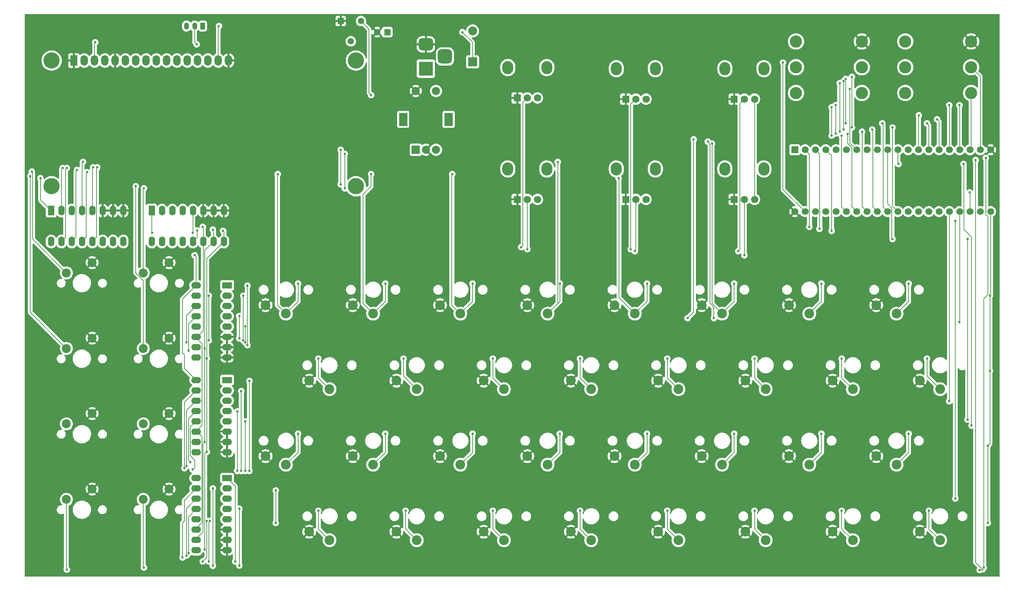
<source format=gbl>
G04 #@! TF.GenerationSoftware,KiCad,Pcbnew,7.0.11*
G04 #@! TF.CreationDate,2024-11-21T01:14:31-06:00*
G04 #@! TF.ProjectId,Sardinia_v0.2,53617264-696e-4696-915f-76302e322e6b,rev?*
G04 #@! TF.SameCoordinates,Original*
G04 #@! TF.FileFunction,Copper,L4,Bot*
G04 #@! TF.FilePolarity,Positive*
%FSLAX46Y46*%
G04 Gerber Fmt 4.6, Leading zero omitted, Abs format (unit mm)*
G04 Created by KiCad (PCBNEW 7.0.11) date 2024-11-21 01:14:31*
%MOMM*%
%LPD*%
G01*
G04 APERTURE LIST*
G04 Aperture macros list*
%AMRoundRect*
0 Rectangle with rounded corners*
0 $1 Rounding radius*
0 $2 $3 $4 $5 $6 $7 $8 $9 X,Y pos of 4 corners*
0 Add a 4 corners polygon primitive as box body*
4,1,4,$2,$3,$4,$5,$6,$7,$8,$9,$2,$3,0*
0 Add four circle primitives for the rounded corners*
1,1,$1+$1,$2,$3*
1,1,$1+$1,$4,$5*
1,1,$1+$1,$6,$7*
1,1,$1+$1,$8,$9*
0 Add four rect primitives between the rounded corners*
20,1,$1+$1,$2,$3,$4,$5,0*
20,1,$1+$1,$4,$5,$6,$7,0*
20,1,$1+$1,$6,$7,$8,$9,0*
20,1,$1+$1,$8,$9,$2,$3,0*%
G04 Aperture macros list end*
G04 #@! TA.AperFunction,ComponentPad*
%ADD10O,2.720000X3.240000*%
G04 #@! TD*
G04 #@! TA.AperFunction,ComponentPad*
%ADD11R,1.800000X1.800000*%
G04 #@! TD*
G04 #@! TA.AperFunction,ComponentPad*
%ADD12C,1.800000*%
G04 #@! TD*
G04 #@! TA.AperFunction,ComponentPad*
%ADD13C,2.200000*%
G04 #@! TD*
G04 #@! TA.AperFunction,ComponentPad*
%ADD14C,2.400000*%
G04 #@! TD*
G04 #@! TA.AperFunction,ComponentPad*
%ADD15R,1.560000X1.560000*%
G04 #@! TD*
G04 #@! TA.AperFunction,ComponentPad*
%ADD16C,1.560000*%
G04 #@! TD*
G04 #@! TA.AperFunction,ComponentPad*
%ADD17R,2.200000X2.200000*%
G04 #@! TD*
G04 #@! TA.AperFunction,ComponentPad*
%ADD18O,2.200000X2.200000*%
G04 #@! TD*
G04 #@! TA.AperFunction,ComponentPad*
%ADD19R,2.000000X2.000000*%
G04 #@! TD*
G04 #@! TA.AperFunction,ComponentPad*
%ADD20C,2.000000*%
G04 #@! TD*
G04 #@! TA.AperFunction,ComponentPad*
%ADD21R,2.000000X3.200000*%
G04 #@! TD*
G04 #@! TA.AperFunction,ComponentPad*
%ADD22C,4.000000*%
G04 #@! TD*
G04 #@! TA.AperFunction,ComponentPad*
%ADD23R,1.800000X2.600000*%
G04 #@! TD*
G04 #@! TA.AperFunction,ComponentPad*
%ADD24O,1.800000X2.600000*%
G04 #@! TD*
G04 #@! TA.AperFunction,ComponentPad*
%ADD25R,3.500000X3.500000*%
G04 #@! TD*
G04 #@! TA.AperFunction,ComponentPad*
%ADD26RoundRect,0.750000X-1.000000X0.750000X-1.000000X-0.750000X1.000000X-0.750000X1.000000X0.750000X0*%
G04 #@! TD*
G04 #@! TA.AperFunction,ComponentPad*
%ADD27RoundRect,0.875000X-0.875000X0.875000X-0.875000X-0.875000X0.875000X-0.875000X0.875000X0.875000X0*%
G04 #@! TD*
G04 #@! TA.AperFunction,ComponentPad*
%ADD28C,3.000000*%
G04 #@! TD*
G04 #@! TA.AperFunction,ComponentPad*
%ADD29R,1.600000X1.600000*%
G04 #@! TD*
G04 #@! TA.AperFunction,ComponentPad*
%ADD30C,1.600000*%
G04 #@! TD*
G04 #@! TA.AperFunction,ComponentPad*
%ADD31RoundRect,0.250000X0.350000X0.625000X-0.350000X0.625000X-0.350000X-0.625000X0.350000X-0.625000X0*%
G04 #@! TD*
G04 #@! TA.AperFunction,ComponentPad*
%ADD32O,1.200000X1.750000*%
G04 #@! TD*
G04 #@! TA.AperFunction,ComponentPad*
%ADD33R,1.600000X2.400000*%
G04 #@! TD*
G04 #@! TA.AperFunction,ComponentPad*
%ADD34O,1.600000X2.400000*%
G04 #@! TD*
G04 #@! TA.AperFunction,ComponentPad*
%ADD35R,1.700000X1.700000*%
G04 #@! TD*
G04 #@! TA.AperFunction,ComponentPad*
%ADD36C,1.700000*%
G04 #@! TD*
G04 #@! TA.AperFunction,ComponentPad*
%ADD37R,2.400000X1.600000*%
G04 #@! TD*
G04 #@! TA.AperFunction,ComponentPad*
%ADD38O,2.400000X1.600000*%
G04 #@! TD*
G04 #@! TA.AperFunction,ViaPad*
%ADD39C,0.600000*%
G04 #@! TD*
G04 #@! TA.AperFunction,Conductor*
%ADD40C,0.127000*%
G04 #@! TD*
G04 #@! TA.AperFunction,Conductor*
%ADD41C,0.200000*%
G04 #@! TD*
G04 APERTURE END LIST*
D10*
X211200000Y-57725000D03*
X220800000Y-57725000D03*
D11*
X213500000Y-65225000D03*
D12*
X216000000Y-65225000D03*
X218500000Y-65225000D03*
D13*
X74210000Y-136669868D03*
X67860000Y-139209868D03*
D14*
X216250000Y-109919548D03*
X221250000Y-112019548D03*
X130250000Y-109919548D03*
X135250000Y-112019548D03*
X141000000Y-91300000D03*
X146000000Y-93400000D03*
X216250000Y-147158644D03*
X221250000Y-149258644D03*
X248500000Y-128539096D03*
X253500000Y-130639096D03*
X259250000Y-109919548D03*
X264250000Y-112019548D03*
X184000000Y-91300000D03*
X189000000Y-93400000D03*
X98000000Y-91300000D03*
X103000000Y-93400000D03*
X108750000Y-109919548D03*
X113750000Y-112019548D03*
D15*
X116500000Y-21260000D03*
D16*
X119000000Y-26260000D03*
X121500000Y-21260000D03*
D13*
X55250000Y-118050320D03*
X48900000Y-120590320D03*
D17*
X149000000Y-31310000D03*
D18*
X149000000Y-23690000D03*
D14*
X227000000Y-128539096D03*
X232000000Y-130639096D03*
D13*
X55250000Y-80811224D03*
X48900000Y-83351224D03*
D14*
X237750000Y-147158644D03*
X242750000Y-149258644D03*
D19*
X135000000Y-53000000D03*
D20*
X140000000Y-53000000D03*
X137500000Y-53000000D03*
D21*
X131900000Y-45500000D03*
X143100000Y-45500000D03*
D20*
X140000000Y-38500000D03*
X135000000Y-38500000D03*
D14*
X259250000Y-147158644D03*
X264250000Y-149258644D03*
D13*
X74210000Y-80811224D03*
X67860000Y-83351224D03*
D14*
X130250000Y-147158644D03*
X135250000Y-149258644D03*
X237750000Y-109919548D03*
X242750000Y-112019548D03*
X98000000Y-128539096D03*
X103000000Y-130639096D03*
X194750000Y-109919548D03*
X199750000Y-112019548D03*
D10*
X157700000Y-57725000D03*
X167300000Y-57725000D03*
D11*
X160000000Y-65225000D03*
D12*
X162500000Y-65225000D03*
X165000000Y-65225000D03*
D14*
X227000000Y-91300000D03*
X232000000Y-93400000D03*
X141000000Y-128539096D03*
X146000000Y-130639096D03*
X205500000Y-128539096D03*
X210500000Y-130639096D03*
X162500000Y-128539096D03*
X167500000Y-130639096D03*
X173250000Y-147158644D03*
X178250000Y-149258644D03*
D10*
X211200000Y-33000000D03*
X220800000Y-33000000D03*
D11*
X213500000Y-40500000D03*
D12*
X216000000Y-40500000D03*
X218500000Y-40500000D03*
D10*
X184450000Y-33000000D03*
X194050000Y-33000000D03*
D11*
X186750000Y-40500000D03*
D12*
X189250000Y-40500000D03*
X191750000Y-40500000D03*
D14*
X108750000Y-147158644D03*
X113750000Y-149258644D03*
X119500000Y-128539096D03*
X124500000Y-130639096D03*
D10*
X157700000Y-32725000D03*
X167300000Y-32725000D03*
D11*
X160000000Y-40225000D03*
D12*
X162500000Y-40225000D03*
X165000000Y-40225000D03*
D22*
X45250900Y-31000000D03*
X45250900Y-62000700D03*
X120249480Y-62000700D03*
X120250000Y-31000000D03*
D23*
X50750000Y-31000000D03*
D24*
X53290000Y-31000000D03*
X55830000Y-31000000D03*
X58370000Y-31000000D03*
X60910000Y-31000000D03*
X63450000Y-31000000D03*
X65990000Y-31000000D03*
X68530000Y-31000000D03*
X71070000Y-31000000D03*
X73610000Y-31000000D03*
X76150000Y-31000000D03*
X78690000Y-31000000D03*
X81230000Y-31000000D03*
X83770000Y-31000000D03*
X86310000Y-31000000D03*
X88850000Y-31000000D03*
D14*
X162500000Y-91300000D03*
X167500000Y-93400000D03*
X194750000Y-147158644D03*
X199750000Y-149258644D03*
X151750000Y-147158644D03*
X156750000Y-149258644D03*
X248500000Y-91300000D03*
X253500000Y-93400000D03*
X173250000Y-109919548D03*
X178250000Y-112019548D03*
D13*
X55250000Y-136669868D03*
X48900000Y-139209868D03*
D14*
X119500000Y-91300000D03*
X124500000Y-93400000D03*
D13*
X55250000Y-99430772D03*
X48900000Y-101970772D03*
X74210000Y-99430772D03*
X67860000Y-101970772D03*
D14*
X184000000Y-128539096D03*
X189000000Y-130639096D03*
D10*
X184450000Y-57725000D03*
X194050000Y-57725000D03*
D11*
X186750000Y-65225000D03*
D12*
X189250000Y-65225000D03*
X191750000Y-65225000D03*
D14*
X205500000Y-91300000D03*
X210500000Y-93400000D03*
D13*
X74210000Y-118050320D03*
X67860000Y-120590320D03*
D14*
X151750000Y-109919548D03*
X156750000Y-112019548D03*
D25*
X137500000Y-33000000D03*
D26*
X137500000Y-27000000D03*
D27*
X142200000Y-30000000D03*
D28*
X271886152Y-32650000D03*
X255656152Y-32650000D03*
X271886152Y-26300000D03*
X255656152Y-26300000D03*
X271886152Y-39000000D03*
X255656152Y-39000000D03*
X244951720Y-32650000D03*
X228721720Y-32650000D03*
X244951720Y-26300000D03*
X228721720Y-26300000D03*
X244951720Y-39000000D03*
X228721720Y-39000000D03*
D29*
X128000000Y-24000000D03*
D30*
X125500000Y-24000000D03*
D31*
X82500000Y-22500000D03*
D32*
X80500000Y-22500000D03*
X78500000Y-22500000D03*
D33*
X69910000Y-68000000D03*
D34*
X72450000Y-68000000D03*
X74990000Y-68000000D03*
X77530000Y-68000000D03*
X80070000Y-68000000D03*
X82610000Y-68000000D03*
X85150000Y-68000000D03*
X87690000Y-68000000D03*
X87690000Y-75620000D03*
X85150000Y-75620000D03*
X82610000Y-75620000D03*
X80070000Y-75620000D03*
X77530000Y-75620000D03*
X74990000Y-75620000D03*
X72450000Y-75620000D03*
X69910000Y-75620000D03*
D35*
X228420000Y-53000000D03*
D36*
X230960000Y-53000000D03*
X233500000Y-53000000D03*
X236040000Y-53000000D03*
X238580000Y-53000000D03*
X241120000Y-53000000D03*
X243660000Y-53000000D03*
X246200000Y-53000000D03*
X248740000Y-53000000D03*
X251280000Y-53000000D03*
X253820000Y-53000000D03*
X256360000Y-53000000D03*
X258900000Y-53000000D03*
X261440000Y-53000000D03*
X263980000Y-53000000D03*
X266520000Y-53000000D03*
X269060000Y-53000000D03*
X271600000Y-53000000D03*
X274140000Y-53000000D03*
X276680000Y-53000000D03*
X276680000Y-68240000D03*
X274140000Y-68240000D03*
X271600000Y-68240000D03*
X269060000Y-68240000D03*
X266520000Y-68240000D03*
X263980000Y-68240000D03*
X261440000Y-68240000D03*
X258900000Y-68240000D03*
X256360000Y-68240000D03*
X253820000Y-68240000D03*
X251280000Y-68240000D03*
X248740000Y-68240000D03*
X246200000Y-68240000D03*
X243660000Y-68240000D03*
X241120000Y-68240000D03*
X238580000Y-68240000D03*
X236040000Y-68240000D03*
X233500000Y-68240000D03*
X230960000Y-68240000D03*
X228420000Y-68240000D03*
D37*
X88500000Y-133960000D03*
D38*
X88500000Y-136500000D03*
X88500000Y-139040000D03*
X88500000Y-141580000D03*
X88500000Y-144120000D03*
X88500000Y-146660000D03*
X88500000Y-149200000D03*
X88500000Y-151740000D03*
X80880000Y-151740000D03*
X80880000Y-149200000D03*
X80880000Y-146660000D03*
X80880000Y-144120000D03*
X80880000Y-141580000D03*
X80880000Y-139040000D03*
X80880000Y-136500000D03*
X80880000Y-133960000D03*
D37*
X88500000Y-109760000D03*
D38*
X88500000Y-112300000D03*
X88500000Y-114840000D03*
X88500000Y-117380000D03*
X88500000Y-119920000D03*
X88500000Y-122460000D03*
X88500000Y-125000000D03*
X88500000Y-127540000D03*
X80880000Y-127540000D03*
X80880000Y-125000000D03*
X80880000Y-122460000D03*
X80880000Y-119920000D03*
X80880000Y-117380000D03*
X80880000Y-114840000D03*
X80880000Y-112300000D03*
X80880000Y-109760000D03*
D37*
X88500000Y-86420000D03*
D38*
X88500000Y-88960000D03*
X88500000Y-91500000D03*
X88500000Y-94040000D03*
X88500000Y-96580000D03*
X88500000Y-99120000D03*
X88500000Y-101660000D03*
X88500000Y-104200000D03*
X80880000Y-104200000D03*
X80880000Y-101660000D03*
X80880000Y-99120000D03*
X80880000Y-96580000D03*
X80880000Y-94040000D03*
X80880000Y-91500000D03*
X80880000Y-88960000D03*
X80880000Y-86420000D03*
D33*
X45125000Y-68000000D03*
D34*
X47665000Y-68000000D03*
X50205000Y-68000000D03*
X52745000Y-68000000D03*
X55285000Y-68000000D03*
X57825000Y-68000000D03*
X60365000Y-68000000D03*
X62905000Y-68000000D03*
X62905000Y-75620000D03*
X60365000Y-75620000D03*
X57825000Y-75620000D03*
X55285000Y-75620000D03*
X52745000Y-75620000D03*
X50205000Y-75620000D03*
X47665000Y-75620000D03*
X45125000Y-75620000D03*
D39*
X82500000Y-72000000D03*
X232000000Y-72000000D03*
X83000000Y-125000000D03*
X85000000Y-72674500D03*
X83000000Y-102000000D03*
X234500000Y-72500000D03*
X83000000Y-151500000D03*
X83500000Y-104500000D03*
X237500000Y-73000000D03*
X87500000Y-73000000D03*
X83500000Y-127500000D03*
X242000000Y-38000000D03*
X49000000Y-156500000D03*
X273000000Y-55527000D03*
X274000000Y-156608000D03*
X275000000Y-156000000D03*
X275500000Y-55000000D03*
X68000000Y-156000000D03*
X271000000Y-119500000D03*
X252500000Y-75000000D03*
X271000000Y-75000000D03*
X272000000Y-121000000D03*
X270000000Y-56500000D03*
X254000000Y-56500000D03*
X40000000Y-59500000D03*
X66000000Y-62000000D03*
X259000000Y-44500000D03*
X116500000Y-61500000D03*
X116500000Y-53000000D03*
X40377354Y-58377354D03*
X261000000Y-46500000D03*
X263500000Y-45500000D03*
X68000000Y-62500000D03*
X117500000Y-54000000D03*
X117500000Y-62500000D03*
X266500000Y-42000000D03*
X269000000Y-42000000D03*
X276000000Y-126000000D03*
X80500000Y-79000000D03*
X86500000Y-22500000D03*
X100500000Y-145000000D03*
X276500000Y-107500000D03*
X100500000Y-137000000D03*
X276500000Y-89000000D03*
X276000000Y-145000000D03*
X124000000Y-39500000D03*
X271500000Y-63500000D03*
X269000000Y-95500000D03*
X266500000Y-115000000D03*
X268000000Y-70500000D03*
X268000000Y-139000000D03*
X242500000Y-35000000D03*
X252500000Y-47500000D03*
X242500000Y-47500000D03*
X250000000Y-46500000D03*
X241000000Y-35527000D03*
X241000000Y-46500000D03*
X247500000Y-48027000D03*
X240500000Y-48000000D03*
X240471870Y-36054000D03*
X239500000Y-48500000D03*
X245000000Y-48554000D03*
X239500000Y-36581000D03*
X241500000Y-49054000D03*
X238500000Y-42000000D03*
X238500000Y-49000000D03*
X240000000Y-49554000D03*
X237500000Y-49500000D03*
X237500000Y-42527000D03*
X225500000Y-31500000D03*
X146500000Y-24000000D03*
X56000000Y-26500000D03*
X106000000Y-86000000D03*
X101000000Y-59000000D03*
X54000000Y-58500000D03*
X127500000Y-86000000D03*
X124000000Y-59000000D03*
X51500000Y-57973000D03*
X149000000Y-86000000D03*
X144000000Y-59000000D03*
X49000000Y-57500000D03*
X170500000Y-86000000D03*
X170000000Y-56000000D03*
X56500000Y-57319000D03*
X192000000Y-86000000D03*
X42500000Y-60000000D03*
X185000000Y-60000000D03*
X208000000Y-51500000D03*
X55500000Y-57319000D03*
X213500000Y-86000000D03*
X48000000Y-57500000D03*
X207000000Y-50973000D03*
X235000000Y-86000000D03*
X208500000Y-94500000D03*
X203500000Y-50446000D03*
X202000000Y-94500000D03*
X256500000Y-86000000D03*
X53000000Y-55973000D03*
X111000000Y-104500000D03*
X79000000Y-102500000D03*
X78473000Y-100500000D03*
X132000000Y-104500000D03*
X154000000Y-104500000D03*
X84000000Y-89000000D03*
X84000000Y-99973000D03*
X175500000Y-104500000D03*
X93500000Y-86500000D03*
X197000000Y-104500000D03*
X93500000Y-101179000D03*
X92973000Y-96500000D03*
X218500000Y-104500000D03*
X92973000Y-100500000D03*
X92500000Y-89000000D03*
X92446000Y-99971870D03*
X240000000Y-104500000D03*
X261000000Y-104500000D03*
X91500000Y-99500000D03*
X91500000Y-94000000D03*
X106000000Y-123000000D03*
X79473000Y-130000000D03*
X78500000Y-131000000D03*
X127500000Y-123000000D03*
X77985931Y-131514069D03*
X149000000Y-123000000D03*
X170500000Y-123000000D03*
X80000000Y-131854000D03*
X94000000Y-132181000D03*
X192000000Y-123000000D03*
X94000000Y-110000000D03*
X93000000Y-132181000D03*
X93000000Y-120000000D03*
X213500000Y-123000000D03*
X92000000Y-112500000D03*
X92000000Y-132181000D03*
X235000000Y-123000000D03*
X91000000Y-132181000D03*
X91000000Y-117500000D03*
X256500000Y-123000000D03*
X79000000Y-152500000D03*
X111000000Y-142000000D03*
X78499250Y-153027050D03*
X132500000Y-142000000D03*
X77500000Y-153513006D03*
X154000000Y-142000000D03*
X175500000Y-142000000D03*
X83500000Y-144500000D03*
X82500000Y-154500000D03*
X197000000Y-142000000D03*
X90500000Y-154500000D03*
X84027000Y-154500000D03*
X218500000Y-142000000D03*
X84227003Y-144500000D03*
X85000000Y-155554000D03*
X240000000Y-142000000D03*
X85000000Y-136500000D03*
X91500000Y-141500000D03*
X91500000Y-155500000D03*
X261500000Y-142000000D03*
X162500000Y-77500000D03*
X189000000Y-78000000D03*
X216000000Y-79000000D03*
X81096836Y-72903164D03*
X161000000Y-76993500D03*
X188000000Y-77500000D03*
X70000000Y-73500000D03*
X80000000Y-73500000D03*
X214500000Y-78000000D03*
X81000000Y-27000000D03*
D40*
X82345500Y-120934500D02*
X80955000Y-122325000D01*
X82345500Y-100790500D02*
X82345500Y-120934500D01*
D41*
X82500000Y-72000000D02*
X82610000Y-72110000D01*
D40*
X80955000Y-122325000D02*
X82345500Y-123715500D01*
D41*
X232037000Y-71963000D02*
X232037000Y-54077000D01*
X82610000Y-72110000D02*
X82610000Y-75620000D01*
X232037000Y-54077000D02*
X230960000Y-53000000D01*
D40*
X82610000Y-75620000D02*
X82610000Y-97595000D01*
D41*
X232000000Y-72000000D02*
X232037000Y-71963000D01*
D40*
X80880000Y-99325000D02*
X82345500Y-100790500D01*
X82610000Y-97595000D02*
X80880000Y-99325000D01*
X82345500Y-144934500D02*
X80955000Y-146325000D01*
X82345500Y-123715500D02*
X82345500Y-144934500D01*
D41*
X85000000Y-72674500D02*
X85150000Y-72824500D01*
D40*
X85150000Y-75620000D02*
X83000000Y-77770000D01*
X82599500Y-125400500D02*
X83000000Y-125000000D01*
X83000000Y-125000000D02*
X83000000Y-102000000D01*
D41*
X234500000Y-72500000D02*
X234577000Y-72423000D01*
X85150000Y-72824500D02*
X85150000Y-75620000D01*
D40*
X80955000Y-148865000D02*
X82599500Y-147220500D01*
D41*
X234577000Y-72423000D02*
X234577000Y-54077000D01*
X234577000Y-54077000D02*
X233500000Y-53000000D01*
D40*
X82599500Y-147220500D02*
X82599500Y-125400500D01*
X83000000Y-77770000D02*
X83000000Y-102000000D01*
D41*
X87690000Y-73190000D02*
X87690000Y-75620000D01*
D40*
X83500000Y-104500000D02*
X83500000Y-127500000D01*
X83500000Y-127500000D02*
X83000000Y-128000000D01*
D41*
X237500000Y-54460000D02*
X236040000Y-53000000D01*
D40*
X83500000Y-79810000D02*
X83500000Y-104500000D01*
X87690000Y-75620000D02*
X83500000Y-79810000D01*
D41*
X237500000Y-73000000D02*
X237500000Y-54460000D01*
D40*
X83000000Y-128000000D02*
X83000000Y-151500000D01*
D41*
X87500000Y-73000000D02*
X87690000Y-73190000D01*
D40*
X242000000Y-38000000D02*
X242000000Y-51340000D01*
X242000000Y-51340000D02*
X243660000Y-53000000D01*
D41*
X273000000Y-154745291D02*
X273000000Y-55527000D01*
X274000000Y-156608000D02*
X274862709Y-156608000D01*
X48900000Y-156400000D02*
X49000000Y-156500000D01*
X48900000Y-139209868D02*
X48900000Y-156400000D01*
X274862709Y-156608000D02*
X273000000Y-154745291D01*
X275500000Y-69000000D02*
X276000000Y-69500000D01*
X276000000Y-88754709D02*
X275000000Y-89754709D01*
X67860000Y-139209868D02*
X67860000Y-155860000D01*
X275000000Y-89754709D02*
X275000000Y-156000000D01*
X67860000Y-155860000D02*
X68000000Y-156000000D01*
X275500000Y-55000000D02*
X275500000Y-69000000D01*
X276000000Y-69500000D02*
X276000000Y-88754709D01*
X271050000Y-119450000D02*
X271050000Y-75050000D01*
X271000000Y-119500000D02*
X271050000Y-119450000D01*
X252357000Y-67357000D02*
X251280000Y-66280000D01*
X252500000Y-75000000D02*
X252357000Y-74857000D01*
X252357000Y-74857000D02*
X252357000Y-67357000D01*
X251280000Y-66280000D02*
X251280000Y-53000000D01*
X271050000Y-75050000D02*
X271000000Y-75000000D01*
X270137000Y-56637000D02*
X270000000Y-56500000D01*
X272000000Y-74500000D02*
X270137000Y-72637000D01*
X270137000Y-72637000D02*
X270137000Y-56637000D01*
X254000000Y-56500000D02*
X253820000Y-56320000D01*
X272000000Y-121000000D02*
X272000000Y-74500000D01*
X253820000Y-56320000D02*
X253820000Y-53000000D01*
X40000000Y-93070772D02*
X48900000Y-101970772D01*
X40000000Y-59500000D02*
X40000000Y-93070772D01*
X259000000Y-44500000D02*
X258900000Y-44600000D01*
X67860000Y-85227886D02*
X66000000Y-83367886D01*
X116500000Y-61500000D02*
X116500000Y-53000000D01*
X66000000Y-83367886D02*
X66000000Y-62000000D01*
X258900000Y-44600000D02*
X258900000Y-53000000D01*
X67860000Y-101970772D02*
X67860000Y-85227886D01*
X40527000Y-74978224D02*
X48900000Y-83351224D01*
X40527000Y-58527000D02*
X40527000Y-74978224D01*
X40377354Y-58377354D02*
X40527000Y-58527000D01*
X261000000Y-46500000D02*
X261440000Y-46940000D01*
X261440000Y-46940000D02*
X261440000Y-53000000D01*
X67860000Y-83351224D02*
X67860000Y-62640000D01*
X67860000Y-62640000D02*
X68000000Y-62500000D01*
X117500000Y-62500000D02*
X117500000Y-54000000D01*
X263980000Y-45980000D02*
X263980000Y-53000000D01*
X263500000Y-45500000D02*
X263980000Y-45980000D01*
D40*
X266520000Y-42020000D02*
X266520000Y-53000000D01*
X266500000Y-42000000D02*
X266520000Y-42020000D01*
X269000000Y-42000000D02*
X269060000Y-42060000D01*
X269060000Y-42060000D02*
X269060000Y-53000000D01*
X271886152Y-52713848D02*
X271600000Y-53000000D01*
X271886152Y-39000000D02*
X271886152Y-52713848D01*
X274140000Y-34903848D02*
X274140000Y-53000000D01*
X271886152Y-32650000D02*
X274140000Y-34903848D01*
D41*
X276000000Y-126000000D02*
X276000000Y-145000000D01*
X276680000Y-68240000D02*
X276680000Y-88820000D01*
D40*
X80880000Y-79380000D02*
X80880000Y-86625000D01*
D41*
X276680000Y-88820000D02*
X276500000Y-89000000D01*
X276500000Y-107500000D02*
X276500000Y-125500000D01*
X276500000Y-89000000D02*
X276500000Y-107500000D01*
D40*
X86310000Y-22690000D02*
X86310000Y-31000000D01*
X123500000Y-23260000D02*
X121500000Y-21260000D01*
X100500000Y-137000000D02*
X100500000Y-145000000D01*
D41*
X80880000Y-86420000D02*
X77500000Y-89800000D01*
X77500000Y-89800000D02*
X77500000Y-103063716D01*
D40*
X123500000Y-39000000D02*
X123500000Y-23260000D01*
X124000000Y-39500000D02*
X123500000Y-39000000D01*
D41*
X78000000Y-106880000D02*
X80880000Y-109760000D01*
D40*
X218500000Y-65225000D02*
X218500000Y-40500000D01*
D41*
X78000000Y-103563716D02*
X78000000Y-106880000D01*
D40*
X80500000Y-79000000D02*
X80880000Y-79380000D01*
D41*
X276500000Y-125500000D02*
X276000000Y-126000000D01*
X77500000Y-103063716D02*
X78000000Y-103563716D01*
D40*
X86500000Y-22500000D02*
X86310000Y-22690000D01*
D41*
X271600000Y-63600000D02*
X271600000Y-68240000D01*
X271500000Y-63500000D02*
X271600000Y-63600000D01*
X269060000Y-95440000D02*
X269060000Y-68240000D01*
X269000000Y-95500000D02*
X269060000Y-95440000D01*
X266500000Y-115000000D02*
X266520000Y-114980000D01*
X266520000Y-114980000D02*
X266520000Y-68240000D01*
X267983000Y-70517000D02*
X268000000Y-70500000D01*
X267983000Y-138983000D02*
X267983000Y-70517000D01*
X268000000Y-139000000D02*
X267983000Y-138983000D01*
X242500000Y-37754709D02*
X242527000Y-37781709D01*
X242527000Y-38218291D02*
X242500000Y-38245291D01*
X242500000Y-35000000D02*
X242500000Y-37754709D01*
X252500000Y-66920000D02*
X253820000Y-68240000D01*
X242527000Y-37781709D02*
X242527000Y-38218291D01*
X242500000Y-38245291D02*
X242500000Y-47500000D01*
X252500000Y-47500000D02*
X252500000Y-66920000D01*
X250203000Y-46703000D02*
X250203000Y-67163000D01*
X241000000Y-35527000D02*
X241000000Y-46500000D01*
X250000000Y-46500000D02*
X250203000Y-46703000D01*
X250203000Y-67163000D02*
X251280000Y-68240000D01*
X247500000Y-48027000D02*
X247663000Y-48190000D01*
X240471870Y-47971870D02*
X240500000Y-48000000D01*
X247663000Y-67163000D02*
X248740000Y-68240000D01*
X240471870Y-36054000D02*
X240471870Y-47971870D01*
X247663000Y-48190000D02*
X247663000Y-67163000D01*
X245000000Y-67040000D02*
X246200000Y-68240000D01*
X239500000Y-36581000D02*
X239500000Y-48500000D01*
X245000000Y-48554000D02*
X245000000Y-67040000D01*
X241500000Y-51500000D02*
X242500000Y-52500000D01*
X241500000Y-49054000D02*
X241500000Y-51500000D01*
X238500000Y-42000000D02*
X238500000Y-49000000D01*
X242500000Y-52500000D02*
X242500000Y-67080000D01*
X242500000Y-67080000D02*
X243660000Y-68240000D01*
X237500000Y-42527000D02*
X237500000Y-49500000D01*
X240000000Y-67120000D02*
X241120000Y-68240000D01*
X240000000Y-49554000D02*
X240000000Y-67120000D01*
D40*
X146500000Y-24000000D02*
X149000000Y-26500000D01*
X225500000Y-31500000D02*
X225500000Y-62780000D01*
X225500000Y-62780000D02*
X230960000Y-68240000D01*
X149000000Y-26500000D02*
X149000000Y-31310000D01*
X55830000Y-26670000D02*
X55830000Y-31000000D01*
X56000000Y-26500000D02*
X55830000Y-26670000D01*
D41*
X100900000Y-91300000D02*
X103000000Y-93400000D01*
X53772000Y-58728000D02*
X53772000Y-74593000D01*
X54000000Y-58500000D02*
X53772000Y-58728000D01*
X101000000Y-59000000D02*
X100900000Y-59100000D01*
X53772000Y-74593000D02*
X52745000Y-75620000D01*
X106000000Y-90400000D02*
X103000000Y-93400000D01*
X100900000Y-59100000D02*
X100900000Y-91300000D01*
X106000000Y-86000000D02*
X106000000Y-90400000D01*
X122000000Y-64000000D02*
X122000000Y-90900000D01*
X122000000Y-90900000D02*
X124500000Y-93400000D01*
X124000000Y-59000000D02*
X124000000Y-62000000D01*
X127500000Y-90400000D02*
X124500000Y-93400000D01*
X51500000Y-57973000D02*
X51232000Y-58241000D01*
X124000000Y-62000000D02*
X122000000Y-64000000D01*
X51232000Y-58241000D02*
X51232000Y-74593000D01*
X51232000Y-74593000D02*
X50205000Y-75620000D01*
X127500000Y-86000000D02*
X127500000Y-90400000D01*
X49000000Y-57500000D02*
X48692000Y-57808000D01*
X48692000Y-74593000D02*
X47665000Y-75620000D01*
X149000000Y-90400000D02*
X146000000Y-93400000D01*
X143900000Y-91300000D02*
X146000000Y-93400000D01*
X149000000Y-86000000D02*
X149000000Y-90400000D01*
X48692000Y-57808000D02*
X48692000Y-74593000D01*
X143900000Y-59100000D02*
X143900000Y-91300000D01*
X144000000Y-59000000D02*
X143900000Y-59100000D01*
X56312000Y-74593000D02*
X55285000Y-75620000D01*
X170500000Y-90400000D02*
X167500000Y-93400000D01*
X56500000Y-57319000D02*
X56312000Y-57507000D01*
X170000000Y-56000000D02*
X170000000Y-90900000D01*
X170500000Y-86000000D02*
X170500000Y-90400000D01*
X170000000Y-90900000D02*
X167500000Y-93400000D01*
X56312000Y-57507000D02*
X56312000Y-74593000D01*
X185107357Y-60107357D02*
X185000000Y-60000000D01*
X185107357Y-89507357D02*
X185107357Y-60107357D01*
X42500000Y-65375000D02*
X45125000Y-68000000D01*
X189000000Y-93400000D02*
X185107357Y-89507357D01*
X42500000Y-60000000D02*
X42500000Y-65375000D01*
X192000000Y-86000000D02*
X192000000Y-90400000D01*
X192000000Y-90400000D02*
X189000000Y-93400000D01*
X208000000Y-90900000D02*
X210500000Y-93400000D01*
X55285000Y-57534000D02*
X55285000Y-68000000D01*
X213500000Y-90400000D02*
X210500000Y-93400000D01*
X208000000Y-51500000D02*
X208000000Y-90900000D01*
X55500000Y-57319000D02*
X55285000Y-57534000D01*
X213500000Y-86000000D02*
X213500000Y-90400000D01*
X208500000Y-94500000D02*
X208500000Y-91862448D01*
X207500000Y-90862448D02*
X207500000Y-51745291D01*
X47665000Y-57835000D02*
X47665000Y-68000000D01*
X235000000Y-90400000D02*
X232000000Y-93400000D01*
X207473000Y-51718291D02*
X207473000Y-51446000D01*
X207500000Y-51745291D02*
X207473000Y-51718291D01*
X235000000Y-86000000D02*
X235000000Y-90400000D01*
X48000000Y-57500000D02*
X47665000Y-57835000D01*
X208500000Y-91862448D02*
X207500000Y-90862448D01*
X207473000Y-51446000D02*
X207000000Y-50973000D01*
X256500000Y-90400000D02*
X253500000Y-93400000D01*
X52745000Y-56228000D02*
X52745000Y-68000000D01*
X53000000Y-55973000D02*
X52745000Y-56228000D01*
X203500000Y-93000000D02*
X203500000Y-50446000D01*
X202000000Y-94500000D02*
X203500000Y-93000000D01*
X256500000Y-86000000D02*
X256500000Y-90400000D01*
X79000000Y-102500000D02*
X79000000Y-95920000D01*
X111000000Y-109269548D02*
X113750000Y-112019548D01*
X79000000Y-95920000D02*
X80880000Y-94040000D01*
X111000000Y-104500000D02*
X111000000Y-109269548D01*
X132000000Y-104500000D02*
X132000000Y-108769548D01*
X78473000Y-93907000D02*
X80880000Y-91500000D01*
X132000000Y-108769548D02*
X135250000Y-112019548D01*
X78473000Y-100500000D02*
X78473000Y-93907000D01*
X154000000Y-104500000D02*
X154000000Y-109269548D01*
X84000000Y-99973000D02*
X84000000Y-89000000D01*
X154000000Y-109269548D02*
X156750000Y-112019548D01*
X175500000Y-104500000D02*
X175500000Y-109269548D01*
X175500000Y-109269548D02*
X178250000Y-112019548D01*
X197000000Y-109269548D02*
X199750000Y-112019548D01*
X197000000Y-104500000D02*
X197000000Y-109269548D01*
X93500000Y-101179000D02*
X93500000Y-86500000D01*
X218500000Y-104500000D02*
X218500000Y-109269548D01*
X92973000Y-100500000D02*
X92973000Y-96500000D01*
X218500000Y-109269548D02*
X221250000Y-112019548D01*
X240000000Y-104500000D02*
X240000000Y-109269548D01*
X92446000Y-89054000D02*
X92500000Y-89000000D01*
X240000000Y-109269548D02*
X242750000Y-112019548D01*
X92446000Y-99971870D02*
X92446000Y-89054000D01*
X91500000Y-99500000D02*
X91500000Y-94000000D01*
X261000000Y-104500000D02*
X261000000Y-108769548D01*
X261000000Y-108769548D02*
X264250000Y-112019548D01*
X79473000Y-130000000D02*
X79000000Y-129527000D01*
X106000000Y-123000000D02*
X106000000Y-127639096D01*
X79000000Y-119260000D02*
X80880000Y-117380000D01*
X79000000Y-129527000D02*
X79000000Y-119260000D01*
X106000000Y-127639096D02*
X103000000Y-130639096D01*
X78473000Y-117247000D02*
X80880000Y-114840000D01*
X78473000Y-130973000D02*
X78473000Y-117247000D01*
X78500000Y-131000000D02*
X78473000Y-130973000D01*
X127500000Y-127639096D02*
X124500000Y-130639096D01*
X127500000Y-123000000D02*
X127500000Y-127639096D01*
X77973000Y-131501138D02*
X77973000Y-115207000D01*
X77985931Y-131514069D02*
X77973000Y-131501138D01*
X149000000Y-123000000D02*
X149000000Y-127639096D01*
X149000000Y-127639096D02*
X146000000Y-130639096D01*
X77973000Y-115207000D02*
X80880000Y-112300000D01*
X170500000Y-127639096D02*
X167500000Y-130639096D01*
X80500000Y-131354000D02*
X80500000Y-129500000D01*
X79453000Y-128453000D02*
X79453000Y-121347000D01*
X80000000Y-131854000D02*
X80500000Y-131354000D01*
X79453000Y-121347000D02*
X80880000Y-119920000D01*
X80500000Y-129500000D02*
X79453000Y-128453000D01*
X170500000Y-123000000D02*
X170500000Y-127639096D01*
X192000000Y-123000000D02*
X192000000Y-127639096D01*
X94000000Y-132181000D02*
X94000000Y-110000000D01*
X192000000Y-127639096D02*
X189000000Y-130639096D01*
X213500000Y-127639096D02*
X210500000Y-130639096D01*
X93000000Y-132181000D02*
X93000000Y-120000000D01*
X213500000Y-123000000D02*
X213500000Y-127639096D01*
X235000000Y-123000000D02*
X235000000Y-127639096D01*
X235000000Y-127639096D02*
X232000000Y-130639096D01*
X92000000Y-132181000D02*
X92000000Y-112500000D01*
X256500000Y-123000000D02*
X256500000Y-127639096D01*
X91000000Y-132181000D02*
X91000000Y-117500000D01*
X256500000Y-127639096D02*
X253500000Y-130639096D01*
X79000000Y-143460000D02*
X80880000Y-141580000D01*
X79000000Y-152500000D02*
X79000000Y-143460000D01*
X111000000Y-146508644D02*
X113750000Y-149258644D01*
X111000000Y-142000000D02*
X111000000Y-146508644D01*
X132500000Y-142000000D02*
X132500000Y-146508644D01*
X78473000Y-153000800D02*
X78473000Y-141447000D01*
X78499250Y-153027050D02*
X78473000Y-153000800D01*
X132500000Y-146508644D02*
X135250000Y-149258644D01*
X78473000Y-141447000D02*
X80880000Y-139040000D01*
X77500000Y-153513006D02*
X77500000Y-145000000D01*
X77500000Y-145000000D02*
X78000000Y-144500000D01*
X78000000Y-144500000D02*
X77950000Y-144450000D01*
X77950000Y-144450000D02*
X77950000Y-139430000D01*
X154000000Y-142000000D02*
X154000000Y-146508644D01*
X77950000Y-139430000D02*
X80880000Y-136500000D01*
X154000000Y-146508644D02*
X156750000Y-149258644D01*
X82500000Y-154500000D02*
X83527000Y-153473000D01*
X175500000Y-146508644D02*
X178250000Y-149258644D01*
X175500000Y-142000000D02*
X175500000Y-146508644D01*
X83527000Y-153473000D02*
X83527000Y-144527000D01*
X83527000Y-144527000D02*
X83500000Y-144500000D01*
X197000000Y-142000000D02*
X197000000Y-146508644D01*
X90500000Y-154500000D02*
X90500000Y-135960000D01*
X90500000Y-135960000D02*
X88500000Y-133960000D01*
X197000000Y-146508644D02*
X199750000Y-149258644D01*
X84027000Y-144700003D02*
X84227003Y-144500000D01*
X218500000Y-142000000D02*
X218500000Y-146508644D01*
X84027000Y-154500000D02*
X84027000Y-144700003D01*
X218500000Y-146508644D02*
X221250000Y-149258644D01*
X240000000Y-142000000D02*
X240000000Y-146508644D01*
X240000000Y-146508644D02*
X242750000Y-149258644D01*
X85000000Y-155554000D02*
X85000000Y-136500000D01*
X91500000Y-155500000D02*
X91500000Y-141500000D01*
X261500000Y-142000000D02*
X261500000Y-146508644D01*
X261500000Y-146508644D02*
X264250000Y-149258644D01*
D40*
X162500000Y-65225000D02*
X162500000Y-77500000D01*
X189250000Y-65225000D02*
X189250000Y-77750000D01*
X189250000Y-77750000D02*
X189000000Y-78000000D01*
X216000000Y-65225000D02*
X216000000Y-79000000D01*
X161409500Y-41315500D02*
X161409500Y-76584000D01*
X81096836Y-74593164D02*
X80070000Y-75620000D01*
X161409500Y-76584000D02*
X161000000Y-76993500D01*
X162500000Y-40225000D02*
X161409500Y-41315500D01*
X81096836Y-72903164D02*
X81096836Y-74593164D01*
X188000000Y-77500000D02*
X188000000Y-41750000D01*
X188000000Y-41750000D02*
X189250000Y-40500000D01*
X69910000Y-73410000D02*
X69910000Y-68000000D01*
X70000000Y-73500000D02*
X69910000Y-73410000D01*
X216000000Y-40500000D02*
X214909500Y-41590500D01*
X214909500Y-77590500D02*
X214500000Y-78000000D01*
X214909500Y-41590500D02*
X214909500Y-77590500D01*
X80000000Y-73500000D02*
X80070000Y-73430000D01*
X80070000Y-73430000D02*
X80070000Y-68000000D01*
X81000000Y-27000000D02*
X80500000Y-26500000D01*
X80500000Y-26500000D02*
X80500000Y-22000000D01*
G04 #@! TA.AperFunction,Conductor*
G36*
X276156884Y-53185915D02*
G01*
X276226442Y-53320156D01*
X276329638Y-53430652D01*
X276458819Y-53509209D01*
X276510002Y-53523549D01*
X275917903Y-54115647D01*
X275904683Y-54181427D01*
X275856067Y-54231609D01*
X275788038Y-54247542D01*
X275753967Y-54240774D01*
X275679262Y-54214633D01*
X275679249Y-54214630D01*
X275500004Y-54194435D01*
X275499996Y-54194435D01*
X275320750Y-54214630D01*
X275320745Y-54214631D01*
X275150476Y-54274211D01*
X274997737Y-54370184D01*
X274870184Y-54497737D01*
X274774211Y-54650476D01*
X274714631Y-54820745D01*
X274714630Y-54820750D01*
X274694435Y-54999996D01*
X274694435Y-55000003D01*
X274714630Y-55179249D01*
X274714631Y-55179254D01*
X274774211Y-55349523D01*
X274834515Y-55445496D01*
X274867341Y-55497738D01*
X274870185Y-55502263D01*
X274872445Y-55505097D01*
X274873334Y-55507275D01*
X274873889Y-55508158D01*
X274873734Y-55508255D01*
X274898855Y-55569783D01*
X274899500Y-55582412D01*
X274899500Y-66909407D01*
X274879815Y-66976446D01*
X274827011Y-67022201D01*
X274757853Y-67032145D01*
X274723096Y-67021789D01*
X274603669Y-66966099D01*
X274603655Y-66966094D01*
X274375413Y-66904938D01*
X274375403Y-66904936D01*
X274140001Y-66884341D01*
X274139999Y-66884341D01*
X273904596Y-66904936D01*
X273904586Y-66904938D01*
X273756593Y-66944592D01*
X273686743Y-66942929D01*
X273628881Y-66903766D01*
X273601377Y-66839537D01*
X273600500Y-66824817D01*
X273600500Y-56109412D01*
X273620185Y-56042373D01*
X273627555Y-56032097D01*
X273629810Y-56029267D01*
X273629816Y-56029262D01*
X273725789Y-55876522D01*
X273785368Y-55706255D01*
X273786136Y-55699438D01*
X273805565Y-55527003D01*
X273805565Y-55526996D01*
X273785369Y-55347750D01*
X273785368Y-55347745D01*
X273759637Y-55274211D01*
X273725789Y-55177478D01*
X273629816Y-55024738D01*
X273502262Y-54897184D01*
X273349523Y-54801211D01*
X273179254Y-54741631D01*
X273179249Y-54741630D01*
X273000004Y-54721435D01*
X272999996Y-54721435D01*
X272820750Y-54741630D01*
X272820745Y-54741631D01*
X272650476Y-54801211D01*
X272497737Y-54897184D01*
X272370184Y-55024737D01*
X272274211Y-55177476D01*
X272214631Y-55347745D01*
X272214630Y-55347750D01*
X272194435Y-55526996D01*
X272194435Y-55527003D01*
X272214630Y-55706249D01*
X272214631Y-55706254D01*
X272274211Y-55876523D01*
X272319013Y-55947824D01*
X272357939Y-56009775D01*
X272370185Y-56029263D01*
X272372445Y-56032097D01*
X272373334Y-56034275D01*
X272373889Y-56035158D01*
X272373734Y-56035255D01*
X272398855Y-56096783D01*
X272399500Y-56109412D01*
X272399500Y-62996523D01*
X272379815Y-63063562D01*
X272327011Y-63109317D01*
X272257853Y-63119261D01*
X272194297Y-63090236D01*
X272170507Y-63062496D01*
X272129817Y-62997739D01*
X272002262Y-62870184D01*
X271849523Y-62774211D01*
X271679254Y-62714631D01*
X271679249Y-62714630D01*
X271500004Y-62694435D01*
X271499996Y-62694435D01*
X271320750Y-62714630D01*
X271320745Y-62714631D01*
X271150476Y-62774211D01*
X270997737Y-62870184D01*
X270949181Y-62918741D01*
X270887858Y-62952226D01*
X270818166Y-62947242D01*
X270762233Y-62905370D01*
X270737816Y-62839906D01*
X270737500Y-62831060D01*
X270737500Y-56837120D01*
X270744459Y-56796165D01*
X270753668Y-56769848D01*
X270785368Y-56679255D01*
X270795063Y-56593209D01*
X270805565Y-56500003D01*
X270805565Y-56499996D01*
X270785369Y-56320750D01*
X270785368Y-56320745D01*
X270771334Y-56280638D01*
X270725789Y-56150478D01*
X270699985Y-56109412D01*
X270657862Y-56042373D01*
X270629816Y-55997738D01*
X270502262Y-55870184D01*
X270478525Y-55855269D01*
X270349523Y-55774211D01*
X270179254Y-55714631D01*
X270179249Y-55714630D01*
X270000004Y-55694435D01*
X269999996Y-55694435D01*
X269820750Y-55714630D01*
X269820745Y-55714631D01*
X269650476Y-55774211D01*
X269497737Y-55870184D01*
X269370184Y-55997737D01*
X269274211Y-56150476D01*
X269214631Y-56320745D01*
X269214630Y-56320750D01*
X269194435Y-56499996D01*
X269194435Y-56500003D01*
X269214630Y-56679249D01*
X269214631Y-56679254D01*
X269274211Y-56849523D01*
X269370184Y-57002262D01*
X269500181Y-57132259D01*
X269533666Y-57193582D01*
X269536500Y-57219940D01*
X269536500Y-66807937D01*
X269516815Y-66874976D01*
X269464011Y-66920731D01*
X269394853Y-66930675D01*
X269380407Y-66927712D01*
X269295413Y-66904938D01*
X269295403Y-66904936D01*
X269060001Y-66884341D01*
X269059999Y-66884341D01*
X268824596Y-66904936D01*
X268824586Y-66904938D01*
X268596344Y-66966094D01*
X268596335Y-66966098D01*
X268382171Y-67065964D01*
X268382169Y-67065965D01*
X268188597Y-67201505D01*
X268021505Y-67368597D01*
X267891575Y-67554158D01*
X267836998Y-67597783D01*
X267767500Y-67604977D01*
X267705145Y-67573454D01*
X267688425Y-67554158D01*
X267558494Y-67368597D01*
X267391402Y-67201506D01*
X267391395Y-67201501D01*
X267197834Y-67065967D01*
X267197830Y-67065965D01*
X267185304Y-67060124D01*
X266983663Y-66966097D01*
X266983659Y-66966096D01*
X266983655Y-66966094D01*
X266755413Y-66904938D01*
X266755403Y-66904936D01*
X266520001Y-66884341D01*
X266519999Y-66884341D01*
X266284596Y-66904936D01*
X266284586Y-66904938D01*
X266056344Y-66966094D01*
X266056335Y-66966098D01*
X265842171Y-67065964D01*
X265842169Y-67065965D01*
X265648597Y-67201505D01*
X265481505Y-67368597D01*
X265351575Y-67554158D01*
X265296998Y-67597783D01*
X265227500Y-67604977D01*
X265165145Y-67573454D01*
X265148425Y-67554158D01*
X265018494Y-67368597D01*
X264851402Y-67201506D01*
X264851395Y-67201501D01*
X264657834Y-67065967D01*
X264657830Y-67065965D01*
X264645304Y-67060124D01*
X264443663Y-66966097D01*
X264443659Y-66966096D01*
X264443655Y-66966094D01*
X264215413Y-66904938D01*
X264215403Y-66904936D01*
X263980001Y-66884341D01*
X263979999Y-66884341D01*
X263744596Y-66904936D01*
X263744586Y-66904938D01*
X263516344Y-66966094D01*
X263516335Y-66966098D01*
X263302171Y-67065964D01*
X263302169Y-67065965D01*
X263108597Y-67201505D01*
X262941505Y-67368597D01*
X262811575Y-67554158D01*
X262756998Y-67597783D01*
X262687500Y-67604977D01*
X262625145Y-67573454D01*
X262608425Y-67554158D01*
X262478494Y-67368597D01*
X262311402Y-67201506D01*
X262311395Y-67201501D01*
X262117834Y-67065967D01*
X262117830Y-67065965D01*
X262105304Y-67060124D01*
X261903663Y-66966097D01*
X261903659Y-66966096D01*
X261903655Y-66966094D01*
X261675413Y-66904938D01*
X261675403Y-66904936D01*
X261440001Y-66884341D01*
X261439999Y-66884341D01*
X261204596Y-66904936D01*
X261204586Y-66904938D01*
X260976344Y-66966094D01*
X260976335Y-66966098D01*
X260762171Y-67065964D01*
X260762169Y-67065965D01*
X260568597Y-67201505D01*
X260401505Y-67368597D01*
X260271575Y-67554158D01*
X260216998Y-67597783D01*
X260147500Y-67604977D01*
X260085145Y-67573454D01*
X260068425Y-67554158D01*
X259938494Y-67368597D01*
X259771402Y-67201506D01*
X259771395Y-67201501D01*
X259577834Y-67065967D01*
X259577830Y-67065965D01*
X259565304Y-67060124D01*
X259363663Y-66966097D01*
X259363659Y-66966096D01*
X259363655Y-66966094D01*
X259135413Y-66904938D01*
X259135403Y-66904936D01*
X258900001Y-66884341D01*
X258899999Y-66884341D01*
X258664596Y-66904936D01*
X258664586Y-66904938D01*
X258436344Y-66966094D01*
X258436335Y-66966098D01*
X258222171Y-67065964D01*
X258222169Y-67065965D01*
X258028597Y-67201505D01*
X257861505Y-67368597D01*
X257731575Y-67554158D01*
X257676998Y-67597783D01*
X257607500Y-67604977D01*
X257545145Y-67573454D01*
X257528425Y-67554158D01*
X257398494Y-67368597D01*
X257231402Y-67201506D01*
X257231395Y-67201501D01*
X257037834Y-67065967D01*
X257037830Y-67065965D01*
X257025304Y-67060124D01*
X256823663Y-66966097D01*
X256823659Y-66966096D01*
X256823655Y-66966094D01*
X256595413Y-66904938D01*
X256595403Y-66904936D01*
X256360001Y-66884341D01*
X256359999Y-66884341D01*
X256124596Y-66904936D01*
X256124586Y-66904938D01*
X255896344Y-66966094D01*
X255896335Y-66966098D01*
X255682171Y-67065964D01*
X255682169Y-67065965D01*
X255488597Y-67201505D01*
X255321505Y-67368597D01*
X255191575Y-67554158D01*
X255136998Y-67597783D01*
X255067500Y-67604977D01*
X255005145Y-67573454D01*
X254988425Y-67554158D01*
X254858494Y-67368597D01*
X254691402Y-67201506D01*
X254691395Y-67201501D01*
X254497834Y-67065967D01*
X254497830Y-67065965D01*
X254485304Y-67060124D01*
X254283663Y-66966097D01*
X254283659Y-66966096D01*
X254283655Y-66966094D01*
X254055413Y-66904938D01*
X254055403Y-66904936D01*
X253820001Y-66884341D01*
X253819999Y-66884341D01*
X253584596Y-66904936D01*
X253584583Y-66904939D01*
X253456241Y-66939327D01*
X253386392Y-66937664D01*
X253336468Y-66907233D01*
X253136819Y-66707584D01*
X253103334Y-66646261D01*
X253100500Y-66619903D01*
X253100500Y-57003476D01*
X253120185Y-56936437D01*
X253172989Y-56890682D01*
X253242147Y-56880738D01*
X253305703Y-56909763D01*
X253329493Y-56937503D01*
X253370184Y-57002262D01*
X253497738Y-57129816D01*
X253536499Y-57154171D01*
X253598883Y-57193370D01*
X253650478Y-57225789D01*
X253820745Y-57285368D01*
X253820750Y-57285369D01*
X253999996Y-57305565D01*
X254000000Y-57305565D01*
X254000004Y-57305565D01*
X254179249Y-57285369D01*
X254179252Y-57285368D01*
X254179255Y-57285368D01*
X254349522Y-57225789D01*
X254502262Y-57129816D01*
X254629816Y-57002262D01*
X254725789Y-56849522D01*
X254785368Y-56679255D01*
X254786052Y-56673183D01*
X254805565Y-56500003D01*
X254805565Y-56499996D01*
X254785369Y-56320750D01*
X254785368Y-56320745D01*
X254771334Y-56280638D01*
X254725789Y-56150478D01*
X254699985Y-56109412D01*
X254657862Y-56042373D01*
X254629816Y-55997738D01*
X254502262Y-55870184D01*
X254502261Y-55870183D01*
X254478526Y-55855269D01*
X254432236Y-55802934D01*
X254420500Y-55750276D01*
X254420500Y-54289090D01*
X254440185Y-54222051D01*
X254492101Y-54176706D01*
X254497830Y-54174035D01*
X254691401Y-54038495D01*
X254858495Y-53871401D01*
X254988425Y-53685842D01*
X255043002Y-53642217D01*
X255112500Y-53635023D01*
X255174855Y-53666546D01*
X255191575Y-53685842D01*
X255286038Y-53820750D01*
X255321505Y-53871401D01*
X255488599Y-54038495D01*
X255580499Y-54102844D01*
X255682165Y-54174032D01*
X255682167Y-54174033D01*
X255682170Y-54174035D01*
X255896337Y-54273903D01*
X255896343Y-54273904D01*
X255896344Y-54273905D01*
X255916591Y-54279330D01*
X256124592Y-54335063D01*
X256301034Y-54350500D01*
X256359999Y-54355659D01*
X256360000Y-54355659D01*
X256360001Y-54355659D01*
X256418966Y-54350500D01*
X256595408Y-54335063D01*
X256823663Y-54273903D01*
X257037830Y-54174035D01*
X257231401Y-54038495D01*
X257398495Y-53871401D01*
X257528425Y-53685842D01*
X257583002Y-53642217D01*
X257652500Y-53635023D01*
X257714855Y-53666546D01*
X257731575Y-53685842D01*
X257826038Y-53820750D01*
X257861505Y-53871401D01*
X258028599Y-54038495D01*
X258120499Y-54102844D01*
X258222165Y-54174032D01*
X258222167Y-54174033D01*
X258222170Y-54174035D01*
X258436337Y-54273903D01*
X258436343Y-54273904D01*
X258436344Y-54273905D01*
X258456591Y-54279330D01*
X258664592Y-54335063D01*
X258841034Y-54350500D01*
X258899999Y-54355659D01*
X258900000Y-54355659D01*
X258900001Y-54355659D01*
X258958966Y-54350500D01*
X259135408Y-54335063D01*
X259363663Y-54273903D01*
X259577830Y-54174035D01*
X259771401Y-54038495D01*
X259938495Y-53871401D01*
X260068425Y-53685842D01*
X260123002Y-53642217D01*
X260192500Y-53635023D01*
X260254855Y-53666546D01*
X260271575Y-53685842D01*
X260366038Y-53820750D01*
X260401505Y-53871401D01*
X260568599Y-54038495D01*
X260660499Y-54102844D01*
X260762165Y-54174032D01*
X260762167Y-54174033D01*
X260762170Y-54174035D01*
X260976337Y-54273903D01*
X260976343Y-54273904D01*
X260976344Y-54273905D01*
X260996591Y-54279330D01*
X261204592Y-54335063D01*
X261381034Y-54350500D01*
X261439999Y-54355659D01*
X261440000Y-54355659D01*
X261440001Y-54355659D01*
X261498966Y-54350500D01*
X261675408Y-54335063D01*
X261903663Y-54273903D01*
X262117830Y-54174035D01*
X262311401Y-54038495D01*
X262478495Y-53871401D01*
X262608425Y-53685842D01*
X262663002Y-53642217D01*
X262732500Y-53635023D01*
X262794855Y-53666546D01*
X262811575Y-53685842D01*
X262906038Y-53820750D01*
X262941505Y-53871401D01*
X263108599Y-54038495D01*
X263200499Y-54102844D01*
X263302165Y-54174032D01*
X263302167Y-54174033D01*
X263302170Y-54174035D01*
X263516337Y-54273903D01*
X263516343Y-54273904D01*
X263516344Y-54273905D01*
X263536591Y-54279330D01*
X263744592Y-54335063D01*
X263921034Y-54350500D01*
X263979999Y-54355659D01*
X263980000Y-54355659D01*
X263980001Y-54355659D01*
X264038966Y-54350500D01*
X264215408Y-54335063D01*
X264443663Y-54273903D01*
X264657830Y-54174035D01*
X264851401Y-54038495D01*
X265018495Y-53871401D01*
X265148425Y-53685842D01*
X265203002Y-53642217D01*
X265272500Y-53635023D01*
X265334855Y-53666546D01*
X265351575Y-53685842D01*
X265446038Y-53820750D01*
X265481505Y-53871401D01*
X265648599Y-54038495D01*
X265740499Y-54102844D01*
X265842165Y-54174032D01*
X265842167Y-54174033D01*
X265842170Y-54174035D01*
X266056337Y-54273903D01*
X266056343Y-54273904D01*
X266056344Y-54273905D01*
X266076591Y-54279330D01*
X266284592Y-54335063D01*
X266461034Y-54350500D01*
X266519999Y-54355659D01*
X266520000Y-54355659D01*
X266520001Y-54355659D01*
X266578966Y-54350500D01*
X266755408Y-54335063D01*
X266983663Y-54273903D01*
X267197830Y-54174035D01*
X267391401Y-54038495D01*
X267558495Y-53871401D01*
X267688425Y-53685842D01*
X267743002Y-53642217D01*
X267812500Y-53635023D01*
X267874855Y-53666546D01*
X267891575Y-53685842D01*
X267986038Y-53820750D01*
X268021505Y-53871401D01*
X268188599Y-54038495D01*
X268280499Y-54102844D01*
X268382165Y-54174032D01*
X268382167Y-54174033D01*
X268382170Y-54174035D01*
X268596337Y-54273903D01*
X268596343Y-54273904D01*
X268596344Y-54273905D01*
X268616591Y-54279330D01*
X268824592Y-54335063D01*
X269001034Y-54350500D01*
X269059999Y-54355659D01*
X269060000Y-54355659D01*
X269060001Y-54355659D01*
X269118966Y-54350500D01*
X269295408Y-54335063D01*
X269523663Y-54273903D01*
X269737830Y-54174035D01*
X269931401Y-54038495D01*
X270098495Y-53871401D01*
X270228425Y-53685842D01*
X270283002Y-53642217D01*
X270352500Y-53635023D01*
X270414855Y-53666546D01*
X270431575Y-53685842D01*
X270526038Y-53820750D01*
X270561505Y-53871401D01*
X270728599Y-54038495D01*
X270820499Y-54102844D01*
X270922165Y-54174032D01*
X270922167Y-54174033D01*
X270922170Y-54174035D01*
X271136337Y-54273903D01*
X271136343Y-54273904D01*
X271136344Y-54273905D01*
X271156591Y-54279330D01*
X271364592Y-54335063D01*
X271541034Y-54350500D01*
X271599999Y-54355659D01*
X271600000Y-54355659D01*
X271600001Y-54355659D01*
X271658966Y-54350500D01*
X271835408Y-54335063D01*
X272063663Y-54273903D01*
X272277830Y-54174035D01*
X272471401Y-54038495D01*
X272638495Y-53871401D01*
X272768425Y-53685842D01*
X272823002Y-53642217D01*
X272892500Y-53635023D01*
X272954855Y-53666546D01*
X272971575Y-53685842D01*
X273066038Y-53820750D01*
X273101505Y-53871401D01*
X273268599Y-54038495D01*
X273360499Y-54102844D01*
X273462165Y-54174032D01*
X273462167Y-54174033D01*
X273462170Y-54174035D01*
X273676337Y-54273903D01*
X273676343Y-54273904D01*
X273676344Y-54273905D01*
X273696591Y-54279330D01*
X273904592Y-54335063D01*
X274081034Y-54350500D01*
X274139999Y-54355659D01*
X274140000Y-54355659D01*
X274140001Y-54355659D01*
X274198966Y-54350500D01*
X274375408Y-54335063D01*
X274603663Y-54273903D01*
X274817830Y-54174035D01*
X275011401Y-54038495D01*
X275178495Y-53871401D01*
X275308732Y-53685403D01*
X275363307Y-53641780D01*
X275432805Y-53634586D01*
X275495160Y-53666109D01*
X275511880Y-53685405D01*
X275565073Y-53761373D01*
X276154070Y-53172376D01*
X276156884Y-53185915D01*
G37*
G04 #@! TD.AperFunction*
G04 #@! TA.AperFunction,Conductor*
G36*
X84822359Y-67761955D02*
G01*
X84764835Y-67874852D01*
X84745014Y-68000000D01*
X84764835Y-68125148D01*
X84822359Y-68238045D01*
X84834314Y-68250000D01*
X82925686Y-68250000D01*
X82937641Y-68238045D01*
X82995165Y-68125148D01*
X83014986Y-68000000D01*
X82995165Y-67874852D01*
X82937641Y-67761955D01*
X82925686Y-67750000D01*
X84834314Y-67750000D01*
X84822359Y-67761955D01*
G37*
G04 #@! TD.AperFunction*
G04 #@! TA.AperFunction,Conductor*
G36*
X87362359Y-67761955D02*
G01*
X87304835Y-67874852D01*
X87285014Y-68000000D01*
X87304835Y-68125148D01*
X87362359Y-68238045D01*
X87374314Y-68250000D01*
X85465686Y-68250000D01*
X85477641Y-68238045D01*
X85535165Y-68125148D01*
X85554986Y-68000000D01*
X85535165Y-67874852D01*
X85477641Y-67761955D01*
X85465686Y-67750000D01*
X87374314Y-67750000D01*
X87362359Y-67761955D01*
G37*
G04 #@! TD.AperFunction*
G04 #@! TA.AperFunction,Conductor*
G36*
X88750000Y-151424314D02*
G01*
X88738045Y-151412359D01*
X88625148Y-151354835D01*
X88531481Y-151340000D01*
X88468519Y-151340000D01*
X88374852Y-151354835D01*
X88261955Y-151412359D01*
X88250000Y-151424314D01*
X88250000Y-149515686D01*
X88261955Y-149527641D01*
X88374852Y-149585165D01*
X88468519Y-149600000D01*
X88531481Y-149600000D01*
X88625148Y-149585165D01*
X88738045Y-149527641D01*
X88750000Y-149515686D01*
X88750000Y-151424314D01*
G37*
G04 #@! TD.AperFunction*
G04 #@! TA.AperFunction,Conductor*
G36*
X88750000Y-148884314D02*
G01*
X88738045Y-148872359D01*
X88625148Y-148814835D01*
X88531481Y-148800000D01*
X88468519Y-148800000D01*
X88374852Y-148814835D01*
X88261955Y-148872359D01*
X88250000Y-148884314D01*
X88250000Y-146975686D01*
X88261955Y-146987641D01*
X88374852Y-147045165D01*
X88468519Y-147060000D01*
X88531481Y-147060000D01*
X88625148Y-147045165D01*
X88738045Y-146987641D01*
X88750000Y-146975686D01*
X88750000Y-148884314D01*
G37*
G04 #@! TD.AperFunction*
G04 #@! TA.AperFunction,Conductor*
G36*
X88750000Y-127224314D02*
G01*
X88738045Y-127212359D01*
X88625148Y-127154835D01*
X88531481Y-127140000D01*
X88468519Y-127140000D01*
X88374852Y-127154835D01*
X88261955Y-127212359D01*
X88250000Y-127224314D01*
X88250000Y-125315686D01*
X88261955Y-125327641D01*
X88374852Y-125385165D01*
X88468519Y-125400000D01*
X88531481Y-125400000D01*
X88625148Y-125385165D01*
X88738045Y-125327641D01*
X88750000Y-125315686D01*
X88750000Y-127224314D01*
G37*
G04 #@! TD.AperFunction*
G04 #@! TA.AperFunction,Conductor*
G36*
X88750000Y-124684314D02*
G01*
X88738045Y-124672359D01*
X88625148Y-124614835D01*
X88531481Y-124600000D01*
X88468519Y-124600000D01*
X88374852Y-124614835D01*
X88261955Y-124672359D01*
X88250000Y-124684314D01*
X88250000Y-122775686D01*
X88261955Y-122787641D01*
X88374852Y-122845165D01*
X88468519Y-122860000D01*
X88531481Y-122860000D01*
X88625148Y-122845165D01*
X88738045Y-122787641D01*
X88750000Y-122775686D01*
X88750000Y-124684314D01*
G37*
G04 #@! TD.AperFunction*
G04 #@! TA.AperFunction,Conductor*
G36*
X88750000Y-103884314D02*
G01*
X88738045Y-103872359D01*
X88625148Y-103814835D01*
X88531481Y-103800000D01*
X88468519Y-103800000D01*
X88374852Y-103814835D01*
X88261955Y-103872359D01*
X88250000Y-103884314D01*
X88250000Y-101975686D01*
X88261955Y-101987641D01*
X88374852Y-102045165D01*
X88468519Y-102060000D01*
X88531481Y-102060000D01*
X88625148Y-102045165D01*
X88738045Y-101987641D01*
X88750000Y-101975686D01*
X88750000Y-103884314D01*
G37*
G04 #@! TD.AperFunction*
G04 #@! TA.AperFunction,Conductor*
G36*
X88750000Y-101344314D02*
G01*
X88738045Y-101332359D01*
X88625148Y-101274835D01*
X88531481Y-101260000D01*
X88468519Y-101260000D01*
X88374852Y-101274835D01*
X88261955Y-101332359D01*
X88250000Y-101344314D01*
X88250000Y-99435686D01*
X88261955Y-99447641D01*
X88374852Y-99505165D01*
X88468519Y-99520000D01*
X88531481Y-99520000D01*
X88625148Y-99505165D01*
X88738045Y-99447641D01*
X88750000Y-99435686D01*
X88750000Y-101344314D01*
G37*
G04 #@! TD.AperFunction*
G04 #@! TA.AperFunction,Conductor*
G36*
X60037359Y-67761955D02*
G01*
X59979835Y-67874852D01*
X59960014Y-68000000D01*
X59979835Y-68125148D01*
X60037359Y-68238045D01*
X60049314Y-68250000D01*
X58140686Y-68250000D01*
X58152641Y-68238045D01*
X58210165Y-68125148D01*
X58229986Y-68000000D01*
X58210165Y-67874852D01*
X58152641Y-67761955D01*
X58140686Y-67750000D01*
X60049314Y-67750000D01*
X60037359Y-67761955D01*
G37*
G04 #@! TD.AperFunction*
G04 #@! TA.AperFunction,Conductor*
G36*
X62577359Y-67761955D02*
G01*
X62519835Y-67874852D01*
X62500014Y-68000000D01*
X62519835Y-68125148D01*
X62577359Y-68238045D01*
X62589314Y-68250000D01*
X60680686Y-68250000D01*
X60692641Y-68238045D01*
X60750165Y-68125148D01*
X60769986Y-68000000D01*
X60750165Y-67874852D01*
X60692641Y-67761955D01*
X60680686Y-67750000D01*
X62589314Y-67750000D01*
X62577359Y-67761955D01*
G37*
G04 #@! TD.AperFunction*
G04 #@! TA.AperFunction,Conductor*
G36*
X278842539Y-19570185D02*
G01*
X278888294Y-19622989D01*
X278899500Y-19674500D01*
X278899500Y-158125500D01*
X278879815Y-158192539D01*
X278827011Y-158238294D01*
X278775500Y-158249500D01*
X38724500Y-158249500D01*
X38657461Y-158229815D01*
X38611706Y-158177011D01*
X38600500Y-158125500D01*
X38600500Y-141697269D01*
X46525746Y-141697269D01*
X46535745Y-141907195D01*
X46585296Y-142111446D01*
X46585298Y-142111450D01*
X46672598Y-142302611D01*
X46672601Y-142302616D01*
X46672602Y-142302618D01*
X46672604Y-142302621D01*
X46794514Y-142473820D01*
X46794515Y-142473821D01*
X46794520Y-142473827D01*
X46946620Y-142618853D01*
X47041578Y-142679879D01*
X47123428Y-142732481D01*
X47318543Y-142810593D01*
X47373811Y-142821245D01*
X47524914Y-142850368D01*
X47524915Y-142850368D01*
X47682419Y-142850368D01*
X47682425Y-142850368D01*
X47839218Y-142835396D01*
X48040875Y-142776184D01*
X48118683Y-142736071D01*
X48187287Y-142722849D01*
X48252152Y-142748817D01*
X48292680Y-142805731D01*
X48299500Y-142846288D01*
X48299500Y-156074507D01*
X48280494Y-156140478D01*
X48274209Y-156150479D01*
X48214633Y-156320737D01*
X48214630Y-156320750D01*
X48194435Y-156499996D01*
X48194435Y-156500003D01*
X48214630Y-156679249D01*
X48214631Y-156679254D01*
X48274211Y-156849523D01*
X48370184Y-157002262D01*
X48497738Y-157129816D01*
X48650478Y-157225789D01*
X48820745Y-157285368D01*
X48820750Y-157285369D01*
X48999996Y-157305565D01*
X49000000Y-157305565D01*
X49000004Y-157305565D01*
X49179249Y-157285369D01*
X49179252Y-157285368D01*
X49179255Y-157285368D01*
X49349522Y-157225789D01*
X49502262Y-157129816D01*
X49629816Y-157002262D01*
X49725789Y-156849522D01*
X49785368Y-156679255D01*
X49788103Y-156654985D01*
X49805565Y-156500003D01*
X49805565Y-156499996D01*
X49785369Y-156320750D01*
X49785368Y-156320745D01*
X49771037Y-156279789D01*
X49725789Y-156150478D01*
X49700499Y-156110230D01*
X49695868Y-156102859D01*
X49629816Y-155997738D01*
X49536818Y-155904740D01*
X49503334Y-155843416D01*
X49500500Y-155817059D01*
X49500500Y-141825241D01*
X50455723Y-141825241D01*
X50485881Y-142125028D01*
X50485882Y-142125030D01*
X50555728Y-142418120D01*
X50555733Y-142418134D01*
X50664020Y-142699295D01*
X50664024Y-142699304D01*
X50808825Y-142963533D01*
X50808829Y-142963539D01*
X50921734Y-143116775D01*
X50987554Y-143206106D01*
X51170836Y-143395618D01*
X51197019Y-143422691D01*
X51433478Y-143609421D01*
X51433480Y-143609422D01*
X51433485Y-143609426D01*
X51692730Y-143762977D01*
X51970128Y-143880604D01*
X52260729Y-143960208D01*
X52559347Y-144000368D01*
X52559351Y-144000368D01*
X52785252Y-144000368D01*
X52949164Y-143989394D01*
X53010634Y-143985280D01*
X53305903Y-143925264D01*
X53590537Y-143826428D01*
X53859459Y-143690536D01*
X54107869Y-143520012D01*
X54331333Y-143317900D01*
X54525865Y-143087807D01*
X54687993Y-142833838D01*
X54814823Y-142560526D01*
X54904093Y-142272747D01*
X54954209Y-141975638D01*
X54963516Y-141697269D01*
X56685746Y-141697269D01*
X56695745Y-141907195D01*
X56745296Y-142111446D01*
X56745298Y-142111450D01*
X56832598Y-142302611D01*
X56832601Y-142302616D01*
X56832602Y-142302618D01*
X56832604Y-142302621D01*
X56954514Y-142473820D01*
X56954515Y-142473821D01*
X56954520Y-142473827D01*
X57106620Y-142618853D01*
X57201578Y-142679879D01*
X57283428Y-142732481D01*
X57478543Y-142810593D01*
X57533811Y-142821245D01*
X57684914Y-142850368D01*
X57684915Y-142850368D01*
X57842419Y-142850368D01*
X57842425Y-142850368D01*
X57999218Y-142835396D01*
X58200875Y-142776184D01*
X58387682Y-142679879D01*
X58389501Y-142678449D01*
X58512068Y-142582060D01*
X58552886Y-142549960D01*
X58690519Y-142391124D01*
X58714538Y-142349523D01*
X58795601Y-142209117D01*
X58795600Y-142209117D01*
X58795604Y-142209112D01*
X58864344Y-142010501D01*
X58894254Y-141802470D01*
X58889243Y-141697269D01*
X65485746Y-141697269D01*
X65495745Y-141907195D01*
X65545296Y-142111446D01*
X65545298Y-142111450D01*
X65632598Y-142302611D01*
X65632601Y-142302616D01*
X65632602Y-142302618D01*
X65632604Y-142302621D01*
X65754514Y-142473820D01*
X65754515Y-142473821D01*
X65754520Y-142473827D01*
X65906620Y-142618853D01*
X66001578Y-142679879D01*
X66083428Y-142732481D01*
X66278543Y-142810593D01*
X66333811Y-142821245D01*
X66484914Y-142850368D01*
X66484915Y-142850368D01*
X66642419Y-142850368D01*
X66642425Y-142850368D01*
X66799218Y-142835396D01*
X67000875Y-142776184D01*
X67078683Y-142736071D01*
X67147287Y-142722849D01*
X67212152Y-142748817D01*
X67252680Y-142805731D01*
X67259500Y-142846288D01*
X67259500Y-155671449D01*
X67252542Y-155712403D01*
X67214632Y-155820742D01*
X67214630Y-155820750D01*
X67194435Y-155999996D01*
X67194435Y-156000003D01*
X67214630Y-156179249D01*
X67214631Y-156179254D01*
X67274211Y-156349523D01*
X67280521Y-156359565D01*
X67370184Y-156502262D01*
X67497738Y-156629816D01*
X67650478Y-156725789D01*
X67820745Y-156785368D01*
X67820750Y-156785369D01*
X67999996Y-156805565D01*
X68000000Y-156805565D01*
X68000004Y-156805565D01*
X68179249Y-156785369D01*
X68179252Y-156785368D01*
X68179255Y-156785368D01*
X68349522Y-156725789D01*
X68502262Y-156629816D01*
X68629816Y-156502262D01*
X68725789Y-156349522D01*
X68785368Y-156179255D01*
X68785369Y-156179249D01*
X68805565Y-156000003D01*
X68805565Y-155999996D01*
X68785369Y-155820750D01*
X68785368Y-155820745D01*
X68754754Y-155733255D01*
X68725789Y-155650478D01*
X68629816Y-155497738D01*
X68502262Y-155370184D01*
X68497338Y-155365260D01*
X68499472Y-155363125D01*
X68467042Y-155316908D01*
X68460500Y-155277165D01*
X68460500Y-141825241D01*
X69415723Y-141825241D01*
X69445881Y-142125028D01*
X69445882Y-142125030D01*
X69515728Y-142418120D01*
X69515733Y-142418134D01*
X69624020Y-142699295D01*
X69624024Y-142699304D01*
X69768825Y-142963533D01*
X69768829Y-142963539D01*
X69881734Y-143116775D01*
X69947554Y-143206106D01*
X70130836Y-143395618D01*
X70157019Y-143422691D01*
X70393478Y-143609421D01*
X70393480Y-143609422D01*
X70393485Y-143609426D01*
X70652730Y-143762977D01*
X70930128Y-143880604D01*
X71220729Y-143960208D01*
X71519347Y-144000368D01*
X71519351Y-144000368D01*
X71745252Y-144000368D01*
X71909164Y-143989394D01*
X71970634Y-143985280D01*
X72265903Y-143925264D01*
X72550537Y-143826428D01*
X72819459Y-143690536D01*
X73067869Y-143520012D01*
X73291333Y-143317900D01*
X73485865Y-143087807D01*
X73647993Y-142833838D01*
X73774823Y-142560526D01*
X73864093Y-142272747D01*
X73914209Y-141975638D01*
X73924277Y-141674499D01*
X73894118Y-141374706D01*
X73824269Y-141081607D01*
X73715977Y-140800434D01*
X73571175Y-140536203D01*
X73507239Y-140449429D01*
X73487311Y-140422382D01*
X73392446Y-140293630D01*
X73182980Y-140077044D01*
X73136130Y-140040047D01*
X72946521Y-139890314D01*
X72946517Y-139890311D01*
X72946515Y-139890310D01*
X72687270Y-139736759D01*
X72409872Y-139619132D01*
X72409863Y-139619129D01*
X72119272Y-139539528D01*
X72044616Y-139529488D01*
X71820653Y-139499368D01*
X71594756Y-139499368D01*
X71594748Y-139499368D01*
X71369368Y-139514455D01*
X71369359Y-139514457D01*
X71074094Y-139574472D01*
X70789464Y-139673307D01*
X70789459Y-139673309D01*
X70520546Y-139809196D01*
X70272125Y-139979728D01*
X70048665Y-140181837D01*
X69854132Y-140411932D01*
X69692006Y-140665898D01*
X69692005Y-140665900D01*
X69570719Y-140927267D01*
X69565177Y-140939210D01*
X69561899Y-140949777D01*
X69475907Y-141226986D01*
X69430237Y-141497738D01*
X69425791Y-141524098D01*
X69420002Y-141697266D01*
X69415723Y-141825241D01*
X68460500Y-141825241D01*
X68460500Y-140776355D01*
X68480185Y-140709316D01*
X68532989Y-140663561D01*
X68537002Y-140661813D01*
X68588859Y-140640334D01*
X68803659Y-140508704D01*
X68995224Y-140345092D01*
X69158836Y-140153527D01*
X69290466Y-139938727D01*
X69386873Y-139705979D01*
X69445683Y-139461016D01*
X69465449Y-139209868D01*
X69445683Y-138958720D01*
X69386873Y-138713757D01*
X69337062Y-138593502D01*
X69290466Y-138481008D01*
X69158839Y-138266214D01*
X69158838Y-138266211D01*
X69121875Y-138222934D01*
X68995224Y-138074644D01*
X68868571Y-137966472D01*
X68803656Y-137911029D01*
X68803653Y-137911028D01*
X68588859Y-137779401D01*
X68356110Y-137682994D01*
X68111151Y-137624185D01*
X67860000Y-137604419D01*
X67608848Y-137624185D01*
X67363889Y-137682994D01*
X67131140Y-137779401D01*
X66916346Y-137911028D01*
X66916343Y-137911029D01*
X66724776Y-138074644D01*
X66561161Y-138266211D01*
X66561160Y-138266214D01*
X66429533Y-138481008D01*
X66333126Y-138713757D01*
X66274317Y-138958716D01*
X66254551Y-139209868D01*
X66274317Y-139461019D01*
X66333126Y-139705978D01*
X66429533Y-139938727D01*
X66561160Y-140153521D01*
X66561161Y-140153524D01*
X66575718Y-140170568D01*
X66724776Y-140345092D01*
X66836526Y-140440536D01*
X66874719Y-140499042D01*
X66875218Y-140568909D01*
X66837864Y-140627956D01*
X66774517Y-140657434D01*
X66732527Y-140656584D01*
X66695086Y-140649368D01*
X66695085Y-140649368D01*
X66537575Y-140649368D01*
X66388940Y-140663561D01*
X66380782Y-140664340D01*
X66380778Y-140664341D01*
X66179127Y-140723551D01*
X65992313Y-140819859D01*
X65827116Y-140949773D01*
X65827112Y-140949777D01*
X65689478Y-141108614D01*
X65584398Y-141290618D01*
X65515656Y-141489233D01*
X65515656Y-141489235D01*
X65485967Y-141695735D01*
X65485746Y-141697269D01*
X58889243Y-141697269D01*
X58884254Y-141592538D01*
X58834704Y-141388292D01*
X58828500Y-141374707D01*
X58747401Y-141197124D01*
X58747398Y-141197119D01*
X58747397Y-141197118D01*
X58747396Y-141197115D01*
X58625486Y-141025916D01*
X58625484Y-141025914D01*
X58625479Y-141025908D01*
X58473379Y-140880882D01*
X58296574Y-140767256D01*
X58238448Y-140743986D01*
X58101457Y-140689143D01*
X58101455Y-140689142D01*
X57895086Y-140649368D01*
X57895085Y-140649368D01*
X57737575Y-140649368D01*
X57588940Y-140663561D01*
X57580782Y-140664340D01*
X57580778Y-140664341D01*
X57379127Y-140723551D01*
X57192313Y-140819859D01*
X57027116Y-140949773D01*
X57027112Y-140949777D01*
X56889478Y-141108614D01*
X56784398Y-141290618D01*
X56715656Y-141489233D01*
X56715656Y-141489235D01*
X56685967Y-141695735D01*
X56685746Y-141697269D01*
X54963516Y-141697269D01*
X54964277Y-141674499D01*
X54934118Y-141374706D01*
X54864269Y-141081607D01*
X54755977Y-140800434D01*
X54611175Y-140536203D01*
X54547239Y-140449429D01*
X54527311Y-140422382D01*
X54432446Y-140293630D01*
X54222980Y-140077044D01*
X54176130Y-140040047D01*
X53986521Y-139890314D01*
X53986517Y-139890311D01*
X53986515Y-139890310D01*
X53727270Y-139736759D01*
X53449872Y-139619132D01*
X53449863Y-139619129D01*
X53159272Y-139539528D01*
X53084616Y-139529488D01*
X52860653Y-139499368D01*
X52634756Y-139499368D01*
X52634748Y-139499368D01*
X52409368Y-139514455D01*
X52409359Y-139514457D01*
X52114094Y-139574472D01*
X51829464Y-139673307D01*
X51829459Y-139673309D01*
X51560546Y-139809196D01*
X51312125Y-139979728D01*
X51088665Y-140181837D01*
X50894132Y-140411932D01*
X50732006Y-140665898D01*
X50732005Y-140665900D01*
X50610719Y-140927267D01*
X50605177Y-140939210D01*
X50601899Y-140949777D01*
X50515907Y-141226986D01*
X50470237Y-141497738D01*
X50465791Y-141524098D01*
X50460002Y-141697266D01*
X50455723Y-141825241D01*
X49500500Y-141825241D01*
X49500500Y-140776355D01*
X49520185Y-140709316D01*
X49572989Y-140663561D01*
X49577002Y-140661813D01*
X49628859Y-140640334D01*
X49843659Y-140508704D01*
X50035224Y-140345092D01*
X50198836Y-140153527D01*
X50330466Y-139938727D01*
X50426873Y-139705979D01*
X50485683Y-139461016D01*
X50505449Y-139209868D01*
X50485683Y-138958720D01*
X50426873Y-138713757D01*
X50377062Y-138593502D01*
X50330466Y-138481008D01*
X50198839Y-138266214D01*
X50198838Y-138266211D01*
X50161875Y-138222934D01*
X50035224Y-138074644D01*
X49908571Y-137966472D01*
X49843656Y-137911029D01*
X49843653Y-137911028D01*
X49628859Y-137779401D01*
X49396110Y-137682994D01*
X49151151Y-137624185D01*
X48900000Y-137604419D01*
X48648848Y-137624185D01*
X48403889Y-137682994D01*
X48171140Y-137779401D01*
X47956346Y-137911028D01*
X47956343Y-137911029D01*
X47764776Y-138074644D01*
X47601161Y-138266211D01*
X47601160Y-138266214D01*
X47469533Y-138481008D01*
X47373126Y-138713757D01*
X47314317Y-138958716D01*
X47294551Y-139209868D01*
X47314317Y-139461019D01*
X47373126Y-139705978D01*
X47469533Y-139938727D01*
X47601160Y-140153521D01*
X47601161Y-140153524D01*
X47615718Y-140170568D01*
X47764776Y-140345092D01*
X47876526Y-140440536D01*
X47914719Y-140499042D01*
X47915218Y-140568909D01*
X47877864Y-140627956D01*
X47814517Y-140657434D01*
X47772527Y-140656584D01*
X47735086Y-140649368D01*
X47735085Y-140649368D01*
X47577575Y-140649368D01*
X47428940Y-140663561D01*
X47420782Y-140664340D01*
X47420778Y-140664341D01*
X47219127Y-140723551D01*
X47032313Y-140819859D01*
X46867116Y-140949773D01*
X46867112Y-140949777D01*
X46729478Y-141108614D01*
X46624398Y-141290618D01*
X46555656Y-141489233D01*
X46555656Y-141489235D01*
X46525967Y-141695735D01*
X46525746Y-141697269D01*
X38600500Y-141697269D01*
X38600500Y-136669868D01*
X53645052Y-136669868D01*
X53664812Y-136920940D01*
X53723603Y-137165824D01*
X53819980Y-137398499D01*
X53951568Y-137613230D01*
X53952266Y-137614047D01*
X54572804Y-136993510D01*
X54596059Y-137047421D01*
X54700756Y-137188053D01*
X54835062Y-137300750D01*
X54926665Y-137346754D01*
X54305819Y-137967600D01*
X54305819Y-137967601D01*
X54306634Y-137968297D01*
X54521368Y-138099887D01*
X54754043Y-138196264D01*
X54998927Y-138255055D01*
X55250000Y-138274815D01*
X55501072Y-138255055D01*
X55745956Y-138196264D01*
X55978631Y-138099887D01*
X56193361Y-137968300D01*
X56193363Y-137968298D01*
X56194180Y-137967600D01*
X55575945Y-137349366D01*
X55588891Y-137344655D01*
X55735373Y-137248313D01*
X55855688Y-137120786D01*
X55928446Y-136994762D01*
X56547732Y-137614048D01*
X56548430Y-137613231D01*
X56548432Y-137613229D01*
X56680019Y-137398499D01*
X56776396Y-137165824D01*
X56835187Y-136920940D01*
X56854947Y-136669868D01*
X72605052Y-136669868D01*
X72624812Y-136920940D01*
X72683603Y-137165824D01*
X72779980Y-137398499D01*
X72911568Y-137613230D01*
X72912266Y-137614047D01*
X73532804Y-136993510D01*
X73556059Y-137047421D01*
X73660756Y-137188053D01*
X73795062Y-137300750D01*
X73886665Y-137346754D01*
X73265819Y-137967600D01*
X73265819Y-137967601D01*
X73266634Y-137968297D01*
X73481368Y-138099887D01*
X73714043Y-138196264D01*
X73958927Y-138255055D01*
X74210000Y-138274815D01*
X74461072Y-138255055D01*
X74705956Y-138196264D01*
X74938631Y-138099887D01*
X75153361Y-137968300D01*
X75153363Y-137968298D01*
X75154180Y-137967600D01*
X74535945Y-137349366D01*
X74548891Y-137344655D01*
X74695373Y-137248313D01*
X74815688Y-137120786D01*
X74888447Y-136994762D01*
X75507732Y-137614048D01*
X75508430Y-137613231D01*
X75508432Y-137613229D01*
X75640019Y-137398499D01*
X75736396Y-137165824D01*
X75795187Y-136920940D01*
X75814947Y-136669868D01*
X75795187Y-136418795D01*
X75736396Y-136173911D01*
X75640019Y-135941236D01*
X75508429Y-135726502D01*
X75507733Y-135725687D01*
X75507732Y-135725687D01*
X74887195Y-136346224D01*
X74863941Y-136292315D01*
X74759244Y-136151683D01*
X74624938Y-136038986D01*
X74533334Y-135992980D01*
X75154179Y-135372134D01*
X75153362Y-135371436D01*
X74938631Y-135239848D01*
X74705956Y-135143471D01*
X74461072Y-135084680D01*
X74210000Y-135064920D01*
X73958927Y-135084680D01*
X73714043Y-135143471D01*
X73481368Y-135239848D01*
X73266637Y-135371435D01*
X73265819Y-135372134D01*
X73884054Y-135990369D01*
X73871109Y-135995081D01*
X73724627Y-136091423D01*
X73604312Y-136218950D01*
X73531552Y-136344973D01*
X72912266Y-135725687D01*
X72911567Y-135726505D01*
X72779980Y-135941236D01*
X72683603Y-136173911D01*
X72624812Y-136418795D01*
X72605052Y-136669868D01*
X56854947Y-136669868D01*
X56835187Y-136418795D01*
X56776396Y-136173911D01*
X56680019Y-135941236D01*
X56548429Y-135726502D01*
X56547733Y-135725687D01*
X56547732Y-135725687D01*
X55927195Y-136346224D01*
X55903941Y-136292315D01*
X55799244Y-136151683D01*
X55664938Y-136038986D01*
X55573334Y-135992980D01*
X56194179Y-135372134D01*
X56193362Y-135371436D01*
X55978631Y-135239848D01*
X55745956Y-135143471D01*
X55501072Y-135084680D01*
X55250000Y-135064920D01*
X54998927Y-135084680D01*
X54754043Y-135143471D01*
X54521368Y-135239848D01*
X54306637Y-135371435D01*
X54305819Y-135372134D01*
X54924054Y-135990369D01*
X54911109Y-135995081D01*
X54764627Y-136091423D01*
X54644312Y-136218950D01*
X54571552Y-136344973D01*
X53952266Y-135725687D01*
X53951567Y-135726505D01*
X53819980Y-135941236D01*
X53723603Y-136173911D01*
X53664812Y-136418795D01*
X53645052Y-136669868D01*
X38600500Y-136669868D01*
X38600500Y-123077721D01*
X46525746Y-123077721D01*
X46535745Y-123287647D01*
X46585296Y-123491898D01*
X46585298Y-123491902D01*
X46672598Y-123683063D01*
X46672601Y-123683068D01*
X46672602Y-123683070D01*
X46672604Y-123683073D01*
X46794514Y-123854272D01*
X46794515Y-123854273D01*
X46794520Y-123854279D01*
X46946620Y-123999305D01*
X47041578Y-124060331D01*
X47123428Y-124112933D01*
X47318543Y-124191045D01*
X47373811Y-124201697D01*
X47524914Y-124230820D01*
X47524915Y-124230820D01*
X47682419Y-124230820D01*
X47682425Y-124230820D01*
X47839218Y-124215848D01*
X48040875Y-124156636D01*
X48227682Y-124060331D01*
X48392886Y-123930412D01*
X48530519Y-123771576D01*
X48592750Y-123663790D01*
X48635601Y-123589569D01*
X48635600Y-123589569D01*
X48635604Y-123589564D01*
X48704344Y-123390953D01*
X48730980Y-123205693D01*
X50455723Y-123205693D01*
X50485881Y-123505480D01*
X50485882Y-123505482D01*
X50555728Y-123798572D01*
X50555733Y-123798586D01*
X50664020Y-124079747D01*
X50664024Y-124079756D01*
X50808825Y-124343985D01*
X50808829Y-124343991D01*
X50963331Y-124553682D01*
X50987554Y-124586558D01*
X51140123Y-124744313D01*
X51197019Y-124803143D01*
X51433478Y-124989873D01*
X51433480Y-124989874D01*
X51433485Y-124989878D01*
X51692730Y-125143429D01*
X51970128Y-125261056D01*
X52260729Y-125340660D01*
X52559347Y-125380820D01*
X52559351Y-125380820D01*
X52785252Y-125380820D01*
X52949164Y-125369846D01*
X53010634Y-125365732D01*
X53305903Y-125305716D01*
X53590537Y-125206880D01*
X53859459Y-125070988D01*
X54107869Y-124900464D01*
X54331333Y-124698352D01*
X54525865Y-124468259D01*
X54687993Y-124214290D01*
X54814823Y-123940978D01*
X54904093Y-123653199D01*
X54954209Y-123356090D01*
X54963516Y-123077721D01*
X56685746Y-123077721D01*
X56695745Y-123287647D01*
X56745296Y-123491898D01*
X56745298Y-123491902D01*
X56832598Y-123683063D01*
X56832601Y-123683068D01*
X56832602Y-123683070D01*
X56832604Y-123683073D01*
X56954514Y-123854272D01*
X56954515Y-123854273D01*
X56954520Y-123854279D01*
X57106620Y-123999305D01*
X57201578Y-124060331D01*
X57283428Y-124112933D01*
X57478543Y-124191045D01*
X57533811Y-124201697D01*
X57684914Y-124230820D01*
X57684915Y-124230820D01*
X57842419Y-124230820D01*
X57842425Y-124230820D01*
X57999218Y-124215848D01*
X58200875Y-124156636D01*
X58387682Y-124060331D01*
X58552886Y-123930412D01*
X58690519Y-123771576D01*
X58752750Y-123663790D01*
X58795601Y-123589569D01*
X58795600Y-123589569D01*
X58795604Y-123589564D01*
X58864344Y-123390953D01*
X58894254Y-123182922D01*
X58889243Y-123077721D01*
X65485746Y-123077721D01*
X65495745Y-123287647D01*
X65545296Y-123491898D01*
X65545298Y-123491902D01*
X65632598Y-123683063D01*
X65632601Y-123683068D01*
X65632602Y-123683070D01*
X65632604Y-123683073D01*
X65754514Y-123854272D01*
X65754515Y-123854273D01*
X65754520Y-123854279D01*
X65906620Y-123999305D01*
X66001578Y-124060331D01*
X66083428Y-124112933D01*
X66278543Y-124191045D01*
X66333811Y-124201697D01*
X66484914Y-124230820D01*
X66484915Y-124230820D01*
X66642419Y-124230820D01*
X66642425Y-124230820D01*
X66799218Y-124215848D01*
X67000875Y-124156636D01*
X67187682Y-124060331D01*
X67352886Y-123930412D01*
X67490519Y-123771576D01*
X67552750Y-123663790D01*
X67595601Y-123589569D01*
X67595600Y-123589569D01*
X67595604Y-123589564D01*
X67664344Y-123390953D01*
X67690980Y-123205693D01*
X69415723Y-123205693D01*
X69445881Y-123505480D01*
X69445882Y-123505482D01*
X69515728Y-123798572D01*
X69515733Y-123798586D01*
X69624020Y-124079747D01*
X69624024Y-124079756D01*
X69768825Y-124343985D01*
X69768829Y-124343991D01*
X69923331Y-124553682D01*
X69947554Y-124586558D01*
X70100123Y-124744313D01*
X70157019Y-124803143D01*
X70393478Y-124989873D01*
X70393480Y-124989874D01*
X70393485Y-124989878D01*
X70652730Y-125143429D01*
X70930128Y-125261056D01*
X71220729Y-125340660D01*
X71519347Y-125380820D01*
X71519351Y-125380820D01*
X71745252Y-125380820D01*
X71909164Y-125369846D01*
X71970634Y-125365732D01*
X72265903Y-125305716D01*
X72550537Y-125206880D01*
X72819459Y-125070988D01*
X73067869Y-124900464D01*
X73291333Y-124698352D01*
X73485865Y-124468259D01*
X73647993Y-124214290D01*
X73774823Y-123940978D01*
X73864093Y-123653199D01*
X73914209Y-123356090D01*
X73924277Y-123054951D01*
X73894118Y-122755158D01*
X73824269Y-122462059D01*
X73715977Y-122180886D01*
X73571175Y-121916655D01*
X73392446Y-121674082D01*
X73182980Y-121457496D01*
X73046252Y-121349523D01*
X72946521Y-121270766D01*
X72946517Y-121270763D01*
X72946515Y-121270762D01*
X72687270Y-121117211D01*
X72409872Y-120999584D01*
X72409863Y-120999581D01*
X72119272Y-120919980D01*
X72044616Y-120909940D01*
X71820653Y-120879820D01*
X71594756Y-120879820D01*
X71594748Y-120879820D01*
X71369368Y-120894907D01*
X71369359Y-120894909D01*
X71074094Y-120954924D01*
X70789464Y-121053759D01*
X70789459Y-121053761D01*
X70520546Y-121189648D01*
X70272125Y-121360180D01*
X70048665Y-121562289D01*
X69854132Y-121792384D01*
X69692006Y-122046350D01*
X69692005Y-122046352D01*
X69592244Y-122261334D01*
X69565177Y-122319662D01*
X69561899Y-122330229D01*
X69475907Y-122607438D01*
X69445511Y-122787641D01*
X69425791Y-122904550D01*
X69420002Y-123077718D01*
X69415723Y-123205693D01*
X67690980Y-123205693D01*
X67694254Y-123182922D01*
X67684254Y-122972990D01*
X67634704Y-122768744D01*
X67628500Y-122755159D01*
X67547401Y-122577576D01*
X67547398Y-122577571D01*
X67547397Y-122577570D01*
X67547396Y-122577567D01*
X67425486Y-122406368D01*
X67374215Y-122357481D01*
X67339281Y-122296974D01*
X67342605Y-122227184D01*
X67383132Y-122170269D01*
X67447997Y-122144301D01*
X67488732Y-122147165D01*
X67608852Y-122176003D01*
X67860000Y-122195769D01*
X68111148Y-122176003D01*
X68356111Y-122117193D01*
X68588859Y-122020786D01*
X68803659Y-121889156D01*
X68995224Y-121725544D01*
X69158836Y-121533979D01*
X69290466Y-121319179D01*
X69386873Y-121086431D01*
X69445683Y-120841468D01*
X69465449Y-120590320D01*
X69445683Y-120339172D01*
X69386873Y-120094209D01*
X69290466Y-119861460D01*
X69158839Y-119646666D01*
X69158838Y-119646663D01*
X69099097Y-119576716D01*
X68995224Y-119455096D01*
X68820203Y-119305614D01*
X68803656Y-119291481D01*
X68803653Y-119291480D01*
X68588859Y-119159853D01*
X68356110Y-119063446D01*
X68111151Y-119004637D01*
X67860000Y-118984871D01*
X67608848Y-119004637D01*
X67363889Y-119063446D01*
X67131140Y-119159853D01*
X66916346Y-119291480D01*
X66916343Y-119291481D01*
X66724776Y-119455096D01*
X66561161Y-119646663D01*
X66561160Y-119646666D01*
X66429533Y-119861460D01*
X66333126Y-120094209D01*
X66274317Y-120339168D01*
X66254551Y-120590320D01*
X66274317Y-120841471D01*
X66333126Y-121086430D01*
X66429533Y-121319179D01*
X66561160Y-121533973D01*
X66561161Y-121533976D01*
X66561164Y-121533979D01*
X66724776Y-121725544D01*
X66836526Y-121820988D01*
X66874719Y-121879494D01*
X66875218Y-121949361D01*
X66837864Y-122008408D01*
X66774517Y-122037886D01*
X66732527Y-122037036D01*
X66695086Y-122029820D01*
X66695085Y-122029820D01*
X66537575Y-122029820D01*
X66380782Y-122044792D01*
X66380778Y-122044793D01*
X66179127Y-122104003D01*
X65992313Y-122200311D01*
X65827116Y-122330225D01*
X65827112Y-122330229D01*
X65689478Y-122489066D01*
X65584398Y-122671070D01*
X65515656Y-122869685D01*
X65515656Y-122869687D01*
X65489020Y-123054951D01*
X65485746Y-123077721D01*
X58889243Y-123077721D01*
X58884254Y-122972990D01*
X58834704Y-122768744D01*
X58828500Y-122755159D01*
X58747401Y-122577576D01*
X58747398Y-122577571D01*
X58747397Y-122577570D01*
X58747396Y-122577567D01*
X58625486Y-122406368D01*
X58625484Y-122406366D01*
X58625479Y-122406360D01*
X58473379Y-122261334D01*
X58296574Y-122147708D01*
X58261446Y-122133645D01*
X58101457Y-122069595D01*
X58101455Y-122069594D01*
X57895086Y-122029820D01*
X57895085Y-122029820D01*
X57737575Y-122029820D01*
X57580782Y-122044792D01*
X57580778Y-122044793D01*
X57379127Y-122104003D01*
X57192313Y-122200311D01*
X57027116Y-122330225D01*
X57027112Y-122330229D01*
X56889478Y-122489066D01*
X56784398Y-122671070D01*
X56715656Y-122869685D01*
X56715656Y-122869687D01*
X56689020Y-123054951D01*
X56685746Y-123077721D01*
X54963516Y-123077721D01*
X54964277Y-123054951D01*
X54934118Y-122755158D01*
X54864269Y-122462059D01*
X54755977Y-122180886D01*
X54611175Y-121916655D01*
X54432446Y-121674082D01*
X54222980Y-121457496D01*
X54086252Y-121349523D01*
X53986521Y-121270766D01*
X53986517Y-121270763D01*
X53986515Y-121270762D01*
X53727270Y-121117211D01*
X53449872Y-120999584D01*
X53449863Y-120999581D01*
X53159272Y-120919980D01*
X53084616Y-120909940D01*
X52860653Y-120879820D01*
X52634756Y-120879820D01*
X52634748Y-120879820D01*
X52409368Y-120894907D01*
X52409359Y-120894909D01*
X52114094Y-120954924D01*
X51829464Y-121053759D01*
X51829459Y-121053761D01*
X51560546Y-121189648D01*
X51312125Y-121360180D01*
X51088665Y-121562289D01*
X50894132Y-121792384D01*
X50732006Y-122046350D01*
X50732005Y-122046352D01*
X50632244Y-122261334D01*
X50605177Y-122319662D01*
X50601899Y-122330229D01*
X50515907Y-122607438D01*
X50485511Y-122787641D01*
X50465791Y-122904550D01*
X50460002Y-123077718D01*
X50455723Y-123205693D01*
X48730980Y-123205693D01*
X48734254Y-123182922D01*
X48724254Y-122972990D01*
X48674704Y-122768744D01*
X48668500Y-122755159D01*
X48587401Y-122577576D01*
X48587398Y-122577571D01*
X48587397Y-122577570D01*
X48587396Y-122577567D01*
X48465486Y-122406368D01*
X48414215Y-122357481D01*
X48379281Y-122296974D01*
X48382605Y-122227184D01*
X48423132Y-122170269D01*
X48487997Y-122144301D01*
X48528732Y-122147165D01*
X48648852Y-122176003D01*
X48900000Y-122195769D01*
X49151148Y-122176003D01*
X49396111Y-122117193D01*
X49628859Y-122020786D01*
X49843659Y-121889156D01*
X50035224Y-121725544D01*
X50198836Y-121533979D01*
X50330466Y-121319179D01*
X50426873Y-121086431D01*
X50485683Y-120841468D01*
X50505449Y-120590320D01*
X50485683Y-120339172D01*
X50426873Y-120094209D01*
X50330466Y-119861460D01*
X50198839Y-119646666D01*
X50198838Y-119646663D01*
X50139097Y-119576716D01*
X50035224Y-119455096D01*
X49860203Y-119305614D01*
X49843656Y-119291481D01*
X49843653Y-119291480D01*
X49628859Y-119159853D01*
X49396110Y-119063446D01*
X49151151Y-119004637D01*
X48900000Y-118984871D01*
X48648848Y-119004637D01*
X48403889Y-119063446D01*
X48171140Y-119159853D01*
X47956346Y-119291480D01*
X47956343Y-119291481D01*
X47764776Y-119455096D01*
X47601161Y-119646663D01*
X47601160Y-119646666D01*
X47469533Y-119861460D01*
X47373126Y-120094209D01*
X47314317Y-120339168D01*
X47294551Y-120590320D01*
X47314317Y-120841471D01*
X47373126Y-121086430D01*
X47469533Y-121319179D01*
X47601160Y-121533973D01*
X47601161Y-121533976D01*
X47601164Y-121533979D01*
X47764776Y-121725544D01*
X47876526Y-121820988D01*
X47914719Y-121879494D01*
X47915218Y-121949361D01*
X47877864Y-122008408D01*
X47814517Y-122037886D01*
X47772527Y-122037036D01*
X47735086Y-122029820D01*
X47735085Y-122029820D01*
X47577575Y-122029820D01*
X47420782Y-122044792D01*
X47420778Y-122044793D01*
X47219127Y-122104003D01*
X47032313Y-122200311D01*
X46867116Y-122330225D01*
X46867112Y-122330229D01*
X46729478Y-122489066D01*
X46624398Y-122671070D01*
X46555656Y-122869685D01*
X46555656Y-122869687D01*
X46529020Y-123054951D01*
X46525746Y-123077721D01*
X38600500Y-123077721D01*
X38600500Y-118050320D01*
X53645052Y-118050320D01*
X53664812Y-118301392D01*
X53723603Y-118546276D01*
X53819980Y-118778951D01*
X53951568Y-118993682D01*
X53952266Y-118994499D01*
X54572804Y-118373962D01*
X54596059Y-118427873D01*
X54700756Y-118568505D01*
X54835062Y-118681202D01*
X54926665Y-118727206D01*
X54305819Y-119348052D01*
X54305819Y-119348053D01*
X54306634Y-119348749D01*
X54521368Y-119480339D01*
X54754043Y-119576716D01*
X54998927Y-119635507D01*
X55250000Y-119655267D01*
X55501072Y-119635507D01*
X55745956Y-119576716D01*
X55978631Y-119480339D01*
X56193361Y-119348752D01*
X56193363Y-119348750D01*
X56194180Y-119348052D01*
X55575945Y-118729818D01*
X55588891Y-118725107D01*
X55735373Y-118628765D01*
X55855688Y-118501238D01*
X55928446Y-118375214D01*
X56547732Y-118994500D01*
X56548430Y-118993683D01*
X56548432Y-118993681D01*
X56680019Y-118778951D01*
X56776396Y-118546276D01*
X56835187Y-118301392D01*
X56854947Y-118050320D01*
X72605052Y-118050320D01*
X72624812Y-118301392D01*
X72683603Y-118546276D01*
X72779980Y-118778951D01*
X72911568Y-118993682D01*
X72912266Y-118994499D01*
X73532804Y-118373962D01*
X73556059Y-118427873D01*
X73660756Y-118568505D01*
X73795062Y-118681202D01*
X73886665Y-118727206D01*
X73265819Y-119348052D01*
X73265819Y-119348053D01*
X73266634Y-119348749D01*
X73481368Y-119480339D01*
X73714043Y-119576716D01*
X73958927Y-119635507D01*
X74210000Y-119655267D01*
X74461072Y-119635507D01*
X74705956Y-119576716D01*
X74938631Y-119480339D01*
X75153361Y-119348752D01*
X75153363Y-119348750D01*
X75154180Y-119348052D01*
X74535945Y-118729818D01*
X74548891Y-118725107D01*
X74695373Y-118628765D01*
X74815688Y-118501238D01*
X74888447Y-118375214D01*
X75507732Y-118994500D01*
X75508430Y-118993683D01*
X75508432Y-118993681D01*
X75640019Y-118778951D01*
X75736396Y-118546276D01*
X75795187Y-118301392D01*
X75814947Y-118050320D01*
X75795187Y-117799247D01*
X75736396Y-117554363D01*
X75640019Y-117321688D01*
X75508429Y-117106954D01*
X75507733Y-117106139D01*
X75507732Y-117106139D01*
X74887195Y-117726676D01*
X74863941Y-117672767D01*
X74759244Y-117532135D01*
X74624938Y-117419438D01*
X74533334Y-117373432D01*
X75154179Y-116752586D01*
X75153362Y-116751888D01*
X74938631Y-116620300D01*
X74705956Y-116523923D01*
X74461072Y-116465132D01*
X74210000Y-116445372D01*
X73958927Y-116465132D01*
X73714043Y-116523923D01*
X73481368Y-116620300D01*
X73266637Y-116751887D01*
X73265819Y-116752586D01*
X73884054Y-117370821D01*
X73871109Y-117375533D01*
X73724627Y-117471875D01*
X73604312Y-117599402D01*
X73531552Y-117725425D01*
X72912266Y-117106139D01*
X72911567Y-117106957D01*
X72779980Y-117321688D01*
X72683603Y-117554363D01*
X72624812Y-117799247D01*
X72605052Y-118050320D01*
X56854947Y-118050320D01*
X56835187Y-117799247D01*
X56776396Y-117554363D01*
X56680019Y-117321688D01*
X56548429Y-117106954D01*
X56547733Y-117106139D01*
X56547732Y-117106139D01*
X55927195Y-117726676D01*
X55903941Y-117672767D01*
X55799244Y-117532135D01*
X55664938Y-117419438D01*
X55573334Y-117373432D01*
X56194179Y-116752586D01*
X56193362Y-116751888D01*
X55978631Y-116620300D01*
X55745956Y-116523923D01*
X55501072Y-116465132D01*
X55250000Y-116445372D01*
X54998927Y-116465132D01*
X54754043Y-116523923D01*
X54521368Y-116620300D01*
X54306637Y-116751887D01*
X54305819Y-116752586D01*
X54924054Y-117370821D01*
X54911109Y-117375533D01*
X54764627Y-117471875D01*
X54644312Y-117599402D01*
X54571552Y-117725425D01*
X53952266Y-117106139D01*
X53951567Y-117106957D01*
X53819980Y-117321688D01*
X53723603Y-117554363D01*
X53664812Y-117799247D01*
X53645052Y-118050320D01*
X38600500Y-118050320D01*
X38600500Y-59500003D01*
X39194435Y-59500003D01*
X39214630Y-59679249D01*
X39214631Y-59679254D01*
X39274211Y-59849523D01*
X39296686Y-59885291D01*
X39368760Y-59999996D01*
X39370185Y-60002263D01*
X39372445Y-60005097D01*
X39373334Y-60007275D01*
X39373889Y-60008158D01*
X39373734Y-60008255D01*
X39398855Y-60069783D01*
X39399500Y-60082412D01*
X39399500Y-93023284D01*
X39398439Y-93039469D01*
X39394318Y-93070770D01*
X39394318Y-93070772D01*
X39399500Y-93110132D01*
X39399500Y-93110133D01*
X39414955Y-93227532D01*
X39414956Y-93227534D01*
X39474043Y-93370184D01*
X39475464Y-93373613D01*
X39570708Y-93497738D01*
X39571719Y-93499055D01*
X39596769Y-93518276D01*
X39608964Y-93528971D01*
X47367707Y-101287714D01*
X47401192Y-101349037D01*
X47396208Y-101418729D01*
X47394588Y-101422845D01*
X47373127Y-101474658D01*
X47373127Y-101474659D01*
X47314317Y-101719620D01*
X47294551Y-101970772D01*
X47314317Y-102221923D01*
X47373126Y-102466882D01*
X47469533Y-102699631D01*
X47601160Y-102914425D01*
X47601161Y-102914428D01*
X47625342Y-102942740D01*
X47764776Y-103105996D01*
X47876526Y-103201440D01*
X47914719Y-103259946D01*
X47915218Y-103329813D01*
X47877864Y-103388860D01*
X47814517Y-103418338D01*
X47772527Y-103417488D01*
X47735086Y-103410272D01*
X47735085Y-103410272D01*
X47577575Y-103410272D01*
X47420782Y-103425244D01*
X47420778Y-103425245D01*
X47219127Y-103484455D01*
X47032313Y-103580763D01*
X46867116Y-103710677D01*
X46867112Y-103710681D01*
X46729478Y-103869518D01*
X46624398Y-104051522D01*
X46555656Y-104250137D01*
X46555656Y-104250139D01*
X46529020Y-104435403D01*
X46525746Y-104458173D01*
X46535745Y-104668099D01*
X46585296Y-104872350D01*
X46585298Y-104872354D01*
X46672598Y-105063515D01*
X46672601Y-105063520D01*
X46672602Y-105063522D01*
X46672604Y-105063525D01*
X46794514Y-105234724D01*
X46794515Y-105234725D01*
X46794520Y-105234731D01*
X46946620Y-105379757D01*
X47041578Y-105440783D01*
X47123428Y-105493385D01*
X47318543Y-105571497D01*
X47373811Y-105582149D01*
X47524914Y-105611272D01*
X47524915Y-105611272D01*
X47682419Y-105611272D01*
X47682425Y-105611272D01*
X47839218Y-105596300D01*
X48040875Y-105537088D01*
X48227682Y-105440783D01*
X48392886Y-105310864D01*
X48530519Y-105152028D01*
X48589869Y-105049232D01*
X48635601Y-104970021D01*
X48635600Y-104970021D01*
X48635604Y-104970016D01*
X48704344Y-104771405D01*
X48730980Y-104586145D01*
X50455723Y-104586145D01*
X50485881Y-104885932D01*
X50485882Y-104885934D01*
X50555728Y-105179024D01*
X50555733Y-105179038D01*
X50664020Y-105460199D01*
X50664024Y-105460208D01*
X50808825Y-105724437D01*
X50808829Y-105724443D01*
X50987551Y-105967006D01*
X50987554Y-105967010D01*
X51170836Y-106156522D01*
X51197019Y-106183595D01*
X51433478Y-106370325D01*
X51433480Y-106370326D01*
X51433485Y-106370330D01*
X51692730Y-106523881D01*
X51970128Y-106641508D01*
X52260729Y-106721112D01*
X52559347Y-106761272D01*
X52559351Y-106761272D01*
X52785252Y-106761272D01*
X52949164Y-106750298D01*
X53010634Y-106746184D01*
X53305903Y-106686168D01*
X53590537Y-106587332D01*
X53859459Y-106451440D01*
X54107869Y-106280916D01*
X54331333Y-106078804D01*
X54525865Y-105848711D01*
X54687993Y-105594742D01*
X54814823Y-105321430D01*
X54904093Y-105033651D01*
X54954209Y-104736542D01*
X54963516Y-104458173D01*
X56685746Y-104458173D01*
X56695745Y-104668099D01*
X56745296Y-104872350D01*
X56745298Y-104872354D01*
X56832598Y-105063515D01*
X56832601Y-105063520D01*
X56832602Y-105063522D01*
X56832604Y-105063525D01*
X56954514Y-105234724D01*
X56954515Y-105234725D01*
X56954520Y-105234731D01*
X57106620Y-105379757D01*
X57201578Y-105440783D01*
X57283428Y-105493385D01*
X57478543Y-105571497D01*
X57533811Y-105582149D01*
X57684914Y-105611272D01*
X57684915Y-105611272D01*
X57842419Y-105611272D01*
X57842425Y-105611272D01*
X57999218Y-105596300D01*
X58200875Y-105537088D01*
X58387682Y-105440783D01*
X58552886Y-105310864D01*
X58690519Y-105152028D01*
X58749869Y-105049232D01*
X58795601Y-104970021D01*
X58795600Y-104970021D01*
X58795604Y-104970016D01*
X58864344Y-104771405D01*
X58894254Y-104563374D01*
X58884254Y-104353442D01*
X58834704Y-104149196D01*
X58828500Y-104135611D01*
X58747401Y-103958028D01*
X58747398Y-103958023D01*
X58747397Y-103958022D01*
X58747396Y-103958019D01*
X58625486Y-103786820D01*
X58625484Y-103786818D01*
X58625479Y-103786812D01*
X58473379Y-103641786D01*
X58296574Y-103528160D01*
X58101455Y-103450046D01*
X57895086Y-103410272D01*
X57895085Y-103410272D01*
X57737575Y-103410272D01*
X57580782Y-103425244D01*
X57580778Y-103425245D01*
X57379127Y-103484455D01*
X57192313Y-103580763D01*
X57027116Y-103710677D01*
X57027112Y-103710681D01*
X56889478Y-103869518D01*
X56784398Y-104051522D01*
X56715656Y-104250137D01*
X56715656Y-104250139D01*
X56689020Y-104435403D01*
X56685746Y-104458173D01*
X54963516Y-104458173D01*
X54964277Y-104435403D01*
X54934118Y-104135610D01*
X54864269Y-103842511D01*
X54755977Y-103561338D01*
X54611175Y-103297107D01*
X54602526Y-103285369D01*
X54534623Y-103193210D01*
X54432446Y-103054534D01*
X54222980Y-102837948D01*
X54197236Y-102817618D01*
X53986521Y-102651218D01*
X53986517Y-102651215D01*
X53986515Y-102651214D01*
X53727270Y-102497663D01*
X53449872Y-102380036D01*
X53449863Y-102380033D01*
X53159272Y-102300432D01*
X53084616Y-102290392D01*
X52860653Y-102260272D01*
X52634756Y-102260272D01*
X52634748Y-102260272D01*
X52409368Y-102275359D01*
X52409359Y-102275361D01*
X52114094Y-102335376D01*
X51829464Y-102434211D01*
X51829459Y-102434213D01*
X51560546Y-102570100D01*
X51312125Y-102740632D01*
X51088665Y-102942741D01*
X50894132Y-103172836D01*
X50732006Y-103426802D01*
X50732005Y-103426804D01*
X50648091Y-103607636D01*
X50605177Y-103700114D01*
X50593445Y-103737935D01*
X50515907Y-103987890D01*
X50488482Y-104150478D01*
X50465791Y-104285002D01*
X50460002Y-104458170D01*
X50455723Y-104586145D01*
X48730980Y-104586145D01*
X48734254Y-104563374D01*
X48724254Y-104353442D01*
X48674704Y-104149196D01*
X48668500Y-104135611D01*
X48587401Y-103958028D01*
X48587398Y-103958023D01*
X48587397Y-103958022D01*
X48587396Y-103958019D01*
X48465486Y-103786820D01*
X48414215Y-103737933D01*
X48379281Y-103677426D01*
X48382605Y-103607636D01*
X48423132Y-103550721D01*
X48487997Y-103524753D01*
X48528732Y-103527617D01*
X48648852Y-103556455D01*
X48900000Y-103576221D01*
X49151148Y-103556455D01*
X49396111Y-103497645D01*
X49628859Y-103401238D01*
X49843659Y-103269608D01*
X50035224Y-103105996D01*
X50198836Y-102914431D01*
X50330466Y-102699631D01*
X50426873Y-102466883D01*
X50485683Y-102221920D01*
X50505449Y-101970772D01*
X50485683Y-101719624D01*
X50426873Y-101474661D01*
X50400089Y-101409999D01*
X50330466Y-101241912D01*
X50198839Y-101027118D01*
X50198838Y-101027115D01*
X50075040Y-100882167D01*
X50035224Y-100835548D01*
X49896247Y-100716850D01*
X49843656Y-100671933D01*
X49843653Y-100671932D01*
X49628859Y-100540305D01*
X49396110Y-100443898D01*
X49151151Y-100385089D01*
X48900000Y-100365323D01*
X48648848Y-100385089D01*
X48403887Y-100443899D01*
X48403886Y-100443899D01*
X48352073Y-100465360D01*
X48282604Y-100472827D01*
X48220125Y-100441551D01*
X48216942Y-100438479D01*
X47209235Y-99430772D01*
X53645052Y-99430772D01*
X53664812Y-99681844D01*
X53723603Y-99926728D01*
X53819980Y-100159403D01*
X53951568Y-100374134D01*
X53952266Y-100374951D01*
X54572804Y-99754414D01*
X54596059Y-99808325D01*
X54700756Y-99948957D01*
X54835062Y-100061654D01*
X54926665Y-100107658D01*
X54305819Y-100728504D01*
X54305819Y-100728505D01*
X54306634Y-100729201D01*
X54521368Y-100860791D01*
X54754043Y-100957168D01*
X54998927Y-101015959D01*
X55250000Y-101035719D01*
X55501072Y-101015959D01*
X55745956Y-100957168D01*
X55978631Y-100860791D01*
X56193361Y-100729204D01*
X56193363Y-100729202D01*
X56194180Y-100728504D01*
X55575945Y-100110270D01*
X55588891Y-100105559D01*
X55735373Y-100009217D01*
X55855688Y-99881690D01*
X55928446Y-99755666D01*
X56547732Y-100374952D01*
X56548430Y-100374135D01*
X56548432Y-100374133D01*
X56680019Y-100159403D01*
X56776396Y-99926728D01*
X56835187Y-99681844D01*
X56854947Y-99430772D01*
X56835187Y-99179699D01*
X56776396Y-98934815D01*
X56680019Y-98702140D01*
X56548429Y-98487406D01*
X56547733Y-98486591D01*
X56547732Y-98486591D01*
X55927195Y-99107128D01*
X55903941Y-99053219D01*
X55799244Y-98912587D01*
X55664938Y-98799890D01*
X55573334Y-98753884D01*
X56194179Y-98133038D01*
X56193362Y-98132340D01*
X55978631Y-98000752D01*
X55745956Y-97904375D01*
X55501072Y-97845584D01*
X55250000Y-97825824D01*
X54998927Y-97845584D01*
X54754043Y-97904375D01*
X54521368Y-98000752D01*
X54306637Y-98132339D01*
X54305819Y-98133038D01*
X54924054Y-98751273D01*
X54911109Y-98755985D01*
X54764627Y-98852327D01*
X54644312Y-98979854D01*
X54571552Y-99105877D01*
X53952266Y-98486591D01*
X53951567Y-98487409D01*
X53819980Y-98702140D01*
X53723603Y-98934815D01*
X53664812Y-99179699D01*
X53645052Y-99430772D01*
X47209235Y-99430772D01*
X40636819Y-92858356D01*
X40603334Y-92797033D01*
X40600500Y-92770675D01*
X40600500Y-76200321D01*
X40620185Y-76133282D01*
X40672989Y-76087527D01*
X40742147Y-76077583D01*
X40805703Y-76106608D01*
X40812181Y-76112640D01*
X47367707Y-82668166D01*
X47401192Y-82729489D01*
X47396208Y-82799181D01*
X47394588Y-82803297D01*
X47373127Y-82855110D01*
X47373127Y-82855111D01*
X47314317Y-83100072D01*
X47294551Y-83351224D01*
X47314317Y-83602375D01*
X47373126Y-83847334D01*
X47469533Y-84080083D01*
X47601160Y-84294877D01*
X47601161Y-84294880D01*
X47601164Y-84294883D01*
X47764776Y-84486448D01*
X47876526Y-84581892D01*
X47914719Y-84640398D01*
X47915218Y-84710265D01*
X47877864Y-84769312D01*
X47814517Y-84798790D01*
X47772527Y-84797940D01*
X47735086Y-84790724D01*
X47735085Y-84790724D01*
X47577575Y-84790724D01*
X47420782Y-84805696D01*
X47420778Y-84805697D01*
X47219127Y-84864907D01*
X47032313Y-84961215D01*
X46867116Y-85091129D01*
X46867112Y-85091133D01*
X46729478Y-85249970D01*
X46624398Y-85431974D01*
X46555656Y-85630589D01*
X46555656Y-85630591D01*
X46528317Y-85820745D01*
X46525746Y-85838625D01*
X46535745Y-86048551D01*
X46585296Y-86252802D01*
X46585298Y-86252806D01*
X46672598Y-86443967D01*
X46672601Y-86443972D01*
X46672602Y-86443974D01*
X46672604Y-86443977D01*
X46794514Y-86615176D01*
X46794515Y-86615177D01*
X46794520Y-86615183D01*
X46946620Y-86760209D01*
X47041578Y-86821235D01*
X47123428Y-86873837D01*
X47318543Y-86951949D01*
X47373811Y-86962601D01*
X47524914Y-86991724D01*
X47524915Y-86991724D01*
X47682419Y-86991724D01*
X47682425Y-86991724D01*
X47839218Y-86976752D01*
X48040875Y-86917540D01*
X48227682Y-86821235D01*
X48392886Y-86691316D01*
X48530519Y-86532480D01*
X48544506Y-86508255D01*
X48635601Y-86350473D01*
X48635600Y-86350473D01*
X48635604Y-86350468D01*
X48704344Y-86151857D01*
X48730980Y-85966597D01*
X50455723Y-85966597D01*
X50485881Y-86266384D01*
X50485882Y-86266386D01*
X50555728Y-86559476D01*
X50555733Y-86559490D01*
X50664020Y-86840651D01*
X50664024Y-86840660D01*
X50808825Y-87104889D01*
X50808829Y-87104895D01*
X50928920Y-87267883D01*
X50987554Y-87347462D01*
X51170836Y-87536974D01*
X51197019Y-87564047D01*
X51433478Y-87750777D01*
X51433480Y-87750778D01*
X51433485Y-87750782D01*
X51692730Y-87904333D01*
X51970128Y-88021960D01*
X52260729Y-88101564D01*
X52559347Y-88141724D01*
X52559351Y-88141724D01*
X52785252Y-88141724D01*
X52949164Y-88130750D01*
X53010634Y-88126636D01*
X53305903Y-88066620D01*
X53590537Y-87967784D01*
X53859459Y-87831892D01*
X54107869Y-87661368D01*
X54331333Y-87459256D01*
X54525865Y-87229163D01*
X54687993Y-86975194D01*
X54814823Y-86701882D01*
X54904093Y-86414103D01*
X54954209Y-86116994D01*
X54963516Y-85838625D01*
X56685746Y-85838625D01*
X56695745Y-86048551D01*
X56745296Y-86252802D01*
X56745298Y-86252806D01*
X56832598Y-86443967D01*
X56832601Y-86443972D01*
X56832602Y-86443974D01*
X56832604Y-86443977D01*
X56954514Y-86615176D01*
X56954515Y-86615177D01*
X56954520Y-86615183D01*
X57106620Y-86760209D01*
X57201578Y-86821235D01*
X57283428Y-86873837D01*
X57478543Y-86951949D01*
X57533811Y-86962601D01*
X57684914Y-86991724D01*
X57684915Y-86991724D01*
X57842419Y-86991724D01*
X57842425Y-86991724D01*
X57999218Y-86976752D01*
X58200875Y-86917540D01*
X58387682Y-86821235D01*
X58552886Y-86691316D01*
X58690519Y-86532480D01*
X58704506Y-86508255D01*
X58795601Y-86350473D01*
X58795600Y-86350473D01*
X58795604Y-86350468D01*
X58864344Y-86151857D01*
X58894254Y-85943826D01*
X58884254Y-85733894D01*
X58834704Y-85529648D01*
X58828500Y-85516063D01*
X58747401Y-85338480D01*
X58747398Y-85338475D01*
X58747397Y-85338474D01*
X58747396Y-85338471D01*
X58625486Y-85167272D01*
X58625484Y-85167270D01*
X58625479Y-85167264D01*
X58473379Y-85022238D01*
X58296574Y-84908612D01*
X58101455Y-84830498D01*
X57895086Y-84790724D01*
X57895085Y-84790724D01*
X57737575Y-84790724D01*
X57580782Y-84805696D01*
X57580778Y-84805697D01*
X57379127Y-84864907D01*
X57192313Y-84961215D01*
X57027116Y-85091129D01*
X57027112Y-85091133D01*
X56889478Y-85249970D01*
X56784398Y-85431974D01*
X56715656Y-85630589D01*
X56715656Y-85630591D01*
X56688317Y-85820745D01*
X56685746Y-85838625D01*
X54963516Y-85838625D01*
X54964277Y-85815855D01*
X54934118Y-85516062D01*
X54864269Y-85222963D01*
X54755977Y-84941790D01*
X54611175Y-84677559D01*
X54607134Y-84672075D01*
X54534623Y-84573662D01*
X54432446Y-84434986D01*
X54222980Y-84218400D01*
X54099742Y-84121080D01*
X53986521Y-84031670D01*
X53986517Y-84031667D01*
X53986515Y-84031666D01*
X53727270Y-83878115D01*
X53449872Y-83760488D01*
X53449863Y-83760485D01*
X53159272Y-83680884D01*
X53083732Y-83670725D01*
X52860653Y-83640724D01*
X52634756Y-83640724D01*
X52634748Y-83640724D01*
X52409368Y-83655811D01*
X52409359Y-83655813D01*
X52114094Y-83715828D01*
X51829464Y-83814663D01*
X51829459Y-83814665D01*
X51560546Y-83950552D01*
X51312125Y-84121084D01*
X51088665Y-84323193D01*
X50894132Y-84553288D01*
X50732006Y-84807254D01*
X50732005Y-84807256D01*
X50609558Y-85071125D01*
X50605177Y-85080566D01*
X50590190Y-85128880D01*
X50515907Y-85368342D01*
X50480060Y-85580861D01*
X50465791Y-85665454D01*
X50460002Y-85838622D01*
X50455723Y-85966597D01*
X48730980Y-85966597D01*
X48734254Y-85943826D01*
X48724254Y-85733894D01*
X48674704Y-85529648D01*
X48668500Y-85516063D01*
X48587401Y-85338480D01*
X48587398Y-85338475D01*
X48587397Y-85338474D01*
X48587396Y-85338471D01*
X48465486Y-85167272D01*
X48414215Y-85118385D01*
X48379281Y-85057878D01*
X48382605Y-84988088D01*
X48423132Y-84931173D01*
X48487997Y-84905205D01*
X48528732Y-84908069D01*
X48648852Y-84936907D01*
X48900000Y-84956673D01*
X49151148Y-84936907D01*
X49396111Y-84878097D01*
X49628859Y-84781690D01*
X49843659Y-84650060D01*
X50035224Y-84486448D01*
X50198836Y-84294883D01*
X50330466Y-84080083D01*
X50426873Y-83847335D01*
X50485683Y-83602372D01*
X50505449Y-83351224D01*
X50485683Y-83100076D01*
X50426873Y-82855113D01*
X50373705Y-82726753D01*
X50330466Y-82622364D01*
X50198839Y-82407570D01*
X50198838Y-82407567D01*
X50139097Y-82337620D01*
X50035224Y-82216000D01*
X49844569Y-82053165D01*
X49843656Y-82052385D01*
X49843653Y-82052384D01*
X49628859Y-81920757D01*
X49396110Y-81824350D01*
X49151151Y-81765541D01*
X48900000Y-81745775D01*
X48648848Y-81765541D01*
X48403887Y-81824351D01*
X48403886Y-81824351D01*
X48352073Y-81845812D01*
X48282604Y-81853279D01*
X48220125Y-81822003D01*
X48216942Y-81818931D01*
X47209235Y-80811224D01*
X53645052Y-80811224D01*
X53664812Y-81062296D01*
X53723603Y-81307180D01*
X53819980Y-81539855D01*
X53951568Y-81754586D01*
X53952266Y-81755403D01*
X54572804Y-81134866D01*
X54596059Y-81188777D01*
X54700756Y-81329409D01*
X54835062Y-81442106D01*
X54926665Y-81488110D01*
X54305819Y-82108956D01*
X54305819Y-82108957D01*
X54306634Y-82109653D01*
X54521368Y-82241243D01*
X54754043Y-82337620D01*
X54998927Y-82396411D01*
X55250000Y-82416171D01*
X55501072Y-82396411D01*
X55745956Y-82337620D01*
X55978631Y-82241243D01*
X56193361Y-82109656D01*
X56193363Y-82109654D01*
X56194180Y-82108956D01*
X55575945Y-81490722D01*
X55588891Y-81486011D01*
X55735373Y-81389669D01*
X55855688Y-81262142D01*
X55928446Y-81136118D01*
X56547732Y-81755404D01*
X56548430Y-81754587D01*
X56548432Y-81754585D01*
X56680019Y-81539855D01*
X56776396Y-81307180D01*
X56835187Y-81062296D01*
X56854947Y-80811224D01*
X56835187Y-80560151D01*
X56776396Y-80315267D01*
X56680019Y-80082592D01*
X56548429Y-79867858D01*
X56547733Y-79867043D01*
X56547732Y-79867043D01*
X55927195Y-80487580D01*
X55903941Y-80433671D01*
X55799244Y-80293039D01*
X55664938Y-80180342D01*
X55573334Y-80134336D01*
X56194179Y-79513490D01*
X56193362Y-79512792D01*
X55978631Y-79381204D01*
X55745956Y-79284827D01*
X55501072Y-79226036D01*
X55250000Y-79206276D01*
X54998927Y-79226036D01*
X54754043Y-79284827D01*
X54521368Y-79381204D01*
X54306637Y-79512791D01*
X54305819Y-79513490D01*
X54924054Y-80131725D01*
X54911109Y-80136437D01*
X54764627Y-80232779D01*
X54644312Y-80360306D01*
X54571552Y-80486329D01*
X53952266Y-79867043D01*
X53951567Y-79867861D01*
X53819980Y-80082592D01*
X53723603Y-80315267D01*
X53664812Y-80560151D01*
X53645052Y-80811224D01*
X47209235Y-80811224D01*
X41163819Y-74765808D01*
X41130334Y-74704485D01*
X41127500Y-74678127D01*
X41127500Y-60000003D01*
X41694435Y-60000003D01*
X41714630Y-60179249D01*
X41714631Y-60179254D01*
X41774211Y-60349523D01*
X41870185Y-60502263D01*
X41872445Y-60505097D01*
X41873334Y-60507275D01*
X41873889Y-60508158D01*
X41873734Y-60508255D01*
X41898855Y-60569783D01*
X41899500Y-60582412D01*
X41899500Y-65327512D01*
X41898439Y-65343697D01*
X41894318Y-65374998D01*
X41894318Y-65375000D01*
X41899500Y-65414360D01*
X41899500Y-65414361D01*
X41914955Y-65531760D01*
X41914956Y-65531762D01*
X41975464Y-65677841D01*
X42071718Y-65803282D01*
X42071719Y-65803283D01*
X42096769Y-65822504D01*
X42108964Y-65833199D01*
X43788181Y-67512416D01*
X43821666Y-67573739D01*
X43824500Y-67600097D01*
X43824500Y-69247870D01*
X43824501Y-69247876D01*
X43830908Y-69307483D01*
X43881202Y-69442328D01*
X43881206Y-69442335D01*
X43967452Y-69557544D01*
X43967455Y-69557547D01*
X44082664Y-69643793D01*
X44082671Y-69643797D01*
X44217517Y-69694091D01*
X44217516Y-69694091D01*
X44224444Y-69694835D01*
X44277127Y-69700500D01*
X45972872Y-69700499D01*
X46032483Y-69694091D01*
X46167331Y-69643796D01*
X46282546Y-69557546D01*
X46368796Y-69442331D01*
X46419091Y-69307483D01*
X46422862Y-69272401D01*
X46449599Y-69207855D01*
X46506990Y-69168006D01*
X46576816Y-69165511D01*
X46636905Y-69201163D01*
X46647726Y-69214536D01*
X46664956Y-69239143D01*
X46825858Y-69400045D01*
X46839213Y-69409396D01*
X47012266Y-69530568D01*
X47218504Y-69626739D01*
X47218509Y-69626740D01*
X47218511Y-69626741D01*
X47260273Y-69637931D01*
X47438308Y-69685635D01*
X47600230Y-69699801D01*
X47664998Y-69705468D01*
X47665000Y-69705468D01*
X47665002Y-69705468D01*
X47721807Y-69700498D01*
X47891692Y-69685635D01*
X47935405Y-69673922D01*
X48005255Y-69675584D01*
X48063118Y-69714746D01*
X48090623Y-69778974D01*
X48091500Y-69793696D01*
X48091500Y-73826303D01*
X48071815Y-73893342D01*
X48019011Y-73939097D01*
X47949853Y-73949041D01*
X47935408Y-73946078D01*
X47891700Y-73934367D01*
X47891697Y-73934366D01*
X47891692Y-73934365D01*
X47891689Y-73934364D01*
X47891686Y-73934364D01*
X47665002Y-73914532D01*
X47664998Y-73914532D01*
X47438313Y-73934364D01*
X47438302Y-73934366D01*
X47218511Y-73993258D01*
X47218502Y-73993261D01*
X47012267Y-74089431D01*
X47012265Y-74089432D01*
X46825858Y-74219954D01*
X46664954Y-74380858D01*
X46534432Y-74567265D01*
X46534431Y-74567267D01*
X46507382Y-74625275D01*
X46461209Y-74677714D01*
X46394016Y-74696866D01*
X46327135Y-74676650D01*
X46282618Y-74625275D01*
X46255568Y-74567267D01*
X46255567Y-74567265D01*
X46125045Y-74380858D01*
X45964141Y-74219954D01*
X45777734Y-74089432D01*
X45777732Y-74089431D01*
X45571497Y-73993261D01*
X45571488Y-73993258D01*
X45351697Y-73934366D01*
X45351693Y-73934365D01*
X45351692Y-73934365D01*
X45351691Y-73934364D01*
X45351686Y-73934364D01*
X45125002Y-73914532D01*
X45124998Y-73914532D01*
X44898313Y-73934364D01*
X44898302Y-73934366D01*
X44678511Y-73993258D01*
X44678502Y-73993261D01*
X44472267Y-74089431D01*
X44472265Y-74089432D01*
X44285858Y-74219954D01*
X44124954Y-74380858D01*
X43994432Y-74567265D01*
X43994431Y-74567267D01*
X43898261Y-74773502D01*
X43898258Y-74773511D01*
X43839366Y-74993302D01*
X43839364Y-74993312D01*
X43824500Y-75163214D01*
X43824500Y-76076785D01*
X43839364Y-76246687D01*
X43839366Y-76246697D01*
X43898258Y-76466488D01*
X43898261Y-76466497D01*
X43994431Y-76672732D01*
X43994432Y-76672734D01*
X44124954Y-76859141D01*
X44285858Y-77020045D01*
X44285861Y-77020047D01*
X44472266Y-77150568D01*
X44678504Y-77246739D01*
X44898308Y-77305635D01*
X45060230Y-77319801D01*
X45124998Y-77325468D01*
X45125000Y-77325468D01*
X45125002Y-77325468D01*
X45181673Y-77320509D01*
X45351692Y-77305635D01*
X45571496Y-77246739D01*
X45777734Y-77150568D01*
X45964139Y-77020047D01*
X46125047Y-76859139D01*
X46255568Y-76672734D01*
X46282618Y-76614724D01*
X46328790Y-76562285D01*
X46395983Y-76543133D01*
X46462865Y-76563348D01*
X46507382Y-76614725D01*
X46534429Y-76672728D01*
X46534432Y-76672734D01*
X46664954Y-76859141D01*
X46825858Y-77020045D01*
X46825861Y-77020047D01*
X47012266Y-77150568D01*
X47218504Y-77246739D01*
X47438308Y-77305635D01*
X47600230Y-77319801D01*
X47664998Y-77325468D01*
X47665000Y-77325468D01*
X47665002Y-77325468D01*
X47721673Y-77320509D01*
X47891692Y-77305635D01*
X48111496Y-77246739D01*
X48317734Y-77150568D01*
X48504139Y-77020047D01*
X48665047Y-76859139D01*
X48795568Y-76672734D01*
X48822618Y-76614724D01*
X48868790Y-76562285D01*
X48935983Y-76543133D01*
X49002865Y-76563348D01*
X49047382Y-76614725D01*
X49074429Y-76672728D01*
X49074432Y-76672734D01*
X49204954Y-76859141D01*
X49365858Y-77020045D01*
X49365861Y-77020047D01*
X49552266Y-77150568D01*
X49758504Y-77246739D01*
X49978308Y-77305635D01*
X50140230Y-77319801D01*
X50204998Y-77325468D01*
X50205000Y-77325468D01*
X50205002Y-77325468D01*
X50261673Y-77320509D01*
X50431692Y-77305635D01*
X50651496Y-77246739D01*
X50857734Y-77150568D01*
X51044139Y-77020047D01*
X51205047Y-76859139D01*
X51335568Y-76672734D01*
X51362618Y-76614724D01*
X51408790Y-76562285D01*
X51475983Y-76543133D01*
X51542865Y-76563348D01*
X51587382Y-76614725D01*
X51614429Y-76672728D01*
X51614432Y-76672734D01*
X51744954Y-76859141D01*
X51905858Y-77020045D01*
X51905861Y-77020047D01*
X52092266Y-77150568D01*
X52298504Y-77246739D01*
X52518308Y-77305635D01*
X52680230Y-77319801D01*
X52744998Y-77325468D01*
X52745000Y-77325468D01*
X52745002Y-77325468D01*
X52801673Y-77320509D01*
X52971692Y-77305635D01*
X53191496Y-77246739D01*
X53397734Y-77150568D01*
X53584139Y-77020047D01*
X53745047Y-76859139D01*
X53875568Y-76672734D01*
X53902618Y-76614724D01*
X53948790Y-76562285D01*
X54015983Y-76543133D01*
X54082865Y-76563348D01*
X54127382Y-76614725D01*
X54154429Y-76672728D01*
X54154432Y-76672734D01*
X54284954Y-76859141D01*
X54445858Y-77020045D01*
X54445861Y-77020047D01*
X54632266Y-77150568D01*
X54838504Y-77246739D01*
X55058308Y-77305635D01*
X55220230Y-77319801D01*
X55284998Y-77325468D01*
X55285000Y-77325468D01*
X55285002Y-77325468D01*
X55341673Y-77320509D01*
X55511692Y-77305635D01*
X55731496Y-77246739D01*
X55937734Y-77150568D01*
X56124139Y-77020047D01*
X56285047Y-76859139D01*
X56415568Y-76672734D01*
X56442618Y-76614724D01*
X56488790Y-76562285D01*
X56555983Y-76543133D01*
X56622865Y-76563348D01*
X56667382Y-76614725D01*
X56694429Y-76672728D01*
X56694432Y-76672734D01*
X56824954Y-76859141D01*
X56985858Y-77020045D01*
X56985861Y-77020047D01*
X57172266Y-77150568D01*
X57378504Y-77246739D01*
X57598308Y-77305635D01*
X57760230Y-77319801D01*
X57824998Y-77325468D01*
X57825000Y-77325468D01*
X57825002Y-77325468D01*
X57881673Y-77320509D01*
X58051692Y-77305635D01*
X58271496Y-77246739D01*
X58477734Y-77150568D01*
X58664139Y-77020047D01*
X58825047Y-76859139D01*
X58955568Y-76672734D01*
X58982618Y-76614724D01*
X59028790Y-76562285D01*
X59095983Y-76543133D01*
X59162865Y-76563348D01*
X59207382Y-76614725D01*
X59234429Y-76672728D01*
X59234432Y-76672734D01*
X59364954Y-76859141D01*
X59525858Y-77020045D01*
X59525861Y-77020047D01*
X59712266Y-77150568D01*
X59918504Y-77246739D01*
X60138308Y-77305635D01*
X60300230Y-77319801D01*
X60364998Y-77325468D01*
X60365000Y-77325468D01*
X60365002Y-77325468D01*
X60421673Y-77320509D01*
X60591692Y-77305635D01*
X60811496Y-77246739D01*
X61017734Y-77150568D01*
X61204139Y-77020047D01*
X61365047Y-76859139D01*
X61495568Y-76672734D01*
X61522618Y-76614724D01*
X61568790Y-76562285D01*
X61635983Y-76543133D01*
X61702865Y-76563348D01*
X61747382Y-76614725D01*
X61774429Y-76672728D01*
X61774432Y-76672734D01*
X61904954Y-76859141D01*
X62065858Y-77020045D01*
X62065861Y-77020047D01*
X62252266Y-77150568D01*
X62458504Y-77246739D01*
X62678308Y-77305635D01*
X62840230Y-77319801D01*
X62904998Y-77325468D01*
X62905000Y-77325468D01*
X62905002Y-77325468D01*
X62961673Y-77320509D01*
X63131692Y-77305635D01*
X63351496Y-77246739D01*
X63557734Y-77150568D01*
X63744139Y-77020047D01*
X63905047Y-76859139D01*
X64035568Y-76672734D01*
X64131739Y-76466496D01*
X64190635Y-76246692D01*
X64205500Y-76076784D01*
X64205500Y-75163216D01*
X64190635Y-74993308D01*
X64131739Y-74773504D01*
X64035568Y-74567266D01*
X63905047Y-74380861D01*
X63905045Y-74380858D01*
X63744141Y-74219954D01*
X63557734Y-74089432D01*
X63557732Y-74089431D01*
X63351497Y-73993261D01*
X63351488Y-73993258D01*
X63131697Y-73934366D01*
X63131693Y-73934365D01*
X63131692Y-73934365D01*
X63131691Y-73934364D01*
X63131686Y-73934364D01*
X62905002Y-73914532D01*
X62904998Y-73914532D01*
X62678313Y-73934364D01*
X62678302Y-73934366D01*
X62458511Y-73993258D01*
X62458502Y-73993261D01*
X62252267Y-74089431D01*
X62252265Y-74089432D01*
X62065858Y-74219954D01*
X61904954Y-74380858D01*
X61774432Y-74567265D01*
X61774431Y-74567267D01*
X61747382Y-74625275D01*
X61701209Y-74677714D01*
X61634016Y-74696866D01*
X61567135Y-74676650D01*
X61522618Y-74625275D01*
X61495568Y-74567267D01*
X61495567Y-74567265D01*
X61365045Y-74380858D01*
X61204141Y-74219954D01*
X61017734Y-74089432D01*
X61017732Y-74089431D01*
X60811497Y-73993261D01*
X60811488Y-73993258D01*
X60591697Y-73934366D01*
X60591693Y-73934365D01*
X60591692Y-73934365D01*
X60591691Y-73934364D01*
X60591686Y-73934364D01*
X60365002Y-73914532D01*
X60364998Y-73914532D01*
X60138313Y-73934364D01*
X60138302Y-73934366D01*
X59918511Y-73993258D01*
X59918502Y-73993261D01*
X59712267Y-74089431D01*
X59712265Y-74089432D01*
X59525858Y-74219954D01*
X59364954Y-74380858D01*
X59234432Y-74567265D01*
X59234431Y-74567267D01*
X59207382Y-74625275D01*
X59161209Y-74677714D01*
X59094016Y-74696866D01*
X59027135Y-74676650D01*
X58982618Y-74625275D01*
X58955568Y-74567267D01*
X58955567Y-74567265D01*
X58825045Y-74380858D01*
X58664141Y-74219954D01*
X58477734Y-74089432D01*
X58477732Y-74089431D01*
X58271497Y-73993261D01*
X58271488Y-73993258D01*
X58051697Y-73934366D01*
X58051693Y-73934365D01*
X58051692Y-73934365D01*
X58051691Y-73934364D01*
X58051686Y-73934364D01*
X57825002Y-73914532D01*
X57824998Y-73914532D01*
X57598313Y-73934364D01*
X57598302Y-73934366D01*
X57378511Y-73993258D01*
X57378502Y-73993261D01*
X57174625Y-74088332D01*
X57172266Y-74089432D01*
X57107620Y-74134696D01*
X57041416Y-74157023D01*
X56973649Y-74140011D01*
X56925837Y-74089063D01*
X56912500Y-74033120D01*
X56912500Y-69586269D01*
X56932185Y-69519230D01*
X56984989Y-69473475D01*
X57054147Y-69463531D01*
X57107624Y-69484695D01*
X57172510Y-69530130D01*
X57172516Y-69530133D01*
X57378673Y-69626265D01*
X57378682Y-69626269D01*
X57574999Y-69678872D01*
X57575000Y-69678871D01*
X57575000Y-68315686D01*
X57586955Y-68327641D01*
X57699852Y-68385165D01*
X57793519Y-68400000D01*
X57856481Y-68400000D01*
X57950148Y-68385165D01*
X58063045Y-68327641D01*
X58075000Y-68315686D01*
X58075000Y-69678872D01*
X58271317Y-69626269D01*
X58271326Y-69626265D01*
X58477482Y-69530134D01*
X58663820Y-69399657D01*
X58824657Y-69238820D01*
X58955134Y-69052481D01*
X58955135Y-69052479D01*
X58982618Y-68993543D01*
X59028790Y-68941103D01*
X59095983Y-68921951D01*
X59162864Y-68942166D01*
X59207382Y-68993543D01*
X59234864Y-69052479D01*
X59234865Y-69052481D01*
X59365342Y-69238820D01*
X59526179Y-69399657D01*
X59712517Y-69530134D01*
X59918673Y-69626265D01*
X59918682Y-69626269D01*
X60114999Y-69678872D01*
X60115000Y-69678871D01*
X60115000Y-68315686D01*
X60126955Y-68327641D01*
X60239852Y-68385165D01*
X60333519Y-68400000D01*
X60396481Y-68400000D01*
X60490148Y-68385165D01*
X60603045Y-68327641D01*
X60615000Y-68315686D01*
X60615000Y-69678872D01*
X60811317Y-69626269D01*
X60811326Y-69626265D01*
X61017482Y-69530134D01*
X61203820Y-69399657D01*
X61364657Y-69238820D01*
X61495134Y-69052481D01*
X61495135Y-69052479D01*
X61522618Y-68993543D01*
X61568790Y-68941103D01*
X61635983Y-68921951D01*
X61702864Y-68942166D01*
X61747382Y-68993543D01*
X61774864Y-69052479D01*
X61774865Y-69052481D01*
X61905342Y-69238820D01*
X62066179Y-69399657D01*
X62252517Y-69530134D01*
X62458673Y-69626265D01*
X62458682Y-69626269D01*
X62654999Y-69678872D01*
X62655000Y-69678871D01*
X62655000Y-68315686D01*
X62666955Y-68327641D01*
X62779852Y-68385165D01*
X62873519Y-68400000D01*
X62936481Y-68400000D01*
X63030148Y-68385165D01*
X63143045Y-68327641D01*
X63155000Y-68315686D01*
X63155000Y-69678872D01*
X63351317Y-69626269D01*
X63351326Y-69626265D01*
X63557482Y-69530134D01*
X63743820Y-69399657D01*
X63904657Y-69238820D01*
X64035134Y-69052482D01*
X64131265Y-68846326D01*
X64131269Y-68846317D01*
X64190139Y-68626610D01*
X64190141Y-68626599D01*
X64204999Y-68456766D01*
X64205000Y-68456764D01*
X64205000Y-68250000D01*
X63220686Y-68250000D01*
X63232641Y-68238045D01*
X63290165Y-68125148D01*
X63309986Y-68000000D01*
X63290165Y-67874852D01*
X63232641Y-67761955D01*
X63220686Y-67750000D01*
X64205000Y-67750000D01*
X64205000Y-67543236D01*
X64204999Y-67543233D01*
X64190141Y-67373400D01*
X64190139Y-67373389D01*
X64131269Y-67153682D01*
X64131265Y-67153673D01*
X64035134Y-66947517D01*
X63904657Y-66761179D01*
X63743820Y-66600342D01*
X63557482Y-66469865D01*
X63351328Y-66373734D01*
X63155000Y-66321127D01*
X63155000Y-67684314D01*
X63143045Y-67672359D01*
X63030148Y-67614835D01*
X62936481Y-67600000D01*
X62873519Y-67600000D01*
X62779852Y-67614835D01*
X62666955Y-67672359D01*
X62655000Y-67684314D01*
X62655000Y-66321127D01*
X62458671Y-66373734D01*
X62252517Y-66469865D01*
X62066179Y-66600342D01*
X61905342Y-66761179D01*
X61774865Y-66947517D01*
X61747382Y-67006457D01*
X61701210Y-67058896D01*
X61634016Y-67078048D01*
X61567135Y-67057832D01*
X61522618Y-67006457D01*
X61495134Y-66947517D01*
X61364657Y-66761179D01*
X61203820Y-66600342D01*
X61017482Y-66469865D01*
X60811328Y-66373734D01*
X60615000Y-66321127D01*
X60615000Y-67684314D01*
X60603045Y-67672359D01*
X60490148Y-67614835D01*
X60396481Y-67600000D01*
X60333519Y-67600000D01*
X60239852Y-67614835D01*
X60126955Y-67672359D01*
X60115000Y-67684314D01*
X60115000Y-66321127D01*
X59918671Y-66373734D01*
X59712517Y-66469865D01*
X59526179Y-66600342D01*
X59365342Y-66761179D01*
X59234865Y-66947517D01*
X59207382Y-67006457D01*
X59161210Y-67058896D01*
X59094016Y-67078048D01*
X59027135Y-67057832D01*
X58982618Y-67006457D01*
X58955134Y-66947517D01*
X58824657Y-66761179D01*
X58663820Y-66600342D01*
X58477482Y-66469865D01*
X58271328Y-66373734D01*
X58075000Y-66321127D01*
X58075000Y-67684314D01*
X58063045Y-67672359D01*
X57950148Y-67614835D01*
X57856481Y-67600000D01*
X57793519Y-67600000D01*
X57699852Y-67614835D01*
X57586955Y-67672359D01*
X57575000Y-67684314D01*
X57575000Y-66321127D01*
X57378671Y-66373734D01*
X57172516Y-66469866D01*
X57172512Y-66469868D01*
X57107623Y-66515305D01*
X57041417Y-66537632D01*
X56973650Y-66520622D01*
X56925837Y-66469674D01*
X56912500Y-66413730D01*
X56912500Y-62000003D01*
X65194435Y-62000003D01*
X65214630Y-62179249D01*
X65214631Y-62179254D01*
X65274211Y-62349523D01*
X65321824Y-62425298D01*
X65368760Y-62499996D01*
X65370185Y-62502263D01*
X65372445Y-62505097D01*
X65373334Y-62507275D01*
X65373889Y-62508158D01*
X65373734Y-62508255D01*
X65398855Y-62569783D01*
X65399500Y-62582412D01*
X65399500Y-83320398D01*
X65398439Y-83336583D01*
X65394318Y-83367884D01*
X65394318Y-83367886D01*
X65399500Y-83407246D01*
X65399500Y-83407247D01*
X65414955Y-83524646D01*
X65414956Y-83524648D01*
X65469285Y-83655811D01*
X65475464Y-83670727D01*
X65571718Y-83796168D01*
X65595821Y-83814663D01*
X65596769Y-83815390D01*
X65608964Y-83826085D01*
X66393631Y-84610752D01*
X66427116Y-84672075D01*
X66422132Y-84741767D01*
X66380260Y-84797700D01*
X66340885Y-84817410D01*
X66179127Y-84864907D01*
X65992313Y-84961215D01*
X65827116Y-85091129D01*
X65827112Y-85091133D01*
X65689478Y-85249970D01*
X65584398Y-85431974D01*
X65515656Y-85630589D01*
X65515656Y-85630591D01*
X65488317Y-85820745D01*
X65485746Y-85838625D01*
X65495745Y-86048551D01*
X65545296Y-86252802D01*
X65545298Y-86252806D01*
X65632598Y-86443967D01*
X65632601Y-86443972D01*
X65632602Y-86443974D01*
X65632604Y-86443977D01*
X65754514Y-86615176D01*
X65754515Y-86615177D01*
X65754520Y-86615183D01*
X65906620Y-86760209D01*
X66001578Y-86821235D01*
X66083428Y-86873837D01*
X66278543Y-86951949D01*
X66333811Y-86962601D01*
X66484914Y-86991724D01*
X66484915Y-86991724D01*
X66642419Y-86991724D01*
X66642425Y-86991724D01*
X66799218Y-86976752D01*
X67000875Y-86917540D01*
X67078683Y-86877427D01*
X67147287Y-86864205D01*
X67212152Y-86890173D01*
X67252680Y-86947087D01*
X67259500Y-86987644D01*
X67259500Y-100404283D01*
X67239815Y-100471322D01*
X67187011Y-100517077D01*
X67182953Y-100518844D01*
X67131140Y-100540305D01*
X66916346Y-100671932D01*
X66916343Y-100671933D01*
X66724776Y-100835548D01*
X66561161Y-101027115D01*
X66561160Y-101027118D01*
X66429533Y-101241912D01*
X66333126Y-101474661D01*
X66274317Y-101719620D01*
X66254551Y-101970772D01*
X66274317Y-102221923D01*
X66333126Y-102466882D01*
X66429533Y-102699631D01*
X66561160Y-102914425D01*
X66561161Y-102914428D01*
X66585342Y-102942740D01*
X66724776Y-103105996D01*
X66836526Y-103201440D01*
X66874719Y-103259946D01*
X66875218Y-103329813D01*
X66837864Y-103388860D01*
X66774517Y-103418338D01*
X66732527Y-103417488D01*
X66695086Y-103410272D01*
X66695085Y-103410272D01*
X66537575Y-103410272D01*
X66380782Y-103425244D01*
X66380778Y-103425245D01*
X66179127Y-103484455D01*
X65992313Y-103580763D01*
X65827116Y-103710677D01*
X65827112Y-103710681D01*
X65689478Y-103869518D01*
X65584398Y-104051522D01*
X65515656Y-104250137D01*
X65515656Y-104250139D01*
X65489020Y-104435403D01*
X65485746Y-104458173D01*
X65495745Y-104668099D01*
X65545296Y-104872350D01*
X65545298Y-104872354D01*
X65632598Y-105063515D01*
X65632601Y-105063520D01*
X65632602Y-105063522D01*
X65632604Y-105063525D01*
X65754514Y-105234724D01*
X65754515Y-105234725D01*
X65754520Y-105234731D01*
X65906620Y-105379757D01*
X66001578Y-105440783D01*
X66083428Y-105493385D01*
X66278543Y-105571497D01*
X66333811Y-105582149D01*
X66484914Y-105611272D01*
X66484915Y-105611272D01*
X66642419Y-105611272D01*
X66642425Y-105611272D01*
X66799218Y-105596300D01*
X67000875Y-105537088D01*
X67187682Y-105440783D01*
X67352886Y-105310864D01*
X67490519Y-105152028D01*
X67549869Y-105049232D01*
X67595601Y-104970021D01*
X67595600Y-104970021D01*
X67595604Y-104970016D01*
X67664344Y-104771405D01*
X67690980Y-104586145D01*
X69415723Y-104586145D01*
X69445881Y-104885932D01*
X69445882Y-104885934D01*
X69515728Y-105179024D01*
X69515733Y-105179038D01*
X69624020Y-105460199D01*
X69624024Y-105460208D01*
X69768825Y-105724437D01*
X69768829Y-105724443D01*
X69947551Y-105967006D01*
X69947554Y-105967010D01*
X70130836Y-106156522D01*
X70157019Y-106183595D01*
X70393478Y-106370325D01*
X70393480Y-106370326D01*
X70393485Y-106370330D01*
X70652730Y-106523881D01*
X70930128Y-106641508D01*
X71220729Y-106721112D01*
X71519347Y-106761272D01*
X71519351Y-106761272D01*
X71745252Y-106761272D01*
X71909164Y-106750298D01*
X71970634Y-106746184D01*
X72265903Y-106686168D01*
X72550537Y-106587332D01*
X72819459Y-106451440D01*
X73067869Y-106280916D01*
X73291333Y-106078804D01*
X73485865Y-105848711D01*
X73647993Y-105594742D01*
X73774823Y-105321430D01*
X73864093Y-105033651D01*
X73914209Y-104736542D01*
X73924277Y-104435403D01*
X73894118Y-104135610D01*
X73824269Y-103842511D01*
X73715977Y-103561338D01*
X73571175Y-103297107D01*
X73562526Y-103285369D01*
X73494623Y-103193210D01*
X73392446Y-103054534D01*
X73182980Y-102837948D01*
X73157236Y-102817618D01*
X72946521Y-102651218D01*
X72946517Y-102651215D01*
X72946515Y-102651214D01*
X72687270Y-102497663D01*
X72409872Y-102380036D01*
X72409863Y-102380033D01*
X72119272Y-102300432D01*
X72044616Y-102290392D01*
X71820653Y-102260272D01*
X71594756Y-102260272D01*
X71594748Y-102260272D01*
X71369368Y-102275359D01*
X71369359Y-102275361D01*
X71074094Y-102335376D01*
X70789464Y-102434211D01*
X70789459Y-102434213D01*
X70520546Y-102570100D01*
X70272125Y-102740632D01*
X70048665Y-102942741D01*
X69854132Y-103172836D01*
X69692006Y-103426802D01*
X69692005Y-103426804D01*
X69608091Y-103607636D01*
X69565177Y-103700114D01*
X69553445Y-103737935D01*
X69475907Y-103987890D01*
X69448482Y-104150478D01*
X69425791Y-104285002D01*
X69420002Y-104458170D01*
X69415723Y-104586145D01*
X67690980Y-104586145D01*
X67694254Y-104563374D01*
X67684254Y-104353442D01*
X67634704Y-104149196D01*
X67628500Y-104135611D01*
X67547401Y-103958028D01*
X67547398Y-103958023D01*
X67547397Y-103958022D01*
X67547396Y-103958019D01*
X67425486Y-103786820D01*
X67374215Y-103737933D01*
X67339281Y-103677426D01*
X67342605Y-103607636D01*
X67383132Y-103550721D01*
X67447997Y-103524753D01*
X67488732Y-103527617D01*
X67608852Y-103556455D01*
X67860000Y-103576221D01*
X68111148Y-103556455D01*
X68356111Y-103497645D01*
X68588859Y-103401238D01*
X68803659Y-103269608D01*
X68995224Y-103105996D01*
X69158836Y-102914431D01*
X69290466Y-102699631D01*
X69386873Y-102466883D01*
X69445683Y-102221920D01*
X69465449Y-101970772D01*
X69445683Y-101719624D01*
X69386873Y-101474661D01*
X69360089Y-101409999D01*
X69290466Y-101241912D01*
X69158839Y-101027118D01*
X69158838Y-101027115D01*
X69035040Y-100882167D01*
X68995224Y-100835548D01*
X68856247Y-100716850D01*
X68803656Y-100671933D01*
X68803653Y-100671932D01*
X68588858Y-100540305D01*
X68588859Y-100540305D01*
X68537047Y-100518844D01*
X68482643Y-100475002D01*
X68460579Y-100408708D01*
X68460500Y-100404283D01*
X68460500Y-99430772D01*
X72605052Y-99430772D01*
X72624812Y-99681844D01*
X72683603Y-99926728D01*
X72779980Y-100159403D01*
X72911568Y-100374134D01*
X72912266Y-100374951D01*
X73532804Y-99754414D01*
X73556059Y-99808325D01*
X73660756Y-99948957D01*
X73795062Y-100061654D01*
X73886665Y-100107658D01*
X73265819Y-100728504D01*
X73265819Y-100728505D01*
X73266634Y-100729201D01*
X73481368Y-100860791D01*
X73714043Y-100957168D01*
X73958927Y-101015959D01*
X74210000Y-101035719D01*
X74461072Y-101015959D01*
X74705956Y-100957168D01*
X74938631Y-100860791D01*
X75153361Y-100729204D01*
X75153363Y-100729202D01*
X75154180Y-100728504D01*
X74535945Y-100110270D01*
X74548891Y-100105559D01*
X74695373Y-100009217D01*
X74815688Y-99881690D01*
X74888447Y-99755666D01*
X75507732Y-100374952D01*
X75508430Y-100374135D01*
X75508432Y-100374133D01*
X75640019Y-100159403D01*
X75736396Y-99926728D01*
X75795187Y-99681844D01*
X75814947Y-99430772D01*
X75795187Y-99179699D01*
X75736396Y-98934815D01*
X75640019Y-98702140D01*
X75508429Y-98487406D01*
X75507733Y-98486591D01*
X75507732Y-98486591D01*
X74887195Y-99107128D01*
X74863941Y-99053219D01*
X74759244Y-98912587D01*
X74624938Y-98799890D01*
X74533334Y-98753884D01*
X75154179Y-98133038D01*
X75153362Y-98132340D01*
X74938631Y-98000752D01*
X74705956Y-97904375D01*
X74461072Y-97845584D01*
X74210000Y-97825824D01*
X73958927Y-97845584D01*
X73714043Y-97904375D01*
X73481368Y-98000752D01*
X73266637Y-98132339D01*
X73265819Y-98133038D01*
X73884054Y-98751273D01*
X73871109Y-98755985D01*
X73724627Y-98852327D01*
X73604312Y-98979854D01*
X73531552Y-99105877D01*
X72912266Y-98486591D01*
X72911567Y-98487409D01*
X72779980Y-98702140D01*
X72683603Y-98934815D01*
X72624812Y-99179699D01*
X72605052Y-99430772D01*
X68460500Y-99430772D01*
X68460500Y-85966597D01*
X69415723Y-85966597D01*
X69445881Y-86266384D01*
X69445882Y-86266386D01*
X69515728Y-86559476D01*
X69515733Y-86559490D01*
X69624020Y-86840651D01*
X69624024Y-86840660D01*
X69768825Y-87104889D01*
X69768829Y-87104895D01*
X69888920Y-87267883D01*
X69947554Y-87347462D01*
X70130836Y-87536974D01*
X70157019Y-87564047D01*
X70393478Y-87750777D01*
X70393480Y-87750778D01*
X70393485Y-87750782D01*
X70652730Y-87904333D01*
X70930128Y-88021960D01*
X71220729Y-88101564D01*
X71519347Y-88141724D01*
X71519351Y-88141724D01*
X71745252Y-88141724D01*
X71909164Y-88130750D01*
X71970634Y-88126636D01*
X72265903Y-88066620D01*
X72550537Y-87967784D01*
X72819459Y-87831892D01*
X73067869Y-87661368D01*
X73291333Y-87459256D01*
X73485865Y-87229163D01*
X73647993Y-86975194D01*
X73774823Y-86701882D01*
X73864093Y-86414103D01*
X73914209Y-86116994D01*
X73923516Y-85838625D01*
X75645746Y-85838625D01*
X75655745Y-86048551D01*
X75705296Y-86252802D01*
X75705298Y-86252806D01*
X75792598Y-86443967D01*
X75792601Y-86443972D01*
X75792602Y-86443974D01*
X75792604Y-86443977D01*
X75914514Y-86615176D01*
X75914515Y-86615177D01*
X75914520Y-86615183D01*
X76066620Y-86760209D01*
X76161578Y-86821235D01*
X76243428Y-86873837D01*
X76438543Y-86951949D01*
X76493811Y-86962601D01*
X76644914Y-86991724D01*
X76644915Y-86991724D01*
X76802419Y-86991724D01*
X76802425Y-86991724D01*
X76959218Y-86976752D01*
X77160875Y-86917540D01*
X77347682Y-86821235D01*
X77512886Y-86691316D01*
X77650519Y-86532480D01*
X77664506Y-86508255D01*
X77755601Y-86350473D01*
X77755600Y-86350473D01*
X77755604Y-86350468D01*
X77824344Y-86151857D01*
X77854254Y-85943826D01*
X77844254Y-85733894D01*
X77794704Y-85529648D01*
X77788500Y-85516063D01*
X77707401Y-85338480D01*
X77707398Y-85338475D01*
X77707397Y-85338474D01*
X77707396Y-85338471D01*
X77585486Y-85167272D01*
X77585484Y-85167270D01*
X77585479Y-85167264D01*
X77433379Y-85022238D01*
X77256574Y-84908612D01*
X77061455Y-84830498D01*
X76855086Y-84790724D01*
X76855085Y-84790724D01*
X76697575Y-84790724D01*
X76540782Y-84805696D01*
X76540778Y-84805697D01*
X76339127Y-84864907D01*
X76152313Y-84961215D01*
X75987116Y-85091129D01*
X75987112Y-85091133D01*
X75849478Y-85249970D01*
X75744398Y-85431974D01*
X75675656Y-85630589D01*
X75675656Y-85630591D01*
X75648317Y-85820745D01*
X75645746Y-85838625D01*
X73923516Y-85838625D01*
X73924277Y-85815855D01*
X73894118Y-85516062D01*
X73824269Y-85222963D01*
X73715977Y-84941790D01*
X73571175Y-84677559D01*
X73567134Y-84672075D01*
X73494623Y-84573662D01*
X73392446Y-84434986D01*
X73182980Y-84218400D01*
X73059742Y-84121080D01*
X72946521Y-84031670D01*
X72946517Y-84031667D01*
X72946515Y-84031666D01*
X72687270Y-83878115D01*
X72409872Y-83760488D01*
X72409863Y-83760485D01*
X72119272Y-83680884D01*
X72043732Y-83670725D01*
X71820653Y-83640724D01*
X71594756Y-83640724D01*
X71594748Y-83640724D01*
X71369368Y-83655811D01*
X71369359Y-83655813D01*
X71074094Y-83715828D01*
X70789464Y-83814663D01*
X70789459Y-83814665D01*
X70520546Y-83950552D01*
X70272125Y-84121084D01*
X70048665Y-84323193D01*
X69854132Y-84553288D01*
X69692006Y-84807254D01*
X69692005Y-84807256D01*
X69569558Y-85071125D01*
X69565177Y-85080566D01*
X69550190Y-85128880D01*
X69475907Y-85368342D01*
X69440060Y-85580861D01*
X69425791Y-85665454D01*
X69420002Y-85838622D01*
X69415723Y-85966597D01*
X68460500Y-85966597D01*
X68460500Y-85275373D01*
X68461561Y-85259187D01*
X68465682Y-85227886D01*
X68445044Y-85071124D01*
X68411226Y-84989482D01*
X68403758Y-84920015D01*
X68435033Y-84857535D01*
X68478336Y-84827470D01*
X68530903Y-84805696D01*
X68588859Y-84781690D01*
X68803659Y-84650060D01*
X68995224Y-84486448D01*
X69158836Y-84294883D01*
X69290466Y-84080083D01*
X69386873Y-83847335D01*
X69445683Y-83602372D01*
X69465449Y-83351224D01*
X69445683Y-83100076D01*
X69386873Y-82855113D01*
X69333705Y-82726753D01*
X69290466Y-82622364D01*
X69158839Y-82407570D01*
X69158838Y-82407567D01*
X69099097Y-82337620D01*
X68995224Y-82216000D01*
X68804569Y-82053165D01*
X68803656Y-82052385D01*
X68803653Y-82052384D01*
X68588858Y-81920757D01*
X68588859Y-81920757D01*
X68537047Y-81899296D01*
X68482643Y-81855454D01*
X68460579Y-81789160D01*
X68460500Y-81784735D01*
X68460500Y-80811224D01*
X72605052Y-80811224D01*
X72624812Y-81062296D01*
X72683603Y-81307180D01*
X72779980Y-81539855D01*
X72911568Y-81754586D01*
X72912266Y-81755403D01*
X73532804Y-81134866D01*
X73556059Y-81188777D01*
X73660756Y-81329409D01*
X73795062Y-81442106D01*
X73886665Y-81488110D01*
X73265819Y-82108956D01*
X73265819Y-82108957D01*
X73266634Y-82109653D01*
X73481368Y-82241243D01*
X73714043Y-82337620D01*
X73958927Y-82396411D01*
X74210000Y-82416171D01*
X74461072Y-82396411D01*
X74705956Y-82337620D01*
X74938631Y-82241243D01*
X75153361Y-82109656D01*
X75153363Y-82109654D01*
X75154180Y-82108956D01*
X74535945Y-81490722D01*
X74548891Y-81486011D01*
X74695373Y-81389669D01*
X74815688Y-81262142D01*
X74888447Y-81136118D01*
X75507732Y-81755404D01*
X75508430Y-81754587D01*
X75508432Y-81754585D01*
X75640019Y-81539855D01*
X75736396Y-81307180D01*
X75795187Y-81062296D01*
X75814947Y-80811224D01*
X75795187Y-80560151D01*
X75736396Y-80315267D01*
X75640019Y-80082592D01*
X75508429Y-79867858D01*
X75507733Y-79867043D01*
X75507732Y-79867043D01*
X74887195Y-80487580D01*
X74863941Y-80433671D01*
X74759244Y-80293039D01*
X74624938Y-80180342D01*
X74533334Y-80134336D01*
X75154179Y-79513490D01*
X75153362Y-79512792D01*
X74938631Y-79381204D01*
X74705956Y-79284827D01*
X74461072Y-79226036D01*
X74210000Y-79206276D01*
X73958927Y-79226036D01*
X73714043Y-79284827D01*
X73481368Y-79381204D01*
X73266637Y-79512791D01*
X73265819Y-79513490D01*
X73884054Y-80131725D01*
X73871109Y-80136437D01*
X73724627Y-80232779D01*
X73604312Y-80360306D01*
X73531552Y-80486329D01*
X72912266Y-79867043D01*
X72911567Y-79867861D01*
X72779980Y-80082592D01*
X72683603Y-80315267D01*
X72624812Y-80560151D01*
X72605052Y-80811224D01*
X68460500Y-80811224D01*
X68460500Y-76548110D01*
X68480185Y-76481071D01*
X68532989Y-76435316D01*
X68602147Y-76425372D01*
X68665703Y-76454397D01*
X68696880Y-76495703D01*
X68728424Y-76563348D01*
X68779431Y-76672732D01*
X68779432Y-76672734D01*
X68909954Y-76859141D01*
X69070858Y-77020045D01*
X69070861Y-77020047D01*
X69257266Y-77150568D01*
X69463504Y-77246739D01*
X69683308Y-77305635D01*
X69845230Y-77319801D01*
X69909998Y-77325468D01*
X69910000Y-77325468D01*
X69910002Y-77325468D01*
X69966673Y-77320509D01*
X70136692Y-77305635D01*
X70356496Y-77246739D01*
X70562734Y-77150568D01*
X70749139Y-77020047D01*
X70910047Y-76859139D01*
X71040568Y-76672734D01*
X71067618Y-76614724D01*
X71113790Y-76562285D01*
X71180983Y-76543133D01*
X71247865Y-76563348D01*
X71292382Y-76614725D01*
X71319429Y-76672728D01*
X71319432Y-76672734D01*
X71449954Y-76859141D01*
X71610858Y-77020045D01*
X71610861Y-77020047D01*
X71797266Y-77150568D01*
X72003504Y-77246739D01*
X72223308Y-77305635D01*
X72385230Y-77319801D01*
X72449998Y-77325468D01*
X72450000Y-77325468D01*
X72450002Y-77325468D01*
X72506673Y-77320509D01*
X72676692Y-77305635D01*
X72896496Y-77246739D01*
X73102734Y-77150568D01*
X73289139Y-77020047D01*
X73450047Y-76859139D01*
X73580568Y-76672734D01*
X73607618Y-76614724D01*
X73653790Y-76562285D01*
X73720983Y-76543133D01*
X73787865Y-76563348D01*
X73832382Y-76614725D01*
X73859429Y-76672728D01*
X73859432Y-76672734D01*
X73989954Y-76859141D01*
X74150858Y-77020045D01*
X74150861Y-77020047D01*
X74337266Y-77150568D01*
X74543504Y-77246739D01*
X74763308Y-77305635D01*
X74925230Y-77319801D01*
X74989998Y-77325468D01*
X74990000Y-77325468D01*
X74990002Y-77325468D01*
X75046673Y-77320509D01*
X75216692Y-77305635D01*
X75436496Y-77246739D01*
X75642734Y-77150568D01*
X75829139Y-77020047D01*
X75990047Y-76859139D01*
X76120568Y-76672734D01*
X76147618Y-76614724D01*
X76193790Y-76562285D01*
X76260983Y-76543133D01*
X76327865Y-76563348D01*
X76372382Y-76614725D01*
X76399429Y-76672728D01*
X76399432Y-76672734D01*
X76529954Y-76859141D01*
X76690858Y-77020045D01*
X76690861Y-77020047D01*
X76877266Y-77150568D01*
X77083504Y-77246739D01*
X77303308Y-77305635D01*
X77465230Y-77319801D01*
X77529998Y-77325468D01*
X77530000Y-77325468D01*
X77530002Y-77325468D01*
X77586673Y-77320509D01*
X77756692Y-77305635D01*
X77976496Y-77246739D01*
X78182734Y-77150568D01*
X78369139Y-77020047D01*
X78530047Y-76859139D01*
X78660568Y-76672734D01*
X78687618Y-76614724D01*
X78733790Y-76562285D01*
X78800983Y-76543133D01*
X78867865Y-76563348D01*
X78912382Y-76614725D01*
X78939429Y-76672728D01*
X78939432Y-76672734D01*
X79069954Y-76859141D01*
X79230858Y-77020045D01*
X79230861Y-77020047D01*
X79417266Y-77150568D01*
X79623504Y-77246739D01*
X79843308Y-77305635D01*
X80005230Y-77319801D01*
X80069998Y-77325468D01*
X80070000Y-77325468D01*
X80070002Y-77325468D01*
X80126673Y-77320509D01*
X80296692Y-77305635D01*
X80516496Y-77246739D01*
X80722734Y-77150568D01*
X80909139Y-77020047D01*
X81070047Y-76859139D01*
X81200568Y-76672734D01*
X81227618Y-76614724D01*
X81273790Y-76562285D01*
X81340983Y-76543133D01*
X81407865Y-76563348D01*
X81452382Y-76614725D01*
X81479429Y-76672728D01*
X81479432Y-76672734D01*
X81609954Y-76859141D01*
X81770858Y-77020045D01*
X81770861Y-77020047D01*
X81957266Y-77150568D01*
X81974405Y-77158560D01*
X82026842Y-77204728D01*
X82046000Y-77270941D01*
X82046000Y-85147607D01*
X82026315Y-85214646D01*
X81973511Y-85260401D01*
X81904353Y-85270345D01*
X81869596Y-85259989D01*
X81726502Y-85193263D01*
X81726488Y-85193258D01*
X81535907Y-85142193D01*
X81476246Y-85105828D01*
X81445717Y-85042981D01*
X81444000Y-85022418D01*
X81444000Y-79425094D01*
X81445061Y-79408908D01*
X81448867Y-79380000D01*
X81429483Y-79232766D01*
X81372653Y-79095567D01*
X81372653Y-79095566D01*
X81327624Y-79036884D01*
X81302779Y-78975281D01*
X81285368Y-78820745D01*
X81225789Y-78650478D01*
X81129816Y-78497738D01*
X81002262Y-78370184D01*
X80899422Y-78305565D01*
X80849523Y-78274211D01*
X80679254Y-78214631D01*
X80679249Y-78214630D01*
X80500004Y-78194435D01*
X80499996Y-78194435D01*
X80320750Y-78214630D01*
X80320745Y-78214631D01*
X80150476Y-78274211D01*
X79997737Y-78370184D01*
X79870184Y-78497737D01*
X79774211Y-78650476D01*
X79714631Y-78820745D01*
X79714630Y-78820750D01*
X79694435Y-78999996D01*
X79694435Y-79000003D01*
X79714630Y-79179249D01*
X79714631Y-79179254D01*
X79774211Y-79349523D01*
X79816590Y-79416968D01*
X79870184Y-79502262D01*
X79997738Y-79629816D01*
X80150478Y-79725789D01*
X80232954Y-79754648D01*
X80289730Y-79795370D01*
X80315478Y-79860322D01*
X80316000Y-79871690D01*
X80316000Y-85022418D01*
X80296315Y-85089457D01*
X80243511Y-85135212D01*
X80224093Y-85142193D01*
X80033511Y-85193258D01*
X80033502Y-85193261D01*
X79827267Y-85289431D01*
X79827265Y-85289432D01*
X79640858Y-85419954D01*
X79479954Y-85580858D01*
X79349432Y-85767265D01*
X79349431Y-85767267D01*
X79253261Y-85973502D01*
X79253258Y-85973511D01*
X79194366Y-86193302D01*
X79194364Y-86193313D01*
X79174532Y-86419998D01*
X79174532Y-86420001D01*
X79194364Y-86646686D01*
X79194366Y-86646697D01*
X79253258Y-86866488D01*
X79253260Y-86866492D01*
X79253261Y-86866496D01*
X79293109Y-86951949D01*
X79321832Y-87013546D01*
X79332324Y-87082624D01*
X79303804Y-87146408D01*
X79297131Y-87153632D01*
X77108965Y-89341798D01*
X77096775Y-89352489D01*
X77071716Y-89371718D01*
X76984646Y-89485193D01*
X76975465Y-89497157D01*
X76975460Y-89497165D01*
X76914957Y-89643234D01*
X76914955Y-89643239D01*
X76894318Y-89799998D01*
X76894318Y-89799999D01*
X76898439Y-89831301D01*
X76899500Y-89847487D01*
X76899500Y-103016228D01*
X76898439Y-103032413D01*
X76894318Y-103063714D01*
X76894318Y-103063716D01*
X76899500Y-103103076D01*
X76899500Y-103103077D01*
X76914955Y-103220476D01*
X76914956Y-103220477D01*
X76922554Y-103238821D01*
X76930021Y-103308290D01*
X76898746Y-103370769D01*
X76838656Y-103406421D01*
X76807992Y-103410272D01*
X76697575Y-103410272D01*
X76540782Y-103425244D01*
X76540778Y-103425245D01*
X76339127Y-103484455D01*
X76152313Y-103580763D01*
X75987116Y-103710677D01*
X75987112Y-103710681D01*
X75849478Y-103869518D01*
X75744398Y-104051522D01*
X75675656Y-104250137D01*
X75675656Y-104250139D01*
X75649020Y-104435403D01*
X75645746Y-104458173D01*
X75655745Y-104668099D01*
X75705296Y-104872350D01*
X75705298Y-104872354D01*
X75792598Y-105063515D01*
X75792601Y-105063520D01*
X75792602Y-105063522D01*
X75792604Y-105063525D01*
X75914514Y-105234724D01*
X75914515Y-105234725D01*
X75914520Y-105234731D01*
X76066620Y-105379757D01*
X76161578Y-105440783D01*
X76243428Y-105493385D01*
X76438543Y-105571497D01*
X76493811Y-105582149D01*
X76644914Y-105611272D01*
X76644915Y-105611272D01*
X76802419Y-105611272D01*
X76802425Y-105611272D01*
X76959218Y-105596300D01*
X77160875Y-105537088D01*
X77218682Y-105507286D01*
X77287287Y-105494064D01*
X77352152Y-105520033D01*
X77392680Y-105576947D01*
X77399500Y-105617503D01*
X77399500Y-106832512D01*
X77398438Y-106848697D01*
X77394318Y-106880000D01*
X77399266Y-106917587D01*
X77399500Y-106919360D01*
X77399500Y-106919361D01*
X77414955Y-107036760D01*
X77414956Y-107036762D01*
X77459626Y-107144606D01*
X77475464Y-107182841D01*
X77568941Y-107304663D01*
X77571719Y-107308283D01*
X77596769Y-107327504D01*
X77608964Y-107338199D01*
X79297131Y-109026366D01*
X79330616Y-109087689D01*
X79325632Y-109157381D01*
X79321832Y-109166451D01*
X79253263Y-109313497D01*
X79253258Y-109313511D01*
X79194366Y-109533302D01*
X79194364Y-109533313D01*
X79174532Y-109759998D01*
X79174532Y-109760001D01*
X79194364Y-109986686D01*
X79194366Y-109986697D01*
X79253258Y-110206488D01*
X79253261Y-110206497D01*
X79349431Y-110412732D01*
X79349432Y-110412734D01*
X79479954Y-110599141D01*
X79640858Y-110760045D01*
X79640861Y-110760047D01*
X79827266Y-110890568D01*
X79885275Y-110917618D01*
X79937714Y-110963791D01*
X79956866Y-111030984D01*
X79936650Y-111097865D01*
X79885275Y-111142382D01*
X79827267Y-111169431D01*
X79827265Y-111169432D01*
X79640858Y-111299954D01*
X79479954Y-111460858D01*
X79349432Y-111647265D01*
X79349431Y-111647267D01*
X79253261Y-111853502D01*
X79253258Y-111853511D01*
X79194366Y-112073302D01*
X79194364Y-112073313D01*
X79174532Y-112299998D01*
X79174532Y-112300001D01*
X79194364Y-112526686D01*
X79194366Y-112526697D01*
X79253258Y-112746488D01*
X79253260Y-112746492D01*
X79253261Y-112746496D01*
X79259296Y-112759438D01*
X79321832Y-112893546D01*
X79332324Y-112962624D01*
X79303804Y-113026408D01*
X79297131Y-113033632D01*
X77581965Y-114748798D01*
X77569774Y-114759490D01*
X77544718Y-114778717D01*
X77520549Y-114810213D01*
X77520550Y-114810214D01*
X77448464Y-114904158D01*
X77448461Y-114904163D01*
X77387957Y-115050234D01*
X77387955Y-115050239D01*
X77367318Y-115206998D01*
X77367318Y-115206999D01*
X77371439Y-115238301D01*
X77372500Y-115254487D01*
X77372500Y-122010907D01*
X77352815Y-122077946D01*
X77300011Y-122123701D01*
X77230853Y-122133645D01*
X77202415Y-122126025D01*
X77061459Y-122069595D01*
X77061455Y-122069594D01*
X76855086Y-122029820D01*
X76855085Y-122029820D01*
X76697575Y-122029820D01*
X76540782Y-122044792D01*
X76540778Y-122044793D01*
X76339127Y-122104003D01*
X76152313Y-122200311D01*
X75987116Y-122330225D01*
X75987112Y-122330229D01*
X75849478Y-122489066D01*
X75744398Y-122671070D01*
X75675656Y-122869685D01*
X75675656Y-122869687D01*
X75649020Y-123054951D01*
X75645746Y-123077721D01*
X75655745Y-123287647D01*
X75705296Y-123491898D01*
X75705298Y-123491902D01*
X75792598Y-123683063D01*
X75792601Y-123683068D01*
X75792602Y-123683070D01*
X75792604Y-123683073D01*
X75914514Y-123854272D01*
X75914515Y-123854273D01*
X75914520Y-123854279D01*
X76066620Y-123999305D01*
X76161578Y-124060331D01*
X76243428Y-124112933D01*
X76438543Y-124191045D01*
X76493811Y-124201697D01*
X76644914Y-124230820D01*
X76644915Y-124230820D01*
X76802419Y-124230820D01*
X76802425Y-124230820D01*
X76959218Y-124215848D01*
X77160875Y-124156636D01*
X77191680Y-124140754D01*
X77260286Y-124127531D01*
X77325151Y-124153499D01*
X77365680Y-124210413D01*
X77372500Y-124250970D01*
X77372500Y-130950006D01*
X77353494Y-131015978D01*
X77260142Y-131164545D01*
X77200562Y-131334814D01*
X77200561Y-131334819D01*
X77180366Y-131514065D01*
X77180366Y-131514072D01*
X77200561Y-131693318D01*
X77200562Y-131693323D01*
X77260142Y-131863592D01*
X77285039Y-131903215D01*
X77356115Y-132016331D01*
X77483669Y-132143885D01*
X77636409Y-132239858D01*
X77806676Y-132299437D01*
X77806681Y-132299438D01*
X77985927Y-132319634D01*
X77985931Y-132319634D01*
X77985935Y-132319634D01*
X78165180Y-132299438D01*
X78165183Y-132299437D01*
X78165186Y-132299437D01*
X78335453Y-132239858D01*
X78488193Y-132143885D01*
X78615747Y-132016331D01*
X78711720Y-131863591D01*
X78727717Y-131817873D01*
X78768438Y-131761098D01*
X78803805Y-131741786D01*
X78818111Y-131736780D01*
X78849522Y-131725789D01*
X79002262Y-131629816D01*
X79002273Y-131629804D01*
X79007101Y-131625955D01*
X79071786Y-131599542D01*
X79140482Y-131612294D01*
X79191380Y-131660161D01*
X79208318Y-131727946D01*
X79207641Y-131736780D01*
X79194435Y-131853995D01*
X79194435Y-131854003D01*
X79214630Y-132033249D01*
X79214631Y-132033254D01*
X79274211Y-132203523D01*
X79297042Y-132239858D01*
X79370184Y-132356262D01*
X79497738Y-132483816D01*
X79551908Y-132517853D01*
X79650478Y-132579789D01*
X79777786Y-132624336D01*
X79834562Y-132665058D01*
X79860310Y-132730011D01*
X79846854Y-132798572D01*
X79807955Y-132842953D01*
X79640858Y-132959954D01*
X79479954Y-133120858D01*
X79349432Y-133307265D01*
X79349431Y-133307267D01*
X79253261Y-133513502D01*
X79253258Y-133513511D01*
X79194366Y-133733302D01*
X79194364Y-133733313D01*
X79174532Y-133959998D01*
X79174532Y-133960001D01*
X79194364Y-134186686D01*
X79194366Y-134186697D01*
X79253258Y-134406488D01*
X79253261Y-134406497D01*
X79349431Y-134612732D01*
X79349432Y-134612734D01*
X79479954Y-134799141D01*
X79640858Y-134960045D01*
X79640861Y-134960047D01*
X79827266Y-135090568D01*
X79885275Y-135117618D01*
X79937714Y-135163791D01*
X79956866Y-135230984D01*
X79936650Y-135297865D01*
X79885275Y-135342382D01*
X79827267Y-135369431D01*
X79827265Y-135369432D01*
X79640858Y-135499954D01*
X79479954Y-135660858D01*
X79349432Y-135847265D01*
X79349431Y-135847267D01*
X79253261Y-136053502D01*
X79253258Y-136053511D01*
X79194366Y-136273302D01*
X79194364Y-136273313D01*
X79174532Y-136499998D01*
X79174532Y-136500001D01*
X79194364Y-136726686D01*
X79194366Y-136726697D01*
X79253258Y-136946488D01*
X79253260Y-136946492D01*
X79253261Y-136946496D01*
X79310751Y-137069783D01*
X79321832Y-137093546D01*
X79332324Y-137162624D01*
X79303804Y-137226408D01*
X79297131Y-137233632D01*
X77558965Y-138971798D01*
X77546775Y-138982489D01*
X77521717Y-139001718D01*
X77491323Y-139041330D01*
X77491322Y-139041331D01*
X77425464Y-139127159D01*
X77425462Y-139127162D01*
X77364956Y-139273237D01*
X77364955Y-139273239D01*
X77344318Y-139429998D01*
X77344318Y-139429999D01*
X77348439Y-139461301D01*
X77349500Y-139477487D01*
X77349500Y-140621248D01*
X77329815Y-140688287D01*
X77277011Y-140734042D01*
X77207853Y-140743986D01*
X77179416Y-140736366D01*
X77061457Y-140689143D01*
X77061455Y-140689142D01*
X76855086Y-140649368D01*
X76855085Y-140649368D01*
X76697575Y-140649368D01*
X76548940Y-140663561D01*
X76540782Y-140664340D01*
X76540778Y-140664341D01*
X76339127Y-140723551D01*
X76152313Y-140819859D01*
X75987116Y-140949773D01*
X75987112Y-140949777D01*
X75849478Y-141108614D01*
X75744398Y-141290618D01*
X75675656Y-141489233D01*
X75675656Y-141489235D01*
X75645967Y-141695735D01*
X75645746Y-141697269D01*
X75655745Y-141907195D01*
X75705296Y-142111446D01*
X75705298Y-142111450D01*
X75792598Y-142302611D01*
X75792601Y-142302616D01*
X75792602Y-142302618D01*
X75792604Y-142302621D01*
X75914514Y-142473820D01*
X75914515Y-142473821D01*
X75914520Y-142473827D01*
X76066620Y-142618853D01*
X76161578Y-142679879D01*
X76243428Y-142732481D01*
X76438543Y-142810593D01*
X76493811Y-142821245D01*
X76644914Y-142850368D01*
X76644915Y-142850368D01*
X76802419Y-142850368D01*
X76802425Y-142850368D01*
X76959218Y-142835396D01*
X77160875Y-142776184D01*
X77168677Y-142772161D01*
X77237282Y-142758936D01*
X77302148Y-142784901D01*
X77342678Y-142841814D01*
X77349500Y-142882375D01*
X77349500Y-144249902D01*
X77329815Y-144316941D01*
X77313181Y-144337583D01*
X77108965Y-144541798D01*
X77096775Y-144552489D01*
X77071720Y-144571715D01*
X77071718Y-144571718D01*
X76994739Y-144672039D01*
X76994738Y-144672039D01*
X76975464Y-144697157D01*
X76914956Y-144843237D01*
X76914955Y-144843239D01*
X76894318Y-144999998D01*
X76894318Y-145000000D01*
X76898439Y-145031301D01*
X76899500Y-145047487D01*
X76899500Y-152930593D01*
X76879815Y-152997632D01*
X76872450Y-153007902D01*
X76870186Y-153010740D01*
X76774211Y-153163482D01*
X76714631Y-153333751D01*
X76714630Y-153333756D01*
X76694435Y-153513002D01*
X76694435Y-153513009D01*
X76714630Y-153692255D01*
X76714631Y-153692260D01*
X76774211Y-153862529D01*
X76859169Y-153997738D01*
X76870184Y-154015268D01*
X76997738Y-154142822D01*
X77150478Y-154238795D01*
X77320745Y-154298374D01*
X77320750Y-154298375D01*
X77499996Y-154318571D01*
X77500000Y-154318571D01*
X77500004Y-154318571D01*
X77679249Y-154298375D01*
X77679252Y-154298374D01*
X77679255Y-154298374D01*
X77849522Y-154238795D01*
X78002262Y-154142822D01*
X78129816Y-154015268D01*
X78219970Y-153871787D01*
X78272302Y-153825499D01*
X78338846Y-153814542D01*
X78499247Y-153832615D01*
X78499250Y-153832615D01*
X78499254Y-153832615D01*
X78678499Y-153812419D01*
X78678502Y-153812418D01*
X78678505Y-153812418D01*
X78848772Y-153752839D01*
X79001512Y-153656866D01*
X79129066Y-153529312D01*
X79225039Y-153376572D01*
X79248070Y-153310751D01*
X79288792Y-153253976D01*
X79324157Y-153234664D01*
X79349522Y-153225789D01*
X79502262Y-153129816D01*
X79629816Y-153002262D01*
X79680337Y-152921857D01*
X79732670Y-152875568D01*
X79801724Y-152864919D01*
X79837730Y-152875447D01*
X80033504Y-152966739D01*
X80253308Y-153025635D01*
X80423214Y-153040499D01*
X80423215Y-153040500D01*
X80423216Y-153040500D01*
X81336785Y-153040500D01*
X81336785Y-153040499D01*
X81506692Y-153025635D01*
X81726496Y-152966739D01*
X81932734Y-152870568D01*
X82119139Y-152740047D01*
X82280047Y-152579139D01*
X82410568Y-152392734D01*
X82465759Y-152274376D01*
X82511930Y-152221939D01*
X82579124Y-152202787D01*
X82644113Y-152221789D01*
X82650478Y-152225789D01*
X82820745Y-152285368D01*
X82820748Y-152285369D01*
X82827534Y-152286918D01*
X82826982Y-152289333D01*
X82880789Y-152311937D01*
X82920349Y-152369529D01*
X82926500Y-152408097D01*
X82926500Y-153172902D01*
X82906815Y-153239941D01*
X82890181Y-153260583D01*
X82481465Y-153669298D01*
X82420142Y-153702783D01*
X82407668Y-153704837D01*
X82320750Y-153714630D01*
X82150478Y-153774210D01*
X81997737Y-153870184D01*
X81870184Y-153997737D01*
X81774211Y-154150476D01*
X81714631Y-154320745D01*
X81714630Y-154320750D01*
X81694435Y-154499996D01*
X81694435Y-154500003D01*
X81714630Y-154679249D01*
X81714631Y-154679254D01*
X81774211Y-154849523D01*
X81863576Y-154991745D01*
X81870184Y-155002262D01*
X81997738Y-155129816D01*
X82088080Y-155186582D01*
X82116558Y-155204476D01*
X82150478Y-155225789D01*
X82275560Y-155269557D01*
X82320745Y-155285368D01*
X82320750Y-155285369D01*
X82499996Y-155305565D01*
X82500000Y-155305565D01*
X82500004Y-155305565D01*
X82679249Y-155285369D01*
X82679252Y-155285368D01*
X82679255Y-155285368D01*
X82849522Y-155225789D01*
X83002262Y-155129816D01*
X83129816Y-155002262D01*
X83158506Y-154956601D01*
X83210840Y-154910310D01*
X83279894Y-154899661D01*
X83343742Y-154928036D01*
X83368494Y-154956602D01*
X83397181Y-155002259D01*
X83397184Y-155002262D01*
X83524738Y-155129816D01*
X83615080Y-155186582D01*
X83643558Y-155204476D01*
X83677478Y-155225789D01*
X83802560Y-155269557D01*
X83847745Y-155285368D01*
X83847750Y-155285369D01*
X84026996Y-155305565D01*
X84027000Y-155305565D01*
X84027001Y-155305565D01*
X84037911Y-155304335D01*
X84070425Y-155300672D01*
X84139246Y-155312726D01*
X84190626Y-155360074D01*
X84208251Y-155427685D01*
X84207529Y-155437775D01*
X84194435Y-155553995D01*
X84194435Y-155554003D01*
X84214630Y-155733249D01*
X84214631Y-155733254D01*
X84274211Y-155903523D01*
X84341448Y-156010529D01*
X84370184Y-156056262D01*
X84497738Y-156183816D01*
X84564536Y-156225788D01*
X84616558Y-156258476D01*
X84650478Y-156279789D01*
X84724142Y-156305565D01*
X84820745Y-156339368D01*
X84820750Y-156339369D01*
X84999996Y-156359565D01*
X85000000Y-156359565D01*
X85000004Y-156359565D01*
X85179249Y-156339369D01*
X85179252Y-156339368D01*
X85179255Y-156339368D01*
X85349522Y-156279789D01*
X85502262Y-156183816D01*
X85629816Y-156056262D01*
X85725789Y-155903522D01*
X85785368Y-155733255D01*
X85785369Y-155733249D01*
X85805565Y-155554003D01*
X85805565Y-155553996D01*
X85785369Y-155374750D01*
X85785368Y-155374745D01*
X85766474Y-155320750D01*
X85725789Y-155204478D01*
X85721556Y-155197742D01*
X85672037Y-155118932D01*
X85629816Y-155051738D01*
X85629814Y-155051736D01*
X85629813Y-155051734D01*
X85627550Y-155048896D01*
X85626659Y-155046715D01*
X85626111Y-155045842D01*
X85626264Y-155045745D01*
X85601144Y-154984209D01*
X85600500Y-154971587D01*
X85600500Y-144120001D01*
X86794532Y-144120001D01*
X86814364Y-144346686D01*
X86814366Y-144346697D01*
X86873258Y-144566488D01*
X86873261Y-144566497D01*
X86969431Y-144772732D01*
X86969432Y-144772734D01*
X87099954Y-144959141D01*
X87260858Y-145120045D01*
X87260861Y-145120047D01*
X87447266Y-145250568D01*
X87505865Y-145277893D01*
X87558305Y-145324065D01*
X87577457Y-145391258D01*
X87557242Y-145458139D01*
X87505867Y-145502657D01*
X87447515Y-145529867D01*
X87261179Y-145660342D01*
X87100342Y-145821179D01*
X86969865Y-146007517D01*
X86873734Y-146213673D01*
X86873730Y-146213682D01*
X86821127Y-146409999D01*
X86821128Y-146410000D01*
X88184314Y-146410000D01*
X88172359Y-146421955D01*
X88114835Y-146534852D01*
X88095014Y-146660000D01*
X88114835Y-146785148D01*
X88172359Y-146898045D01*
X88184314Y-146910000D01*
X86821128Y-146910000D01*
X86873730Y-147106317D01*
X86873734Y-147106326D01*
X86969865Y-147312482D01*
X87100342Y-147498820D01*
X87261179Y-147659657D01*
X87447517Y-147790134D01*
X87506457Y-147817618D01*
X87558896Y-147863790D01*
X87578048Y-147930984D01*
X87557832Y-147997865D01*
X87506457Y-148042382D01*
X87447517Y-148069865D01*
X87261179Y-148200342D01*
X87100342Y-148361179D01*
X86969865Y-148547517D01*
X86873734Y-148753673D01*
X86873730Y-148753682D01*
X86821127Y-148949999D01*
X86821128Y-148950000D01*
X88184314Y-148950000D01*
X88172359Y-148961955D01*
X88114835Y-149074852D01*
X88095014Y-149200000D01*
X88114835Y-149325148D01*
X88172359Y-149438045D01*
X88184314Y-149450000D01*
X86821128Y-149450000D01*
X86873730Y-149646317D01*
X86873734Y-149646326D01*
X86969865Y-149852482D01*
X87100342Y-150038820D01*
X87261179Y-150199657D01*
X87447517Y-150330134D01*
X87506457Y-150357618D01*
X87558896Y-150403790D01*
X87578048Y-150470984D01*
X87557832Y-150537865D01*
X87506457Y-150582382D01*
X87447517Y-150609865D01*
X87261179Y-150740342D01*
X87100342Y-150901179D01*
X86969865Y-151087517D01*
X86873734Y-151293673D01*
X86873730Y-151293682D01*
X86821127Y-151489999D01*
X86821128Y-151490000D01*
X88184314Y-151490000D01*
X88172359Y-151501955D01*
X88114835Y-151614852D01*
X88095014Y-151740000D01*
X88114835Y-151865148D01*
X88172359Y-151978045D01*
X88184314Y-151990000D01*
X86821128Y-151990000D01*
X86873730Y-152186317D01*
X86873734Y-152186326D01*
X86969865Y-152392482D01*
X87100342Y-152578820D01*
X87261179Y-152739657D01*
X87447517Y-152870134D01*
X87653673Y-152966265D01*
X87653682Y-152966269D01*
X87873389Y-153025139D01*
X87873400Y-153025141D01*
X88043233Y-153039999D01*
X88043236Y-153040000D01*
X88250000Y-153040000D01*
X88250000Y-152055686D01*
X88261955Y-152067641D01*
X88374852Y-152125165D01*
X88468519Y-152140000D01*
X88531481Y-152140000D01*
X88625148Y-152125165D01*
X88738045Y-152067641D01*
X88750000Y-152055686D01*
X88750000Y-153040000D01*
X88956764Y-153040000D01*
X88956766Y-153039999D01*
X89126599Y-153025141D01*
X89126610Y-153025139D01*
X89346317Y-152966269D01*
X89346326Y-152966265D01*
X89552482Y-152870134D01*
X89704376Y-152763776D01*
X89770582Y-152741449D01*
X89838350Y-152758459D01*
X89886163Y-152809407D01*
X89899500Y-152865351D01*
X89899500Y-153917587D01*
X89879815Y-153984626D01*
X89872450Y-153994896D01*
X89870186Y-153997734D01*
X89774211Y-154150476D01*
X89714631Y-154320745D01*
X89714630Y-154320750D01*
X89694435Y-154499996D01*
X89694435Y-154500003D01*
X89714630Y-154679249D01*
X89714631Y-154679254D01*
X89774211Y-154849523D01*
X89863576Y-154991745D01*
X89870184Y-155002262D01*
X89997738Y-155129816D01*
X90088080Y-155186582D01*
X90116558Y-155204476D01*
X90150478Y-155225789D01*
X90275560Y-155269557D01*
X90320745Y-155285368D01*
X90320750Y-155285369D01*
X90499996Y-155305565D01*
X90500000Y-155305565D01*
X90500002Y-155305565D01*
X90529449Y-155302246D01*
X90564610Y-155298285D01*
X90633432Y-155310339D01*
X90684811Y-155357688D01*
X90702436Y-155425298D01*
X90701714Y-155435388D01*
X90694435Y-155499995D01*
X90694435Y-155500003D01*
X90714630Y-155679249D01*
X90714631Y-155679254D01*
X90774211Y-155849523D01*
X90867341Y-155997738D01*
X90870184Y-156002262D01*
X90997738Y-156129816D01*
X91150478Y-156225789D01*
X91243892Y-156258476D01*
X91320745Y-156285368D01*
X91320750Y-156285369D01*
X91499996Y-156305565D01*
X91500000Y-156305565D01*
X91500004Y-156305565D01*
X91679249Y-156285369D01*
X91679252Y-156285368D01*
X91679255Y-156285368D01*
X91849522Y-156225789D01*
X92002262Y-156129816D01*
X92129816Y-156002262D01*
X92225789Y-155849522D01*
X92285368Y-155679255D01*
X92286248Y-155671449D01*
X92305565Y-155500003D01*
X92305565Y-155499996D01*
X92285369Y-155320750D01*
X92285368Y-155320745D01*
X92270119Y-155277165D01*
X92225789Y-155150478D01*
X92129816Y-154997738D01*
X92129814Y-154997736D01*
X92129813Y-154997734D01*
X92127550Y-154994896D01*
X92126659Y-154992715D01*
X92126111Y-154991842D01*
X92126264Y-154991745D01*
X92101144Y-154930209D01*
X92100500Y-154917587D01*
X92100500Y-147158648D01*
X107045233Y-147158648D01*
X107064273Y-147412723D01*
X107120968Y-147661121D01*
X107120973Y-147661138D01*
X107214058Y-147898315D01*
X107214057Y-147898315D01*
X107341454Y-148118971D01*
X107341461Y-148118982D01*
X107383452Y-148171635D01*
X107383453Y-148171636D01*
X108187226Y-147367863D01*
X108225901Y-147461232D01*
X108322075Y-147586569D01*
X108447412Y-147682743D01*
X108540779Y-147721416D01*
X107736813Y-148525382D01*
X107897616Y-148635015D01*
X107897624Y-148635020D01*
X108127176Y-148745565D01*
X108127174Y-148745565D01*
X108370652Y-148820668D01*
X108370658Y-148820670D01*
X108622595Y-148858643D01*
X108622604Y-148858644D01*
X108877396Y-148858644D01*
X108877404Y-148858643D01*
X109129341Y-148820670D01*
X109129347Y-148820668D01*
X109372824Y-148745565D01*
X109602376Y-148635020D01*
X109602377Y-148635019D01*
X109763185Y-148525382D01*
X108959220Y-147721416D01*
X109052588Y-147682743D01*
X109177925Y-147586569D01*
X109274099Y-147461233D01*
X109312773Y-147367864D01*
X110116544Y-148171636D01*
X110116546Y-148171635D01*
X110158544Y-148118974D01*
X110285941Y-147898315D01*
X110379026Y-147661138D01*
X110379031Y-147661121D01*
X110435726Y-147412723D01*
X110454767Y-147158648D01*
X110454767Y-147158643D01*
X110451711Y-147117874D01*
X110466329Y-147049550D01*
X110515566Y-146999977D01*
X110583787Y-146984891D01*
X110649335Y-147009084D01*
X110663045Y-147020924D01*
X112141336Y-148499215D01*
X112174821Y-148560538D01*
X112169837Y-148630230D01*
X112169116Y-148632113D01*
X112120492Y-148756007D01*
X112120490Y-148756013D01*
X112120489Y-148756018D01*
X112063777Y-149004489D01*
X112044732Y-149258639D01*
X112044732Y-149258648D01*
X112063777Y-149512798D01*
X112083680Y-149600000D01*
X112120492Y-149761281D01*
X112213607Y-149998532D01*
X112341041Y-150219256D01*
X112499950Y-150418521D01*
X112686783Y-150591876D01*
X112897366Y-150735449D01*
X112897371Y-150735451D01*
X112897372Y-150735452D01*
X112897373Y-150735453D01*
X112990529Y-150780314D01*
X113126992Y-150846031D01*
X113126993Y-150846031D01*
X113126996Y-150846033D01*
X113370542Y-150921157D01*
X113622565Y-150959144D01*
X113877435Y-150959144D01*
X114129458Y-150921157D01*
X114373004Y-150846033D01*
X114592474Y-150740342D01*
X114602626Y-150735453D01*
X114602626Y-150735452D01*
X114602634Y-150735449D01*
X114813217Y-150591876D01*
X115000050Y-150418521D01*
X115158959Y-150219256D01*
X115286393Y-149998532D01*
X115379508Y-149761281D01*
X115436222Y-149512801D01*
X115455268Y-149258644D01*
X115450873Y-149200000D01*
X115436222Y-149004489D01*
X115423785Y-148950000D01*
X115379508Y-148756007D01*
X115286393Y-148518756D01*
X115158959Y-148298032D01*
X115000050Y-148098767D01*
X114813217Y-147925412D01*
X114602634Y-147781839D01*
X114602630Y-147781837D01*
X114602627Y-147781835D01*
X114602626Y-147781834D01*
X114373006Y-147671256D01*
X114373008Y-147671256D01*
X114129466Y-147596133D01*
X114129462Y-147596132D01*
X114129458Y-147596131D01*
X114008231Y-147577858D01*
X113877440Y-147558144D01*
X113877435Y-147558144D01*
X113622565Y-147558144D01*
X113622559Y-147558144D01*
X113465609Y-147581801D01*
X113370542Y-147596131D01*
X113370539Y-147596132D01*
X113370533Y-147596133D01*
X113126993Y-147671255D01*
X113122681Y-147672948D01*
X113122139Y-147671567D01*
X113059585Y-147681859D01*
X112995454Y-147654127D01*
X112987061Y-147646470D01*
X112499239Y-147158648D01*
X128545233Y-147158648D01*
X128564273Y-147412723D01*
X128620968Y-147661121D01*
X128620973Y-147661138D01*
X128714058Y-147898315D01*
X128714057Y-147898315D01*
X128841454Y-148118971D01*
X128841461Y-148118982D01*
X128883452Y-148171635D01*
X128883453Y-148171636D01*
X129687226Y-147367863D01*
X129725901Y-147461232D01*
X129822075Y-147586569D01*
X129947412Y-147682743D01*
X130040779Y-147721416D01*
X129236813Y-148525382D01*
X129397616Y-148635015D01*
X129397624Y-148635020D01*
X129627176Y-148745565D01*
X129627174Y-148745565D01*
X129870652Y-148820668D01*
X129870658Y-148820670D01*
X130122595Y-148858643D01*
X130122604Y-148858644D01*
X130377396Y-148858644D01*
X130377404Y-148858643D01*
X130629341Y-148820670D01*
X130629347Y-148820668D01*
X130872824Y-148745565D01*
X131102376Y-148635020D01*
X131102377Y-148635019D01*
X131263185Y-148525382D01*
X130459220Y-147721416D01*
X130552588Y-147682743D01*
X130677925Y-147586569D01*
X130774099Y-147461233D01*
X130812773Y-147367864D01*
X131616544Y-148171636D01*
X131616546Y-148171635D01*
X131658544Y-148118974D01*
X131785941Y-147898315D01*
X131879026Y-147661138D01*
X131879031Y-147661121D01*
X131935726Y-147412723D01*
X131954767Y-147158648D01*
X131954767Y-147158643D01*
X131951711Y-147117874D01*
X131966329Y-147049550D01*
X132015566Y-146999977D01*
X132083787Y-146984891D01*
X132149335Y-147009084D01*
X132163045Y-147020924D01*
X133641336Y-148499215D01*
X133674821Y-148560538D01*
X133669837Y-148630230D01*
X133669116Y-148632113D01*
X133620492Y-148756007D01*
X133620490Y-148756013D01*
X133620489Y-148756018D01*
X133563777Y-149004489D01*
X133544732Y-149258639D01*
X133544732Y-149258648D01*
X133563777Y-149512798D01*
X133583680Y-149600000D01*
X133620492Y-149761281D01*
X133713607Y-149998532D01*
X133841041Y-150219256D01*
X133999950Y-150418521D01*
X134186783Y-150591876D01*
X134397366Y-150735449D01*
X134397371Y-150735451D01*
X134397372Y-150735452D01*
X134397373Y-150735453D01*
X134490529Y-150780314D01*
X134626992Y-150846031D01*
X134626993Y-150846031D01*
X134626996Y-150846033D01*
X134870542Y-150921157D01*
X135122565Y-150959144D01*
X135377435Y-150959144D01*
X135629458Y-150921157D01*
X135873004Y-150846033D01*
X136092474Y-150740342D01*
X136102626Y-150735453D01*
X136102626Y-150735452D01*
X136102634Y-150735449D01*
X136313217Y-150591876D01*
X136500050Y-150418521D01*
X136658959Y-150219256D01*
X136786393Y-149998532D01*
X136879508Y-149761281D01*
X136936222Y-149512801D01*
X136955268Y-149258644D01*
X136950873Y-149200000D01*
X136936222Y-149004489D01*
X136923785Y-148950000D01*
X136879508Y-148756007D01*
X136786393Y-148518756D01*
X136658959Y-148298032D01*
X136500050Y-148098767D01*
X136313217Y-147925412D01*
X136102634Y-147781839D01*
X136102630Y-147781837D01*
X136102627Y-147781835D01*
X136102626Y-147781834D01*
X135873006Y-147671256D01*
X135873008Y-147671256D01*
X135629466Y-147596133D01*
X135629462Y-147596132D01*
X135629458Y-147596131D01*
X135508231Y-147577858D01*
X135377440Y-147558144D01*
X135377435Y-147558144D01*
X135122565Y-147558144D01*
X135122559Y-147558144D01*
X134965609Y-147581801D01*
X134870542Y-147596131D01*
X134870539Y-147596132D01*
X134870533Y-147596133D01*
X134626993Y-147671255D01*
X134622681Y-147672948D01*
X134622139Y-147671567D01*
X134559585Y-147681859D01*
X134495454Y-147654127D01*
X134487061Y-147646470D01*
X133999239Y-147158648D01*
X150045233Y-147158648D01*
X150064273Y-147412723D01*
X150120968Y-147661121D01*
X150120973Y-147661138D01*
X150214058Y-147898315D01*
X150214057Y-147898315D01*
X150341454Y-148118971D01*
X150341461Y-148118982D01*
X150383452Y-148171635D01*
X150383453Y-148171636D01*
X151187226Y-147367863D01*
X151225901Y-147461232D01*
X151322075Y-147586569D01*
X151447412Y-147682743D01*
X151540779Y-147721416D01*
X150736813Y-148525382D01*
X150897616Y-148635015D01*
X150897624Y-148635020D01*
X151127176Y-148745565D01*
X151127174Y-148745565D01*
X151370652Y-148820668D01*
X151370658Y-148820670D01*
X151622595Y-148858643D01*
X151622604Y-148858644D01*
X151877396Y-148858644D01*
X151877404Y-148858643D01*
X152129341Y-148820670D01*
X152129347Y-148820668D01*
X152372824Y-148745565D01*
X152602376Y-148635020D01*
X152602377Y-148635019D01*
X152763185Y-148525382D01*
X151959220Y-147721416D01*
X152052588Y-147682743D01*
X152177925Y-147586569D01*
X152274099Y-147461233D01*
X152312773Y-147367864D01*
X153116544Y-148171636D01*
X153116546Y-148171635D01*
X153158544Y-148118974D01*
X153285941Y-147898315D01*
X153379026Y-147661138D01*
X153379031Y-147661121D01*
X153435726Y-147412723D01*
X153454767Y-147158648D01*
X153454767Y-147158643D01*
X153451711Y-147117874D01*
X153466329Y-147049550D01*
X153515566Y-146999977D01*
X153583787Y-146984891D01*
X153649335Y-147009084D01*
X153663045Y-147020924D01*
X155141336Y-148499215D01*
X155174821Y-148560538D01*
X155169837Y-148630230D01*
X155169116Y-148632113D01*
X155120492Y-148756007D01*
X155120490Y-148756013D01*
X155120489Y-148756018D01*
X155063777Y-149004489D01*
X155044732Y-149258639D01*
X155044732Y-149258648D01*
X155063777Y-149512798D01*
X155083680Y-149600000D01*
X155120492Y-149761281D01*
X155213607Y-149998532D01*
X155341041Y-150219256D01*
X155499950Y-150418521D01*
X155686783Y-150591876D01*
X155897366Y-150735449D01*
X155897371Y-150735451D01*
X155897372Y-150735452D01*
X155897373Y-150735453D01*
X155990529Y-150780314D01*
X156126992Y-150846031D01*
X156126993Y-150846031D01*
X156126996Y-150846033D01*
X156370542Y-150921157D01*
X156622565Y-150959144D01*
X156877435Y-150959144D01*
X157129458Y-150921157D01*
X157373004Y-150846033D01*
X157592474Y-150740342D01*
X157602626Y-150735453D01*
X157602626Y-150735452D01*
X157602634Y-150735449D01*
X157813217Y-150591876D01*
X158000050Y-150418521D01*
X158158959Y-150219256D01*
X158286393Y-149998532D01*
X158379508Y-149761281D01*
X158436222Y-149512801D01*
X158455268Y-149258644D01*
X158450873Y-149200000D01*
X158436222Y-149004489D01*
X158423785Y-148950000D01*
X158379508Y-148756007D01*
X158286393Y-148518756D01*
X158158959Y-148298032D01*
X158000050Y-148098767D01*
X157813217Y-147925412D01*
X157602634Y-147781839D01*
X157602630Y-147781837D01*
X157602627Y-147781835D01*
X157602626Y-147781834D01*
X157373006Y-147671256D01*
X157373008Y-147671256D01*
X157129466Y-147596133D01*
X157129462Y-147596132D01*
X157129458Y-147596131D01*
X157008231Y-147577858D01*
X156877440Y-147558144D01*
X156877435Y-147558144D01*
X156622565Y-147558144D01*
X156622559Y-147558144D01*
X156465609Y-147581801D01*
X156370542Y-147596131D01*
X156370539Y-147596132D01*
X156370533Y-147596133D01*
X156126993Y-147671255D01*
X156122681Y-147672948D01*
X156122139Y-147671567D01*
X156059585Y-147681859D01*
X155995454Y-147654127D01*
X155987061Y-147646470D01*
X155499239Y-147158648D01*
X171545233Y-147158648D01*
X171564273Y-147412723D01*
X171620968Y-147661121D01*
X171620973Y-147661138D01*
X171714058Y-147898315D01*
X171714057Y-147898315D01*
X171841454Y-148118971D01*
X171841461Y-148118982D01*
X171883452Y-148171635D01*
X171883453Y-148171636D01*
X172687226Y-147367863D01*
X172725901Y-147461232D01*
X172822075Y-147586569D01*
X172947412Y-147682743D01*
X173040779Y-147721416D01*
X172236813Y-148525382D01*
X172397616Y-148635015D01*
X172397624Y-148635020D01*
X172627176Y-148745565D01*
X172627174Y-148745565D01*
X172870652Y-148820668D01*
X172870658Y-148820670D01*
X173122595Y-148858643D01*
X173122604Y-148858644D01*
X173377396Y-148858644D01*
X173377404Y-148858643D01*
X173629341Y-148820670D01*
X173629347Y-148820668D01*
X173872824Y-148745565D01*
X174102376Y-148635020D01*
X174102377Y-148635019D01*
X174263185Y-148525382D01*
X173459220Y-147721416D01*
X173552588Y-147682743D01*
X173677925Y-147586569D01*
X173774099Y-147461233D01*
X173812773Y-147367864D01*
X174616544Y-148171636D01*
X174616546Y-148171635D01*
X174658544Y-148118974D01*
X174785941Y-147898315D01*
X174879026Y-147661138D01*
X174879031Y-147661121D01*
X174935726Y-147412723D01*
X174954767Y-147158648D01*
X174954767Y-147158643D01*
X174951711Y-147117874D01*
X174966329Y-147049550D01*
X175015566Y-146999977D01*
X175083787Y-146984891D01*
X175149335Y-147009084D01*
X175163045Y-147020924D01*
X176641336Y-148499215D01*
X176674821Y-148560538D01*
X176669837Y-148630230D01*
X176669116Y-148632113D01*
X176620492Y-148756007D01*
X176620490Y-148756013D01*
X176620489Y-148756018D01*
X176563777Y-149004489D01*
X176544732Y-149258639D01*
X176544732Y-149258648D01*
X176563777Y-149512798D01*
X176583680Y-149600000D01*
X176620492Y-149761281D01*
X176713607Y-149998532D01*
X176841041Y-150219256D01*
X176999950Y-150418521D01*
X177186783Y-150591876D01*
X177397366Y-150735449D01*
X177397371Y-150735451D01*
X177397372Y-150735452D01*
X177397373Y-150735453D01*
X177490529Y-150780314D01*
X177626992Y-150846031D01*
X177626993Y-150846031D01*
X177626996Y-150846033D01*
X177870542Y-150921157D01*
X178122565Y-150959144D01*
X178377435Y-150959144D01*
X178629458Y-150921157D01*
X178873004Y-150846033D01*
X179092474Y-150740342D01*
X179102626Y-150735453D01*
X179102626Y-150735452D01*
X179102634Y-150735449D01*
X179313217Y-150591876D01*
X179500050Y-150418521D01*
X179658959Y-150219256D01*
X179786393Y-149998532D01*
X179879508Y-149761281D01*
X179936222Y-149512801D01*
X179955268Y-149258644D01*
X179950873Y-149200000D01*
X179936222Y-149004489D01*
X179923785Y-148950000D01*
X179879508Y-148756007D01*
X179786393Y-148518756D01*
X179658959Y-148298032D01*
X179500050Y-148098767D01*
X179313217Y-147925412D01*
X179102634Y-147781839D01*
X179102630Y-147781837D01*
X179102627Y-147781835D01*
X179102626Y-147781834D01*
X178873006Y-147671256D01*
X178873008Y-147671256D01*
X178629466Y-147596133D01*
X178629462Y-147596132D01*
X178629458Y-147596131D01*
X178508231Y-147577858D01*
X178377440Y-147558144D01*
X178377435Y-147558144D01*
X178122565Y-147558144D01*
X178122559Y-147558144D01*
X177965609Y-147581801D01*
X177870542Y-147596131D01*
X177870539Y-147596132D01*
X177870533Y-147596133D01*
X177626993Y-147671255D01*
X177622681Y-147672948D01*
X177622139Y-147671567D01*
X177559585Y-147681859D01*
X177495454Y-147654127D01*
X177487061Y-147646470D01*
X176999239Y-147158648D01*
X193045233Y-147158648D01*
X193064273Y-147412723D01*
X193120968Y-147661121D01*
X193120973Y-147661138D01*
X193214058Y-147898315D01*
X193214057Y-147898315D01*
X193341454Y-148118971D01*
X193341461Y-148118982D01*
X193383452Y-148171635D01*
X193383453Y-148171636D01*
X194187226Y-147367863D01*
X194225901Y-147461232D01*
X194322075Y-147586569D01*
X194447412Y-147682743D01*
X194540779Y-147721416D01*
X193736813Y-148525382D01*
X193897616Y-148635015D01*
X193897624Y-148635020D01*
X194127176Y-148745565D01*
X194127174Y-148745565D01*
X194370652Y-148820668D01*
X194370658Y-148820670D01*
X194622595Y-148858643D01*
X194622604Y-148858644D01*
X194877396Y-148858644D01*
X194877404Y-148858643D01*
X195129341Y-148820670D01*
X195129347Y-148820668D01*
X195372824Y-148745565D01*
X195602376Y-148635020D01*
X195602377Y-148635019D01*
X195763185Y-148525382D01*
X194959220Y-147721416D01*
X195052588Y-147682743D01*
X195177925Y-147586569D01*
X195274099Y-147461233D01*
X195312773Y-147367864D01*
X196116544Y-148171636D01*
X196116546Y-148171635D01*
X196158544Y-148118974D01*
X196285941Y-147898315D01*
X196379026Y-147661138D01*
X196379031Y-147661121D01*
X196435726Y-147412723D01*
X196454767Y-147158648D01*
X196454767Y-147158643D01*
X196451711Y-147117874D01*
X196466329Y-147049550D01*
X196515566Y-146999977D01*
X196583787Y-146984891D01*
X196649335Y-147009084D01*
X196663045Y-147020924D01*
X198141336Y-148499215D01*
X198174821Y-148560538D01*
X198169837Y-148630230D01*
X198169116Y-148632113D01*
X198120492Y-148756007D01*
X198120490Y-148756013D01*
X198120489Y-148756018D01*
X198063777Y-149004489D01*
X198044732Y-149258639D01*
X198044732Y-149258648D01*
X198063777Y-149512798D01*
X198083680Y-149600000D01*
X198120492Y-149761281D01*
X198213607Y-149998532D01*
X198341041Y-150219256D01*
X198499950Y-150418521D01*
X198686783Y-150591876D01*
X198897366Y-150735449D01*
X198897371Y-150735451D01*
X198897372Y-150735452D01*
X198897373Y-150735453D01*
X198990529Y-150780314D01*
X199126992Y-150846031D01*
X199126993Y-150846031D01*
X199126996Y-150846033D01*
X199370542Y-150921157D01*
X199622565Y-150959144D01*
X199877435Y-150959144D01*
X200129458Y-150921157D01*
X200373004Y-150846033D01*
X200592474Y-150740342D01*
X200602626Y-150735453D01*
X200602626Y-150735452D01*
X200602634Y-150735449D01*
X200813217Y-150591876D01*
X201000050Y-150418521D01*
X201158959Y-150219256D01*
X201286393Y-149998532D01*
X201379508Y-149761281D01*
X201436222Y-149512801D01*
X201455268Y-149258644D01*
X201450873Y-149200000D01*
X201436222Y-149004489D01*
X201423785Y-148950000D01*
X201379508Y-148756007D01*
X201286393Y-148518756D01*
X201158959Y-148298032D01*
X201000050Y-148098767D01*
X200813217Y-147925412D01*
X200602634Y-147781839D01*
X200602630Y-147781837D01*
X200602627Y-147781835D01*
X200602626Y-147781834D01*
X200373006Y-147671256D01*
X200373008Y-147671256D01*
X200129466Y-147596133D01*
X200129462Y-147596132D01*
X200129458Y-147596131D01*
X200008231Y-147577858D01*
X199877440Y-147558144D01*
X199877435Y-147558144D01*
X199622565Y-147558144D01*
X199622559Y-147558144D01*
X199465609Y-147581801D01*
X199370542Y-147596131D01*
X199370539Y-147596132D01*
X199370533Y-147596133D01*
X199126993Y-147671255D01*
X199122681Y-147672948D01*
X199122139Y-147671567D01*
X199059585Y-147681859D01*
X198995454Y-147654127D01*
X198987061Y-147646470D01*
X198499239Y-147158648D01*
X214545233Y-147158648D01*
X214564273Y-147412723D01*
X214620968Y-147661121D01*
X214620973Y-147661138D01*
X214714058Y-147898315D01*
X214714057Y-147898315D01*
X214841454Y-148118971D01*
X214841461Y-148118982D01*
X214883452Y-148171635D01*
X214883453Y-148171636D01*
X215687226Y-147367863D01*
X215725901Y-147461232D01*
X215822075Y-147586569D01*
X215947412Y-147682743D01*
X216040779Y-147721416D01*
X215236813Y-148525382D01*
X215397616Y-148635015D01*
X215397624Y-148635020D01*
X215627176Y-148745565D01*
X215627174Y-148745565D01*
X215870652Y-148820668D01*
X215870658Y-148820670D01*
X216122595Y-148858643D01*
X216122604Y-148858644D01*
X216377396Y-148858644D01*
X216377404Y-148858643D01*
X216629341Y-148820670D01*
X216629347Y-148820668D01*
X216872824Y-148745565D01*
X217102376Y-148635020D01*
X217102377Y-148635019D01*
X217263185Y-148525382D01*
X216459220Y-147721416D01*
X216552588Y-147682743D01*
X216677925Y-147586569D01*
X216774099Y-147461233D01*
X216812773Y-147367864D01*
X217616545Y-148171636D01*
X217616546Y-148171635D01*
X217658544Y-148118974D01*
X217785941Y-147898315D01*
X217879026Y-147661138D01*
X217879031Y-147661121D01*
X217935726Y-147412723D01*
X217954767Y-147158648D01*
X217954767Y-147158643D01*
X217951711Y-147117874D01*
X217966329Y-147049550D01*
X218015566Y-146999977D01*
X218083787Y-146984891D01*
X218149335Y-147009084D01*
X218163045Y-147020924D01*
X219641336Y-148499215D01*
X219674821Y-148560538D01*
X219669837Y-148630230D01*
X219669116Y-148632113D01*
X219620492Y-148756007D01*
X219620490Y-148756013D01*
X219620489Y-148756018D01*
X219563777Y-149004489D01*
X219544732Y-149258639D01*
X219544732Y-149258648D01*
X219563777Y-149512798D01*
X219583680Y-149600000D01*
X219620492Y-149761281D01*
X219713607Y-149998532D01*
X219841041Y-150219256D01*
X219999950Y-150418521D01*
X220186783Y-150591876D01*
X220397366Y-150735449D01*
X220397371Y-150735451D01*
X220397372Y-150735452D01*
X220397373Y-150735453D01*
X220490529Y-150780314D01*
X220626992Y-150846031D01*
X220626993Y-150846031D01*
X220626996Y-150846033D01*
X220870542Y-150921157D01*
X221122565Y-150959144D01*
X221377435Y-150959144D01*
X221629458Y-150921157D01*
X221873004Y-150846033D01*
X222092474Y-150740342D01*
X222102626Y-150735453D01*
X222102626Y-150735452D01*
X222102634Y-150735449D01*
X222313217Y-150591876D01*
X222500050Y-150418521D01*
X222658959Y-150219256D01*
X222786393Y-149998532D01*
X222879508Y-149761281D01*
X222936222Y-149512801D01*
X222955268Y-149258644D01*
X222950873Y-149200000D01*
X222936222Y-149004489D01*
X222923785Y-148950000D01*
X222879508Y-148756007D01*
X222786393Y-148518756D01*
X222658959Y-148298032D01*
X222500050Y-148098767D01*
X222313217Y-147925412D01*
X222102634Y-147781839D01*
X222102630Y-147781837D01*
X222102627Y-147781835D01*
X222102626Y-147781834D01*
X221873006Y-147671256D01*
X221873008Y-147671256D01*
X221629466Y-147596133D01*
X221629462Y-147596132D01*
X221629458Y-147596131D01*
X221508231Y-147577858D01*
X221377440Y-147558144D01*
X221377435Y-147558144D01*
X221122565Y-147558144D01*
X221122559Y-147558144D01*
X220965609Y-147581801D01*
X220870542Y-147596131D01*
X220870539Y-147596132D01*
X220870533Y-147596133D01*
X220626993Y-147671255D01*
X220622681Y-147672948D01*
X220622139Y-147671567D01*
X220559585Y-147681859D01*
X220495454Y-147654127D01*
X220487061Y-147646470D01*
X219999239Y-147158648D01*
X236045233Y-147158648D01*
X236064273Y-147412723D01*
X236120968Y-147661121D01*
X236120973Y-147661138D01*
X236214058Y-147898315D01*
X236214057Y-147898315D01*
X236341454Y-148118971D01*
X236341461Y-148118982D01*
X236383452Y-148171635D01*
X236383453Y-148171636D01*
X237187226Y-147367863D01*
X237225901Y-147461232D01*
X237322075Y-147586569D01*
X237447412Y-147682743D01*
X237540779Y-147721416D01*
X236736813Y-148525382D01*
X236897616Y-148635015D01*
X236897624Y-148635020D01*
X237127176Y-148745565D01*
X237127174Y-148745565D01*
X237370652Y-148820668D01*
X237370658Y-148820670D01*
X237622595Y-148858643D01*
X237622604Y-148858644D01*
X237877396Y-148858644D01*
X237877404Y-148858643D01*
X238129341Y-148820670D01*
X238129347Y-148820668D01*
X238372824Y-148745565D01*
X238602376Y-148635020D01*
X238602377Y-148635019D01*
X238763185Y-148525382D01*
X237959220Y-147721416D01*
X238052588Y-147682743D01*
X238177925Y-147586569D01*
X238274099Y-147461233D01*
X238312773Y-147367864D01*
X239116544Y-148171636D01*
X239116546Y-148171635D01*
X239158544Y-148118974D01*
X239285941Y-147898315D01*
X239379026Y-147661138D01*
X239379031Y-147661121D01*
X239435726Y-147412723D01*
X239454767Y-147158648D01*
X239454767Y-147158643D01*
X239451711Y-147117874D01*
X239466329Y-147049550D01*
X239515566Y-146999977D01*
X239583787Y-146984891D01*
X239649335Y-147009084D01*
X239663045Y-147020924D01*
X241141336Y-148499215D01*
X241174821Y-148560538D01*
X241169837Y-148630230D01*
X241169116Y-148632113D01*
X241120492Y-148756007D01*
X241120490Y-148756013D01*
X241120489Y-148756018D01*
X241063777Y-149004489D01*
X241044732Y-149258639D01*
X241044732Y-149258648D01*
X241063777Y-149512798D01*
X241083680Y-149600000D01*
X241120492Y-149761281D01*
X241213607Y-149998532D01*
X241341041Y-150219256D01*
X241499950Y-150418521D01*
X241686783Y-150591876D01*
X241897366Y-150735449D01*
X241897371Y-150735451D01*
X241897372Y-150735452D01*
X241897373Y-150735453D01*
X241990529Y-150780314D01*
X242126992Y-150846031D01*
X242126993Y-150846031D01*
X242126996Y-150846033D01*
X242370542Y-150921157D01*
X242622565Y-150959144D01*
X242877435Y-150959144D01*
X243129458Y-150921157D01*
X243373004Y-150846033D01*
X243592474Y-150740342D01*
X243602626Y-150735453D01*
X243602626Y-150735452D01*
X243602634Y-150735449D01*
X243813217Y-150591876D01*
X244000050Y-150418521D01*
X244158959Y-150219256D01*
X244286393Y-149998532D01*
X244379508Y-149761281D01*
X244436222Y-149512801D01*
X244455268Y-149258644D01*
X244450873Y-149200000D01*
X244436222Y-149004489D01*
X244423785Y-148950000D01*
X244379508Y-148756007D01*
X244286393Y-148518756D01*
X244158959Y-148298032D01*
X244000050Y-148098767D01*
X243813217Y-147925412D01*
X243602634Y-147781839D01*
X243602630Y-147781837D01*
X243602627Y-147781835D01*
X243602626Y-147781834D01*
X243373006Y-147671256D01*
X243373008Y-147671256D01*
X243129466Y-147596133D01*
X243129462Y-147596132D01*
X243129458Y-147596131D01*
X243008231Y-147577858D01*
X242877440Y-147558144D01*
X242877435Y-147558144D01*
X242622565Y-147558144D01*
X242622559Y-147558144D01*
X242465609Y-147581801D01*
X242370542Y-147596131D01*
X242370539Y-147596132D01*
X242370533Y-147596133D01*
X242126993Y-147671255D01*
X242122681Y-147672948D01*
X242122139Y-147671567D01*
X242059585Y-147681859D01*
X241995454Y-147654127D01*
X241987061Y-147646470D01*
X241499239Y-147158648D01*
X257545233Y-147158648D01*
X257564273Y-147412723D01*
X257620968Y-147661121D01*
X257620973Y-147661138D01*
X257714058Y-147898315D01*
X257714057Y-147898315D01*
X257841454Y-148118971D01*
X257841461Y-148118982D01*
X257883452Y-148171635D01*
X257883453Y-148171636D01*
X258687226Y-147367863D01*
X258725901Y-147461232D01*
X258822075Y-147586569D01*
X258947412Y-147682743D01*
X259040779Y-147721416D01*
X258236813Y-148525382D01*
X258397616Y-148635015D01*
X258397624Y-148635020D01*
X258627176Y-148745565D01*
X258627174Y-148745565D01*
X258870652Y-148820668D01*
X258870658Y-148820670D01*
X259122595Y-148858643D01*
X259122604Y-148858644D01*
X259377396Y-148858644D01*
X259377404Y-148858643D01*
X259629341Y-148820670D01*
X259629347Y-148820668D01*
X259872824Y-148745565D01*
X260102376Y-148635020D01*
X260102377Y-148635019D01*
X260263185Y-148525382D01*
X259459220Y-147721416D01*
X259552588Y-147682743D01*
X259677925Y-147586569D01*
X259774099Y-147461233D01*
X259812773Y-147367864D01*
X260616544Y-148171636D01*
X260616546Y-148171635D01*
X260658544Y-148118974D01*
X260785941Y-147898315D01*
X260879026Y-147661138D01*
X260879031Y-147661121D01*
X260935726Y-147412723D01*
X260954767Y-147158648D01*
X260954767Y-147158643D01*
X260951711Y-147117874D01*
X260966329Y-147049550D01*
X261015566Y-146999977D01*
X261083787Y-146984891D01*
X261149335Y-147009084D01*
X261163045Y-147020924D01*
X262641336Y-148499215D01*
X262674821Y-148560538D01*
X262669837Y-148630230D01*
X262669116Y-148632113D01*
X262620492Y-148756007D01*
X262620490Y-148756013D01*
X262620489Y-148756018D01*
X262563777Y-149004489D01*
X262544732Y-149258639D01*
X262544732Y-149258648D01*
X262563777Y-149512798D01*
X262583680Y-149600000D01*
X262620492Y-149761281D01*
X262713607Y-149998532D01*
X262841041Y-150219256D01*
X262999950Y-150418521D01*
X263186783Y-150591876D01*
X263397366Y-150735449D01*
X263397371Y-150735451D01*
X263397372Y-150735452D01*
X263397373Y-150735453D01*
X263490529Y-150780314D01*
X263626992Y-150846031D01*
X263626993Y-150846031D01*
X263626996Y-150846033D01*
X263870542Y-150921157D01*
X264122565Y-150959144D01*
X264377435Y-150959144D01*
X264629458Y-150921157D01*
X264873004Y-150846033D01*
X265092474Y-150740342D01*
X265102626Y-150735453D01*
X265102626Y-150735452D01*
X265102634Y-150735449D01*
X265313217Y-150591876D01*
X265500050Y-150418521D01*
X265658959Y-150219256D01*
X265786393Y-149998532D01*
X265879508Y-149761281D01*
X265936222Y-149512801D01*
X265955268Y-149258644D01*
X265950873Y-149200000D01*
X265936222Y-149004489D01*
X265923785Y-148950000D01*
X265879508Y-148756007D01*
X265786393Y-148518756D01*
X265658959Y-148298032D01*
X265500050Y-148098767D01*
X265313217Y-147925412D01*
X265102634Y-147781839D01*
X265102630Y-147781837D01*
X265102627Y-147781835D01*
X265102626Y-147781834D01*
X264873006Y-147671256D01*
X264873008Y-147671256D01*
X264629466Y-147596133D01*
X264629462Y-147596132D01*
X264629458Y-147596131D01*
X264508231Y-147577858D01*
X264377440Y-147558144D01*
X264377435Y-147558144D01*
X264122565Y-147558144D01*
X264122559Y-147558144D01*
X263965609Y-147581801D01*
X263870542Y-147596131D01*
X263870539Y-147596132D01*
X263870533Y-147596133D01*
X263626993Y-147671255D01*
X263622681Y-147672948D01*
X263622139Y-147671567D01*
X263559585Y-147681859D01*
X263495454Y-147654127D01*
X263487061Y-147646470D01*
X262136819Y-146296228D01*
X262103334Y-146234905D01*
X262100500Y-146208547D01*
X262100500Y-144007374D01*
X262120185Y-143940335D01*
X262172989Y-143894580D01*
X262242147Y-143884636D01*
X262305703Y-143913661D01*
X262340680Y-143964038D01*
X262356844Y-144007374D01*
X262425633Y-144191806D01*
X262425635Y-144191810D01*
X262562770Y-144442953D01*
X262562775Y-144442961D01*
X262734254Y-144672031D01*
X262734270Y-144672049D01*
X262936594Y-144874373D01*
X262936612Y-144874389D01*
X263165682Y-145045868D01*
X263165690Y-145045873D01*
X263416833Y-145183008D01*
X263416832Y-145183008D01*
X263416836Y-145183009D01*
X263416839Y-145183011D01*
X263684954Y-145283013D01*
X263684960Y-145283014D01*
X263684962Y-145283015D01*
X263964566Y-145343839D01*
X263964568Y-145343839D01*
X263964572Y-145343840D01*
X264178552Y-145359144D01*
X264321448Y-145359144D01*
X264535428Y-145343840D01*
X264626333Y-145324065D01*
X264815037Y-145283015D01*
X264815037Y-145283014D01*
X264815046Y-145283013D01*
X265083161Y-145183011D01*
X265334315Y-145045870D01*
X265563395Y-144874383D01*
X265765739Y-144672039D01*
X265937226Y-144442959D01*
X266074367Y-144191805D01*
X266174369Y-143923690D01*
X266180383Y-143896042D01*
X266235195Y-143644077D01*
X266235195Y-143644076D01*
X266235196Y-143644072D01*
X266247654Y-143469887D01*
X268549500Y-143469887D01*
X268590382Y-143688584D01*
X268670752Y-143896042D01*
X268670754Y-143896048D01*
X268787874Y-144085204D01*
X268787876Y-144085206D01*
X268937761Y-144249623D01*
X269115308Y-144383700D01*
X269115316Y-144383705D01*
X269314461Y-144482868D01*
X269314465Y-144482869D01*
X269314472Y-144482873D01*
X269528464Y-144543759D01*
X269694497Y-144559144D01*
X269694501Y-144559144D01*
X269805499Y-144559144D01*
X269805503Y-144559144D01*
X269971536Y-144543759D01*
X270185528Y-144482873D01*
X270384689Y-144383702D01*
X270562236Y-144249625D01*
X270712124Y-144085206D01*
X270829247Y-143896045D01*
X270909618Y-143688584D01*
X270950500Y-143469887D01*
X270950500Y-143247401D01*
X270909618Y-143028704D01*
X270829247Y-142821243D01*
X270827700Y-142818745D01*
X270712125Y-142632083D01*
X270712123Y-142632081D01*
X270562238Y-142467664D01*
X270384691Y-142333587D01*
X270384683Y-142333582D01*
X270185538Y-142234419D01*
X270185523Y-142234413D01*
X269971537Y-142173529D01*
X269971535Y-142173528D01*
X269853653Y-142162605D01*
X269805503Y-142158144D01*
X269694497Y-142158144D01*
X269649601Y-142162304D01*
X269528464Y-142173528D01*
X269528462Y-142173529D01*
X269314476Y-142234413D01*
X269314461Y-142234419D01*
X269115316Y-142333582D01*
X269115308Y-142333587D01*
X268937761Y-142467664D01*
X268787876Y-142632081D01*
X268787874Y-142632083D01*
X268670754Y-142821239D01*
X268670752Y-142821245D01*
X268665271Y-142835394D01*
X268590382Y-143028704D01*
X268549500Y-143247401D01*
X268549500Y-143469887D01*
X266247654Y-143469887D01*
X266255610Y-143358644D01*
X266235196Y-143073216D01*
X266225513Y-143028706D01*
X266174371Y-142793606D01*
X266174370Y-142793604D01*
X266174369Y-142793598D01*
X266074367Y-142525483D01*
X266063235Y-142505097D01*
X265937229Y-142274334D01*
X265937224Y-142274326D01*
X265765745Y-142045256D01*
X265765729Y-142045238D01*
X265563405Y-141842914D01*
X265563387Y-141842898D01*
X265334317Y-141671419D01*
X265334309Y-141671414D01*
X265083166Y-141534279D01*
X265083167Y-141534279D01*
X264962394Y-141489233D01*
X264815046Y-141434275D01*
X264815043Y-141434274D01*
X264815037Y-141434272D01*
X264535433Y-141373448D01*
X264321450Y-141358144D01*
X264321448Y-141358144D01*
X264178552Y-141358144D01*
X264178549Y-141358144D01*
X263964566Y-141373448D01*
X263684962Y-141434272D01*
X263416833Y-141534279D01*
X263165690Y-141671414D01*
X263165682Y-141671419D01*
X262936612Y-141842898D01*
X262936594Y-141842914D01*
X262734270Y-142045238D01*
X262734254Y-142045256D01*
X262562775Y-142274326D01*
X262562770Y-142274334D01*
X262425635Y-142525477D01*
X262416503Y-142549962D01*
X262340680Y-142753249D01*
X262298810Y-142809180D01*
X262233346Y-142833597D01*
X262165073Y-142818745D01*
X262115668Y-142769340D01*
X262100500Y-142709913D01*
X262100500Y-142582412D01*
X262120185Y-142515373D01*
X262127555Y-142505097D01*
X262129810Y-142502267D01*
X262129816Y-142502262D01*
X262225789Y-142349522D01*
X262285368Y-142179255D01*
X262286013Y-142173529D01*
X262305565Y-142000003D01*
X262305565Y-141999996D01*
X262285369Y-141820750D01*
X262285368Y-141820745D01*
X262241625Y-141695735D01*
X262225789Y-141650478D01*
X262129816Y-141497738D01*
X262002262Y-141370184D01*
X261849523Y-141274211D01*
X261679254Y-141214631D01*
X261679249Y-141214630D01*
X261500004Y-141194435D01*
X261499996Y-141194435D01*
X261320750Y-141214630D01*
X261320745Y-141214631D01*
X261150476Y-141274211D01*
X260997737Y-141370184D01*
X260870184Y-141497737D01*
X260774211Y-141650476D01*
X260714631Y-141820745D01*
X260714630Y-141820750D01*
X260694435Y-141999996D01*
X260694435Y-142000003D01*
X260714630Y-142179249D01*
X260714631Y-142179254D01*
X260774211Y-142349523D01*
X260818298Y-142419686D01*
X260852313Y-142473821D01*
X260870185Y-142502263D01*
X260872445Y-142505097D01*
X260873334Y-142507275D01*
X260873889Y-142508158D01*
X260873734Y-142508255D01*
X260898855Y-142569783D01*
X260899500Y-142582412D01*
X260899500Y-146152887D01*
X260879815Y-146219926D01*
X260827011Y-146265681D01*
X260757853Y-146275625D01*
X260694297Y-146246600D01*
X260668114Y-146214888D01*
X260658547Y-146198318D01*
X260616545Y-146145650D01*
X259812772Y-146949423D01*
X259774099Y-146856056D01*
X259677925Y-146730719D01*
X259552588Y-146634545D01*
X259459219Y-146595870D01*
X260263185Y-145791904D01*
X260102384Y-145682272D01*
X260102376Y-145682267D01*
X259872823Y-145571722D01*
X259872825Y-145571722D01*
X259629347Y-145496619D01*
X259629341Y-145496617D01*
X259377404Y-145458644D01*
X259122595Y-145458644D01*
X258870658Y-145496617D01*
X258870652Y-145496619D01*
X258627175Y-145571722D01*
X258397622Y-145682269D01*
X258397609Y-145682276D01*
X258236813Y-145791903D01*
X259040780Y-146595870D01*
X258947412Y-146634545D01*
X258822075Y-146730719D01*
X258725901Y-146856055D01*
X258687226Y-146949424D01*
X257883452Y-146145650D01*
X257841457Y-146198311D01*
X257714058Y-146418972D01*
X257620973Y-146656149D01*
X257620968Y-146656166D01*
X257564273Y-146904564D01*
X257545233Y-147158639D01*
X257545233Y-147158648D01*
X241499239Y-147158648D01*
X240636819Y-146296228D01*
X240603334Y-146234905D01*
X240600500Y-146208547D01*
X240600500Y-144007374D01*
X240620185Y-143940335D01*
X240672989Y-143894580D01*
X240742147Y-143884636D01*
X240805703Y-143913661D01*
X240840680Y-143964038D01*
X240856844Y-144007374D01*
X240925633Y-144191806D01*
X240925635Y-144191810D01*
X241062770Y-144442953D01*
X241062775Y-144442961D01*
X241234254Y-144672031D01*
X241234270Y-144672049D01*
X241436594Y-144874373D01*
X241436612Y-144874389D01*
X241665682Y-145045868D01*
X241665690Y-145045873D01*
X241916833Y-145183008D01*
X241916832Y-145183008D01*
X241916836Y-145183009D01*
X241916839Y-145183011D01*
X242184954Y-145283013D01*
X242184960Y-145283014D01*
X242184962Y-145283015D01*
X242464566Y-145343839D01*
X242464568Y-145343839D01*
X242464572Y-145343840D01*
X242678552Y-145359144D01*
X242821448Y-145359144D01*
X243035428Y-145343840D01*
X243126333Y-145324065D01*
X243315037Y-145283015D01*
X243315037Y-145283014D01*
X243315046Y-145283013D01*
X243583161Y-145183011D01*
X243834315Y-145045870D01*
X244063395Y-144874383D01*
X244265739Y-144672039D01*
X244437226Y-144442959D01*
X244574367Y-144191805D01*
X244674369Y-143923690D01*
X244680383Y-143896042D01*
X244735195Y-143644077D01*
X244735195Y-143644076D01*
X244735196Y-143644072D01*
X244747654Y-143469887D01*
X247049500Y-143469887D01*
X247090382Y-143688584D01*
X247170752Y-143896042D01*
X247170754Y-143896048D01*
X247287874Y-144085204D01*
X247287876Y-144085206D01*
X247437761Y-144249623D01*
X247615308Y-144383700D01*
X247615316Y-144383705D01*
X247814461Y-144482868D01*
X247814465Y-144482869D01*
X247814472Y-144482873D01*
X248028464Y-144543759D01*
X248194497Y-144559144D01*
X248194501Y-144559144D01*
X248305499Y-144559144D01*
X248305503Y-144559144D01*
X248471536Y-144543759D01*
X248685528Y-144482873D01*
X248884689Y-144383702D01*
X249062236Y-144249625D01*
X249212124Y-144085206D01*
X249329247Y-143896045D01*
X249409618Y-143688584D01*
X249450500Y-143469887D01*
X257549500Y-143469887D01*
X257590382Y-143688584D01*
X257670752Y-143896042D01*
X257670754Y-143896048D01*
X257787874Y-144085204D01*
X257787876Y-144085206D01*
X257937761Y-144249623D01*
X258115308Y-144383700D01*
X258115316Y-144383705D01*
X258314461Y-144482868D01*
X258314465Y-144482869D01*
X258314472Y-144482873D01*
X258528464Y-144543759D01*
X258694497Y-144559144D01*
X258694501Y-144559144D01*
X258805499Y-144559144D01*
X258805503Y-144559144D01*
X258971536Y-144543759D01*
X259185528Y-144482873D01*
X259384689Y-144383702D01*
X259562236Y-144249625D01*
X259712124Y-144085206D01*
X259829247Y-143896045D01*
X259909618Y-143688584D01*
X259950500Y-143469887D01*
X259950500Y-143247401D01*
X259909618Y-143028704D01*
X259829247Y-142821243D01*
X259827700Y-142818745D01*
X259712125Y-142632083D01*
X259712123Y-142632081D01*
X259562238Y-142467664D01*
X259384691Y-142333587D01*
X259384683Y-142333582D01*
X259185538Y-142234419D01*
X259185523Y-142234413D01*
X258971537Y-142173529D01*
X258971535Y-142173528D01*
X258853653Y-142162605D01*
X258805503Y-142158144D01*
X258694497Y-142158144D01*
X258649601Y-142162304D01*
X258528464Y-142173528D01*
X258528462Y-142173529D01*
X258314476Y-142234413D01*
X258314461Y-142234419D01*
X258115316Y-142333582D01*
X258115308Y-142333587D01*
X257937761Y-142467664D01*
X257787876Y-142632081D01*
X257787874Y-142632083D01*
X257670754Y-142821239D01*
X257670752Y-142821245D01*
X257665271Y-142835394D01*
X257590382Y-143028704D01*
X257549500Y-143247401D01*
X257549500Y-143469887D01*
X249450500Y-143469887D01*
X249450500Y-143247401D01*
X249409618Y-143028704D01*
X249329247Y-142821243D01*
X249327700Y-142818745D01*
X249212125Y-142632083D01*
X249212123Y-142632081D01*
X249062238Y-142467664D01*
X248884691Y-142333587D01*
X248884683Y-142333582D01*
X248685538Y-142234419D01*
X248685523Y-142234413D01*
X248471537Y-142173529D01*
X248471535Y-142173528D01*
X248353653Y-142162605D01*
X248305503Y-142158144D01*
X248194497Y-142158144D01*
X248149601Y-142162304D01*
X248028464Y-142173528D01*
X248028462Y-142173529D01*
X247814476Y-142234413D01*
X247814461Y-142234419D01*
X247615316Y-142333582D01*
X247615308Y-142333587D01*
X247437761Y-142467664D01*
X247287876Y-142632081D01*
X247287874Y-142632083D01*
X247170754Y-142821239D01*
X247170752Y-142821245D01*
X247165271Y-142835394D01*
X247090382Y-143028704D01*
X247049500Y-143247401D01*
X247049500Y-143469887D01*
X244747654Y-143469887D01*
X244755610Y-143358644D01*
X244735196Y-143073216D01*
X244725513Y-143028706D01*
X244674371Y-142793606D01*
X244674370Y-142793604D01*
X244674369Y-142793598D01*
X244574367Y-142525483D01*
X244563235Y-142505097D01*
X244437229Y-142274334D01*
X244437224Y-142274326D01*
X244265745Y-142045256D01*
X244265729Y-142045238D01*
X244063405Y-141842914D01*
X244063387Y-141842898D01*
X243834317Y-141671419D01*
X243834309Y-141671414D01*
X243583166Y-141534279D01*
X243583167Y-141534279D01*
X243462394Y-141489233D01*
X243315046Y-141434275D01*
X243315043Y-141434274D01*
X243315037Y-141434272D01*
X243035433Y-141373448D01*
X242821450Y-141358144D01*
X242821448Y-141358144D01*
X242678552Y-141358144D01*
X242678549Y-141358144D01*
X242464566Y-141373448D01*
X242184962Y-141434272D01*
X241916833Y-141534279D01*
X241665690Y-141671414D01*
X241665682Y-141671419D01*
X241436612Y-141842898D01*
X241436594Y-141842914D01*
X241234270Y-142045238D01*
X241234254Y-142045256D01*
X241062775Y-142274326D01*
X241062770Y-142274334D01*
X240925635Y-142525477D01*
X240916503Y-142549962D01*
X240840680Y-142753249D01*
X240798810Y-142809180D01*
X240733346Y-142833597D01*
X240665073Y-142818745D01*
X240615668Y-142769340D01*
X240600500Y-142709913D01*
X240600500Y-142582412D01*
X240620185Y-142515373D01*
X240627555Y-142505097D01*
X240629810Y-142502267D01*
X240629816Y-142502262D01*
X240725789Y-142349522D01*
X240785368Y-142179255D01*
X240786013Y-142173529D01*
X240805565Y-142000003D01*
X240805565Y-141999996D01*
X240785369Y-141820750D01*
X240785368Y-141820745D01*
X240741625Y-141695735D01*
X240725789Y-141650478D01*
X240629816Y-141497738D01*
X240502262Y-141370184D01*
X240349523Y-141274211D01*
X240179254Y-141214631D01*
X240179249Y-141214630D01*
X240000004Y-141194435D01*
X239999996Y-141194435D01*
X239820750Y-141214630D01*
X239820745Y-141214631D01*
X239650476Y-141274211D01*
X239497737Y-141370184D01*
X239370184Y-141497737D01*
X239274211Y-141650476D01*
X239214631Y-141820745D01*
X239214630Y-141820750D01*
X239194435Y-141999996D01*
X239194435Y-142000003D01*
X239214630Y-142179249D01*
X239214631Y-142179254D01*
X239274211Y-142349523D01*
X239318298Y-142419686D01*
X239352313Y-142473821D01*
X239370185Y-142502263D01*
X239372445Y-142505097D01*
X239373334Y-142507275D01*
X239373889Y-142508158D01*
X239373734Y-142508255D01*
X239398855Y-142569783D01*
X239399500Y-142582412D01*
X239399500Y-146152887D01*
X239379815Y-146219926D01*
X239327011Y-146265681D01*
X239257853Y-146275625D01*
X239194297Y-146246600D01*
X239168114Y-146214888D01*
X239158547Y-146198318D01*
X239116545Y-146145650D01*
X238312772Y-146949423D01*
X238274099Y-146856056D01*
X238177925Y-146730719D01*
X238052588Y-146634545D01*
X237959219Y-146595870D01*
X238763185Y-145791904D01*
X238602384Y-145682272D01*
X238602376Y-145682267D01*
X238372823Y-145571722D01*
X238372825Y-145571722D01*
X238129347Y-145496619D01*
X238129341Y-145496617D01*
X237877404Y-145458644D01*
X237622595Y-145458644D01*
X237370658Y-145496617D01*
X237370652Y-145496619D01*
X237127175Y-145571722D01*
X236897622Y-145682269D01*
X236897609Y-145682276D01*
X236736813Y-145791903D01*
X237540780Y-146595870D01*
X237447412Y-146634545D01*
X237322075Y-146730719D01*
X237225901Y-146856055D01*
X237187226Y-146949424D01*
X236383452Y-146145650D01*
X236341457Y-146198311D01*
X236214058Y-146418972D01*
X236120973Y-146656149D01*
X236120968Y-146656166D01*
X236064273Y-146904564D01*
X236045233Y-147158639D01*
X236045233Y-147158648D01*
X219999239Y-147158648D01*
X219136819Y-146296228D01*
X219103334Y-146234905D01*
X219100500Y-146208547D01*
X219100500Y-144007374D01*
X219120185Y-143940335D01*
X219172989Y-143894580D01*
X219242147Y-143884636D01*
X219305703Y-143913661D01*
X219340680Y-143964038D01*
X219356844Y-144007374D01*
X219425633Y-144191806D01*
X219425635Y-144191810D01*
X219562770Y-144442953D01*
X219562775Y-144442961D01*
X219734254Y-144672031D01*
X219734270Y-144672049D01*
X219936594Y-144874373D01*
X219936612Y-144874389D01*
X220165682Y-145045868D01*
X220165690Y-145045873D01*
X220416833Y-145183008D01*
X220416832Y-145183008D01*
X220416836Y-145183009D01*
X220416839Y-145183011D01*
X220684954Y-145283013D01*
X220684960Y-145283014D01*
X220684962Y-145283015D01*
X220964566Y-145343839D01*
X220964568Y-145343839D01*
X220964572Y-145343840D01*
X221178552Y-145359144D01*
X221321448Y-145359144D01*
X221535428Y-145343840D01*
X221626333Y-145324065D01*
X221815037Y-145283015D01*
X221815037Y-145283014D01*
X221815046Y-145283013D01*
X222083161Y-145183011D01*
X222334315Y-145045870D01*
X222563395Y-144874383D01*
X222765739Y-144672039D01*
X222937226Y-144442959D01*
X223074367Y-144191805D01*
X223174369Y-143923690D01*
X223180383Y-143896042D01*
X223235195Y-143644077D01*
X223235195Y-143644076D01*
X223235196Y-143644072D01*
X223247654Y-143469887D01*
X225549500Y-143469887D01*
X225590382Y-143688584D01*
X225670752Y-143896042D01*
X225670754Y-143896048D01*
X225787874Y-144085204D01*
X225787876Y-144085206D01*
X225937761Y-144249623D01*
X226115308Y-144383700D01*
X226115316Y-144383705D01*
X226314461Y-144482868D01*
X226314465Y-144482869D01*
X226314472Y-144482873D01*
X226528464Y-144543759D01*
X226694497Y-144559144D01*
X226694501Y-144559144D01*
X226805499Y-144559144D01*
X226805503Y-144559144D01*
X226971536Y-144543759D01*
X227185528Y-144482873D01*
X227384689Y-144383702D01*
X227562236Y-144249625D01*
X227712124Y-144085206D01*
X227829247Y-143896045D01*
X227909618Y-143688584D01*
X227950500Y-143469887D01*
X236049500Y-143469887D01*
X236090382Y-143688584D01*
X236170752Y-143896042D01*
X236170754Y-143896048D01*
X236287874Y-144085204D01*
X236287876Y-144085206D01*
X236437761Y-144249623D01*
X236615308Y-144383700D01*
X236615316Y-144383705D01*
X236814461Y-144482868D01*
X236814465Y-144482869D01*
X236814472Y-144482873D01*
X237028464Y-144543759D01*
X237194497Y-144559144D01*
X237194501Y-144559144D01*
X237305499Y-144559144D01*
X237305503Y-144559144D01*
X237471536Y-144543759D01*
X237685528Y-144482873D01*
X237884689Y-144383702D01*
X238062236Y-144249625D01*
X238212124Y-144085206D01*
X238329247Y-143896045D01*
X238409618Y-143688584D01*
X238450500Y-143469887D01*
X238450500Y-143247401D01*
X238409618Y-143028704D01*
X238329247Y-142821243D01*
X238327700Y-142818745D01*
X238212125Y-142632083D01*
X238212123Y-142632081D01*
X238062238Y-142467664D01*
X237884691Y-142333587D01*
X237884683Y-142333582D01*
X237685538Y-142234419D01*
X237685523Y-142234413D01*
X237471537Y-142173529D01*
X237471535Y-142173528D01*
X237353653Y-142162605D01*
X237305503Y-142158144D01*
X237194497Y-142158144D01*
X237149601Y-142162304D01*
X237028464Y-142173528D01*
X237028462Y-142173529D01*
X236814476Y-142234413D01*
X236814461Y-142234419D01*
X236615316Y-142333582D01*
X236615308Y-142333587D01*
X236437761Y-142467664D01*
X236287876Y-142632081D01*
X236287874Y-142632083D01*
X236170754Y-142821239D01*
X236170752Y-142821245D01*
X236165271Y-142835394D01*
X236090382Y-143028704D01*
X236049500Y-143247401D01*
X236049500Y-143469887D01*
X227950500Y-143469887D01*
X227950500Y-143247401D01*
X227909618Y-143028704D01*
X227829247Y-142821243D01*
X227827700Y-142818745D01*
X227712125Y-142632083D01*
X227712123Y-142632081D01*
X227562238Y-142467664D01*
X227384691Y-142333587D01*
X227384683Y-142333582D01*
X227185538Y-142234419D01*
X227185523Y-142234413D01*
X226971537Y-142173529D01*
X226971535Y-142173528D01*
X226853653Y-142162605D01*
X226805503Y-142158144D01*
X226694497Y-142158144D01*
X226649601Y-142162304D01*
X226528464Y-142173528D01*
X226528462Y-142173529D01*
X226314476Y-142234413D01*
X226314461Y-142234419D01*
X226115316Y-142333582D01*
X226115308Y-142333587D01*
X225937761Y-142467664D01*
X225787876Y-142632081D01*
X225787874Y-142632083D01*
X225670754Y-142821239D01*
X225670752Y-142821245D01*
X225665271Y-142835394D01*
X225590382Y-143028704D01*
X225549500Y-143247401D01*
X225549500Y-143469887D01*
X223247654Y-143469887D01*
X223255610Y-143358644D01*
X223235196Y-143073216D01*
X223225513Y-143028706D01*
X223174371Y-142793606D01*
X223174370Y-142793604D01*
X223174369Y-142793598D01*
X223074367Y-142525483D01*
X223063235Y-142505097D01*
X222937229Y-142274334D01*
X222937224Y-142274326D01*
X222765745Y-142045256D01*
X222765729Y-142045238D01*
X222563405Y-141842914D01*
X222563387Y-141842898D01*
X222334317Y-141671419D01*
X222334309Y-141671414D01*
X222083166Y-141534279D01*
X222083167Y-141534279D01*
X221962394Y-141489233D01*
X221815046Y-141434275D01*
X221815043Y-141434274D01*
X221815037Y-141434272D01*
X221535433Y-141373448D01*
X221321450Y-141358144D01*
X221321448Y-141358144D01*
X221178552Y-141358144D01*
X221178549Y-141358144D01*
X220964566Y-141373448D01*
X220684962Y-141434272D01*
X220416833Y-141534279D01*
X220165690Y-141671414D01*
X220165682Y-141671419D01*
X219936612Y-141842898D01*
X219936594Y-141842914D01*
X219734270Y-142045238D01*
X219734254Y-142045256D01*
X219562775Y-142274326D01*
X219562770Y-142274334D01*
X219425635Y-142525477D01*
X219416503Y-142549962D01*
X219340680Y-142753249D01*
X219298810Y-142809180D01*
X219233346Y-142833597D01*
X219165073Y-142818745D01*
X219115668Y-142769340D01*
X219100500Y-142709913D01*
X219100500Y-142582412D01*
X219120185Y-142515373D01*
X219127555Y-142505097D01*
X219129810Y-142502267D01*
X219129816Y-142502262D01*
X219225789Y-142349522D01*
X219285368Y-142179255D01*
X219286013Y-142173529D01*
X219305565Y-142000003D01*
X219305565Y-141999996D01*
X219285369Y-141820750D01*
X219285368Y-141820745D01*
X219241625Y-141695735D01*
X219225789Y-141650478D01*
X219129816Y-141497738D01*
X219002262Y-141370184D01*
X218849523Y-141274211D01*
X218679254Y-141214631D01*
X218679249Y-141214630D01*
X218500004Y-141194435D01*
X218499996Y-141194435D01*
X218320750Y-141214630D01*
X218320745Y-141214631D01*
X218150476Y-141274211D01*
X217997737Y-141370184D01*
X217870184Y-141497737D01*
X217774211Y-141650476D01*
X217714631Y-141820745D01*
X217714630Y-141820750D01*
X217694435Y-141999996D01*
X217694435Y-142000003D01*
X217714630Y-142179249D01*
X217714631Y-142179254D01*
X217774211Y-142349523D01*
X217818298Y-142419686D01*
X217852313Y-142473821D01*
X217870185Y-142502263D01*
X217872445Y-142505097D01*
X217873334Y-142507275D01*
X217873889Y-142508158D01*
X217873734Y-142508255D01*
X217898855Y-142569783D01*
X217899500Y-142582412D01*
X217899500Y-146152887D01*
X217879815Y-146219926D01*
X217827011Y-146265681D01*
X217757853Y-146275625D01*
X217694297Y-146246600D01*
X217668114Y-146214888D01*
X217658547Y-146198318D01*
X217616545Y-146145650D01*
X216812772Y-146949423D01*
X216774099Y-146856056D01*
X216677925Y-146730719D01*
X216552588Y-146634545D01*
X216459219Y-146595870D01*
X217263185Y-145791904D01*
X217102384Y-145682272D01*
X217102376Y-145682267D01*
X216872823Y-145571722D01*
X216872825Y-145571722D01*
X216629347Y-145496619D01*
X216629341Y-145496617D01*
X216377404Y-145458644D01*
X216122595Y-145458644D01*
X215870658Y-145496617D01*
X215870652Y-145496619D01*
X215627175Y-145571722D01*
X215397622Y-145682269D01*
X215397609Y-145682276D01*
X215236813Y-145791903D01*
X216040780Y-146595870D01*
X215947412Y-146634545D01*
X215822075Y-146730719D01*
X215725901Y-146856055D01*
X215687226Y-146949424D01*
X214883452Y-146145650D01*
X214841457Y-146198311D01*
X214714058Y-146418972D01*
X214620973Y-146656149D01*
X214620968Y-146656166D01*
X214564273Y-146904564D01*
X214545233Y-147158639D01*
X214545233Y-147158648D01*
X198499239Y-147158648D01*
X197636819Y-146296228D01*
X197603334Y-146234905D01*
X197600500Y-146208547D01*
X197600500Y-144007374D01*
X197620185Y-143940335D01*
X197672989Y-143894580D01*
X197742147Y-143884636D01*
X197805703Y-143913661D01*
X197840680Y-143964038D01*
X197856844Y-144007374D01*
X197925633Y-144191806D01*
X197925635Y-144191810D01*
X198062770Y-144442953D01*
X198062775Y-144442961D01*
X198234254Y-144672031D01*
X198234270Y-144672049D01*
X198436594Y-144874373D01*
X198436612Y-144874389D01*
X198665682Y-145045868D01*
X198665690Y-145045873D01*
X198916833Y-145183008D01*
X198916832Y-145183008D01*
X198916836Y-145183009D01*
X198916839Y-145183011D01*
X199184954Y-145283013D01*
X199184960Y-145283014D01*
X199184962Y-145283015D01*
X199464566Y-145343839D01*
X199464568Y-145343839D01*
X199464572Y-145343840D01*
X199678552Y-145359144D01*
X199821448Y-145359144D01*
X200035428Y-145343840D01*
X200126333Y-145324065D01*
X200315037Y-145283015D01*
X200315037Y-145283014D01*
X200315046Y-145283013D01*
X200583161Y-145183011D01*
X200834315Y-145045870D01*
X201063395Y-144874383D01*
X201265739Y-144672039D01*
X201437226Y-144442959D01*
X201574367Y-144191805D01*
X201674369Y-143923690D01*
X201680383Y-143896042D01*
X201735195Y-143644077D01*
X201735195Y-143644076D01*
X201735196Y-143644072D01*
X201747654Y-143469887D01*
X204049500Y-143469887D01*
X204090382Y-143688584D01*
X204170752Y-143896042D01*
X204170754Y-143896048D01*
X204287874Y-144085204D01*
X204287876Y-144085206D01*
X204437761Y-144249623D01*
X204615308Y-144383700D01*
X204615316Y-144383705D01*
X204814461Y-144482868D01*
X204814465Y-144482869D01*
X204814472Y-144482873D01*
X205028464Y-144543759D01*
X205194497Y-144559144D01*
X205194501Y-144559144D01*
X205305499Y-144559144D01*
X205305503Y-144559144D01*
X205471536Y-144543759D01*
X205685528Y-144482873D01*
X205884689Y-144383702D01*
X206062236Y-144249625D01*
X206212124Y-144085206D01*
X206329247Y-143896045D01*
X206409618Y-143688584D01*
X206450500Y
... [566216 chars truncated]
</source>
